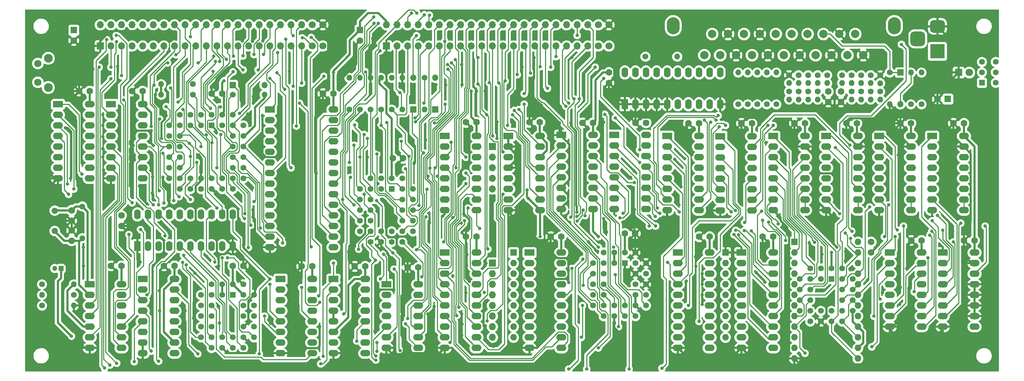
<source format=gbr>
%TF.GenerationSoftware,KiCad,Pcbnew,7.0.9*%
%TF.CreationDate,2023-12-12T16:47:05+00:00*%
%TF.ProjectId,v0c,7630632e-6b69-4636-9164-5f7063625858,rev?*%
%TF.SameCoordinates,Original*%
%TF.FileFunction,Copper,L2,Bot*%
%TF.FilePolarity,Positive*%
%FSLAX46Y46*%
G04 Gerber Fmt 4.6, Leading zero omitted, Abs format (unit mm)*
G04 Created by KiCad (PCBNEW 7.0.9) date 2023-12-12 16:47:05*
%MOMM*%
%LPD*%
G01*
G04 APERTURE LIST*
G04 Aperture macros list*
%AMRoundRect*
0 Rectangle with rounded corners*
0 $1 Rounding radius*
0 $2 $3 $4 $5 $6 $7 $8 $9 X,Y pos of 4 corners*
0 Add a 4 corners polygon primitive as box body*
4,1,4,$2,$3,$4,$5,$6,$7,$8,$9,$2,$3,0*
0 Add four circle primitives for the rounded corners*
1,1,$1+$1,$2,$3*
1,1,$1+$1,$4,$5*
1,1,$1+$1,$6,$7*
1,1,$1+$1,$8,$9*
0 Add four rect primitives between the rounded corners*
20,1,$1+$1,$2,$3,$4,$5,0*
20,1,$1+$1,$4,$5,$6,$7,0*
20,1,$1+$1,$6,$7,$8,$9,0*
20,1,$1+$1,$8,$9,$2,$3,0*%
G04 Aperture macros list end*
%TA.AperFunction,ComponentPad*%
%ADD10C,1.400000*%
%TD*%
%TA.AperFunction,ComponentPad*%
%ADD11O,1.400000X1.400000*%
%TD*%
%TA.AperFunction,ComponentPad*%
%ADD12R,2.400000X1.600000*%
%TD*%
%TA.AperFunction,ComponentPad*%
%ADD13O,2.400000X1.600000*%
%TD*%
%TA.AperFunction,ComponentPad*%
%ADD14C,1.600000*%
%TD*%
%TA.AperFunction,ComponentPad*%
%ADD15R,1.422400X1.422400*%
%TD*%
%TA.AperFunction,ComponentPad*%
%ADD16C,1.422400*%
%TD*%
%TA.AperFunction,WasherPad*%
%ADD17O,3.100000X4.100000*%
%TD*%
%TA.AperFunction,ComponentPad*%
%ADD18C,1.998980*%
%TD*%
%TA.AperFunction,ComponentPad*%
%ADD19R,1.400000X1.400000*%
%TD*%
%TA.AperFunction,ComponentPad*%
%ADD20R,1.700000X1.700000*%
%TD*%
%TA.AperFunction,ComponentPad*%
%ADD21O,1.700000X1.700000*%
%TD*%
%TA.AperFunction,ComponentPad*%
%ADD22C,1.500000*%
%TD*%
%TA.AperFunction,ComponentPad*%
%ADD23C,1.700000*%
%TD*%
%TA.AperFunction,ComponentPad*%
%ADD24R,3.500000X3.500000*%
%TD*%
%TA.AperFunction,ComponentPad*%
%ADD25RoundRect,0.750000X-1.000000X0.750000X-1.000000X-0.750000X1.000000X-0.750000X1.000000X0.750000X0*%
%TD*%
%TA.AperFunction,ComponentPad*%
%ADD26RoundRect,0.875000X-0.875000X0.875000X-0.875000X-0.875000X0.875000X-0.875000X0.875000X0.875000X0*%
%TD*%
%TA.AperFunction,ComponentPad*%
%ADD27R,1.600000X1.600000*%
%TD*%
%TA.AperFunction,ComponentPad*%
%ADD28O,1.600000X1.600000*%
%TD*%
%TA.AperFunction,ComponentPad*%
%ADD29R,1.500000X1.500000*%
%TD*%
%TA.AperFunction,ComponentPad*%
%ADD30O,1.500000X1.500000*%
%TD*%
%TA.AperFunction,ComponentPad*%
%ADD31R,1.800000X1.800000*%
%TD*%
%TA.AperFunction,ComponentPad*%
%ADD32C,1.800000*%
%TD*%
%TA.AperFunction,ComponentPad*%
%ADD33R,1.600000X2.400000*%
%TD*%
%TA.AperFunction,ComponentPad*%
%ADD34O,1.600000X2.400000*%
%TD*%
%TA.AperFunction,ComponentPad*%
%ADD35C,2.100000*%
%TD*%
%TA.AperFunction,ComponentPad*%
%ADD36C,1.750000*%
%TD*%
%TA.AperFunction,ComponentPad*%
%ADD37R,1.200000X1.200000*%
%TD*%
%TA.AperFunction,ComponentPad*%
%ADD38C,1.200000*%
%TD*%
%TA.AperFunction,ViaPad*%
%ADD39C,0.800000*%
%TD*%
%TA.AperFunction,Conductor*%
%ADD40C,0.250000*%
%TD*%
%TA.AperFunction,Conductor*%
%ADD41C,0.500000*%
%TD*%
G04 APERTURE END LIST*
D10*
%TO.P,R3,1*%
%TO.N,~{NMI}*%
X65405000Y-87884000D03*
D11*
%TO.P,R3,2*%
%TO.N,+5V*%
X57785000Y-87884000D03*
%TD*%
D10*
%TO.P,R26,1*%
%TO.N,Net-(R21-Pad1)*%
X215138000Y-85725000D03*
D11*
%TO.P,R26,2*%
%TO.N,Net-(C4-Pad2)*%
X215138000Y-87625000D03*
%TD*%
D12*
%TO.P,U9,1,OE*%
%TO.N,~{VPixel}*%
X181610000Y-128270000D03*
D13*
%TO.P,U9,2,D0*%
%TO.N,D7*%
X181610000Y-130810000D03*
%TO.P,U9,3,D1*%
%TO.N,D6*%
X181610000Y-133350000D03*
%TO.P,U9,4,D2*%
%TO.N,D5*%
X181610000Y-135890000D03*
%TO.P,U9,5,D3*%
%TO.N,D4*%
X181610000Y-138430000D03*
%TO.P,U9,6,D4*%
%TO.N,D3*%
X181610000Y-140970000D03*
%TO.P,U9,7,D5*%
%TO.N,D2*%
X181610000Y-143510000D03*
%TO.P,U9,8,D6*%
%TO.N,D1*%
X181610000Y-146050000D03*
%TO.P,U9,9,D7*%
%TO.N,D0*%
X181610000Y-148590000D03*
%TO.P,U9,10,GND*%
%TO.N,GND*%
X181610000Y-151130000D03*
%TO.P,U9,11,Cp*%
%TO.N,~{PalGet}*%
X189230000Y-151130000D03*
%TO.P,U9,12,Q7*%
%TO.N,Net-(RN1-R8)*%
X189230000Y-148590000D03*
%TO.P,U9,13,Q6*%
%TO.N,Net-(RN1-R7)*%
X189230000Y-146050000D03*
%TO.P,U9,14,Q5*%
%TO.N,Net-(RN1-R6)*%
X189230000Y-143510000D03*
%TO.P,U9,15,Q4*%
%TO.N,Net-(RN1-R5)*%
X189230000Y-140970000D03*
%TO.P,U9,16,Q3*%
%TO.N,Net-(RN1-R4)*%
X189230000Y-138430000D03*
%TO.P,U9,17,Q2*%
%TO.N,Net-(RN1-R3)*%
X189230000Y-135890000D03*
%TO.P,U9,18,Q1*%
%TO.N,Net-(RN1-R2)*%
X189230000Y-133350000D03*
%TO.P,U9,19,Q0*%
%TO.N,Net-(RN1-R1)*%
X189230000Y-130810000D03*
%TO.P,U9,20,VCC*%
%TO.N,+5V*%
X189230000Y-128270000D03*
%TD*%
D10*
%TO.P,R8,1*%
%TO.N,A10*%
X102870000Y-93980000D03*
D11*
%TO.P,R8,2*%
%TO.N,750K*%
X102870000Y-86360000D03*
%TD*%
D10*
%TO.P,R22,1*%
%TO.N,Net-(C4-Pad2)*%
X215138000Y-89662000D03*
D11*
%TO.P,R22,2*%
%TO.N,/Audio/L3*%
X215138000Y-91562000D03*
%TD*%
D12*
%TO.P,U28,1,A14*%
%TO.N,A14*%
X83820000Y-93980000D03*
D13*
%TO.P,U28,2,A12*%
%TO.N,A12*%
X83820000Y-96520000D03*
%TO.P,U28,3,A7*%
%TO.N,A7*%
X83820000Y-99060000D03*
%TO.P,U28,4,A6*%
%TO.N,A6*%
X83820000Y-101600000D03*
%TO.P,U28,5,A5*%
%TO.N,A5*%
X83820000Y-104140000D03*
%TO.P,U28,6,A4*%
%TO.N,A4*%
X83820000Y-106680000D03*
%TO.P,U28,7,A3*%
%TO.N,A3*%
X83820000Y-109220000D03*
%TO.P,U28,8,A2*%
%TO.N,A2*%
X83820000Y-111760000D03*
%TO.P,U28,9,A1*%
%TO.N,A1*%
X83820000Y-114300000D03*
%TO.P,U28,10,A0*%
%TO.N,A0*%
X83820000Y-116840000D03*
%TO.P,U28,11,Q0*%
%TO.N,D0*%
X83820000Y-119380000D03*
%TO.P,U28,12,Q1*%
%TO.N,D1*%
X83820000Y-121920000D03*
%TO.P,U28,13,Q2*%
%TO.N,D2*%
X83820000Y-124460000D03*
%TO.P,U28,14,GND*%
%TO.N,GND*%
X83820000Y-127000000D03*
%TO.P,U28,15,Q3*%
%TO.N,D3*%
X99060000Y-127000000D03*
%TO.P,U28,16,Q4*%
%TO.N,D4*%
X99060000Y-124460000D03*
%TO.P,U28,17,Q5*%
%TO.N,D5*%
X99060000Y-121920000D03*
%TO.P,U28,18,Q6*%
%TO.N,D6*%
X99060000Y-119380000D03*
%TO.P,U28,19,Q7*%
%TO.N,D7*%
X99060000Y-116840000D03*
%TO.P,U28,20,~{CS}*%
%TO.N,~{RAM}*%
X99060000Y-114300000D03*
%TO.P,U28,21,A10*%
%TO.N,A10*%
X99060000Y-111760000D03*
%TO.P,U28,22,~{OE}*%
%TO.N,GND*%
X99060000Y-109220000D03*
%TO.P,U28,23,A11*%
%TO.N,A11*%
X99060000Y-106680000D03*
%TO.P,U28,24,A9*%
%TO.N,A9*%
X99060000Y-104140000D03*
%TO.P,U28,25,A8*%
%TO.N,A8*%
X99060000Y-101600000D03*
%TO.P,U28,26,A13*%
%TO.N,A13*%
X99060000Y-99060000D03*
%TO.P,U28,27,~{WE}*%
%TO.N,R{slash}~{W}*%
X99060000Y-96520000D03*
%TO.P,U28,28,VCC*%
%TO.N,+5V*%
X99060000Y-93980000D03*
%TD*%
D14*
%TO.P,Cd5,1*%
%TO.N,+5V*%
X74950000Y-131445000D03*
%TO.P,Cd5,2*%
%TO.N,GND*%
X77450000Y-131445000D03*
%TD*%
D10*
%TO.P,R28,1*%
%TO.N,Net-(R28-Pad1)*%
X230124000Y-89662000D03*
D11*
%TO.P,R28,2*%
%TO.N,/Audio/R0*%
X230124000Y-91562000D03*
%TD*%
D12*
%TO.P,U31,1,G1*%
%TO.N,A7*%
X146050000Y-128270000D03*
D13*
%TO.P,U31,2,A0*%
%TO.N,/IO/KeyOUT 7*%
X146050000Y-130810000D03*
%TO.P,U31,3,A1*%
%TO.N,/IO/KeyOUT 6*%
X146050000Y-133350000D03*
%TO.P,U31,4,A2*%
%TO.N,/IO/KeyOUT 5*%
X146050000Y-135890000D03*
%TO.P,U31,5,A3*%
%TO.N,/IO/KeyOUT 4*%
X146050000Y-138430000D03*
%TO.P,U31,6,A4*%
%TO.N,/IO/KeyOUT 3*%
X146050000Y-140970000D03*
%TO.P,U31,7,A5*%
%TO.N,/IO/KeyOUT 2*%
X146050000Y-143510000D03*
%TO.P,U31,8,A6*%
%TO.N,/IO/KeyOUT 1*%
X146050000Y-146050000D03*
%TO.P,U31,9,A7*%
%TO.N,/IO/KeyOUT 0*%
X146050000Y-148590000D03*
%TO.P,U31,10,GND*%
%TO.N,GND*%
X146050000Y-151130000D03*
%TO.P,U31,11,Y7*%
%TO.N,D0*%
X153670000Y-151130000D03*
%TO.P,U31,12,Y6*%
%TO.N,D1*%
X153670000Y-148590000D03*
%TO.P,U31,13,Y5*%
%TO.N,D2*%
X153670000Y-146050000D03*
%TO.P,U31,14,Y4*%
%TO.N,D3*%
X153670000Y-143510000D03*
%TO.P,U31,15,Y3*%
%TO.N,D4*%
X153670000Y-140970000D03*
%TO.P,U31,16,Y2*%
%TO.N,D5*%
X153670000Y-138430000D03*
%TO.P,U31,17,Y1*%
%TO.N,D6*%
X153670000Y-135890000D03*
%TO.P,U31,18,Y0*%
%TO.N,D7*%
X153670000Y-133350000D03*
%TO.P,U31,19,G2*%
%TO.N,~{IO}*%
X153670000Y-130810000D03*
%TO.P,U31,20,VCC*%
%TO.N,+5V*%
X153670000Y-128270000D03*
%TD*%
D10*
%TO.P,R15,1*%
%TO.N,Net-(U15-Q5)*%
X198374000Y-92710000D03*
D11*
%TO.P,R15,2*%
%TO.N,VBlue*%
X198374000Y-85090000D03*
%TD*%
D12*
%TO.P,U30,1,A0*%
%TO.N,A4*%
X125730000Y-100330000D03*
D13*
%TO.P,U30,2,A1*%
%TO.N,A5*%
X125730000Y-102870000D03*
%TO.P,U30,3,A2*%
%TO.N,A6*%
X125730000Y-105410000D03*
%TO.P,U30,4,~{E0}*%
%TO.N,~{IO}*%
X125730000Y-107950000D03*
%TO.P,U30,5,~{E1}*%
%TO.N,GND*%
X125730000Y-110490000D03*
%TO.P,U30,6,E2*%
%TO.N,3M*%
X125730000Y-113030000D03*
%TO.P,U30,7,~{Y7}*%
%TO.N,~{VolWr}*%
X125730000Y-115570000D03*
%TO.P,U30,8,GND*%
%TO.N,GND*%
X125730000Y-118110000D03*
%TO.P,U30,9,~{Y6}*%
%TO.N,~{OscWr}*%
X133350000Y-118110000D03*
%TO.P,U30,10,~{Y5}*%
%TO.N,/IO/BANK*%
X133350000Y-115570000D03*
%TO.P,U30,11,~{Y4}*%
%TO.N,/IO/KeyIN 4*%
X133350000Y-113030000D03*
%TO.P,U30,12,~{Y3}*%
%TO.N,/IO/KeyIN 3*%
X133350000Y-110490000D03*
%TO.P,U30,13,~{Y2}*%
%TO.N,/IO/KeyIN 2*%
X133350000Y-107950000D03*
%TO.P,U30,14,~{Y1}*%
%TO.N,/IO/KeyIN 1*%
X133350000Y-105410000D03*
%TO.P,U30,15,~{Y0}*%
%TO.N,/IO/KeyIN 0*%
X133350000Y-102870000D03*
%TO.P,U30,16,VCC*%
%TO.N,+5V*%
X133350000Y-100330000D03*
%TD*%
D10*
%TO.P,R39,1*%
%TO.N,~{VSync}*%
X173863000Y-81280000D03*
D11*
%TO.P,R39,2*%
%TO.N,Net-(J4-P19)*%
X181483000Y-81280000D03*
%TD*%
D14*
%TO.P,C2,1*%
%TO.N,Net-(C2-Pad1)*%
X36322000Y-118130000D03*
%TO.P,C2,2*%
%TO.N,GND*%
X36322000Y-120630000D03*
%TD*%
%TO.P,Cd31,1*%
%TO.N,+5V*%
X153670000Y-124454985D03*
%TO.P,Cd31,2*%
%TO.N,GND*%
X151170000Y-124454985D03*
%TD*%
%TO.P,C4,1*%
%TO.N,GND*%
X217678000Y-92162000D03*
%TO.P,C4,2*%
%TO.N,Net-(C4-Pad2)*%
X217678000Y-89662000D03*
%TD*%
D10*
%TO.P,R16,1*%
%TO.N,Net-(U15-Q5)*%
X200660000Y-92710000D03*
D11*
%TO.P,R16,2*%
%TO.N,VGreen*%
X200660000Y-85090000D03*
%TD*%
D10*
%TO.P,R37,1*%
%TO.N,~{CART}*%
X120878600Y-86334600D03*
D11*
%TO.P,R37,2*%
%TO.N,Net-(D4-K)*%
X120878600Y-93954600D03*
%TD*%
D15*
%TO.P,U5,1,A18*%
%TO.N,GND*%
X74930000Y-138430000D03*
D16*
%TO.P,U5,2,A16*%
X72390000Y-135890000D03*
%TO.P,U5,3,A15*%
X72390000Y-138430000D03*
%TO.P,U5,4,A12*%
%TO.N,Net-(U4-Q8)*%
X69850000Y-135890000D03*
%TO.P,U5,5,A7*%
%TO.N,Net-(U4-Q3)*%
X67310000Y-138430000D03*
%TO.P,U5,6,A6*%
%TO.N,Net-(U4-Q2)*%
X69850000Y-138430000D03*
%TO.P,U5,7,A5*%
%TO.N,Net-(U4-Q1)*%
X67310000Y-140970000D03*
%TO.P,U5,8,A4*%
%TO.N,Net-(U4-Q0)*%
X69850000Y-140970000D03*
%TO.P,U5,9,A3*%
%TO.N,Net-(U3B-Q4)*%
X67310000Y-143510000D03*
%TO.P,U5,10,A2*%
%TO.N,Net-(U3B-Q3)*%
X69850000Y-143510000D03*
%TO.P,U5,11,A1*%
%TO.N,Net-(U3B-Q2)*%
X67310000Y-146050000D03*
%TO.P,U5,12,A0*%
%TO.N,Net-(U3B-Q1)*%
X69850000Y-146050000D03*
%TO.P,U5,13,D0*%
%TO.N,Net-(U5-D0)*%
X67310000Y-148590000D03*
%TO.P,U5,14,D1*%
%TO.N,Net-(U5-D1)*%
X69850000Y-151130000D03*
%TO.P,U5,15,D2*%
%TO.N,Net-(U5-D2)*%
X69850000Y-148590000D03*
%TO.P,U5,16,VSS*%
%TO.N,GND*%
X72390000Y-151130000D03*
%TO.P,U5,17,D3*%
%TO.N,Net-(U5-D3)*%
X72390000Y-148590000D03*
%TO.P,U5,18,D4*%
%TO.N,Net-(U5-D4)*%
X74930000Y-151130000D03*
%TO.P,U5,19,D5*%
%TO.N,Net-(U5-D5)*%
X74930000Y-148590000D03*
%TO.P,U5,20,D6*%
%TO.N,Net-(U5-D6)*%
X77470000Y-151130000D03*
%TO.P,U5,21,D7*%
%TO.N,Net-(U5-D7)*%
X80010000Y-148590000D03*
%TO.P,U5,22,~{CE}*%
%TO.N,GND*%
X77470000Y-148590000D03*
%TO.P,U5,23,A10*%
%TO.N,Net-(U4-Q6)*%
X80010000Y-146050000D03*
%TO.P,U5,24,~{OE}*%
%TO.N,GND*%
X77470000Y-146050000D03*
%TO.P,U5,25,A11*%
%TO.N,Net-(U4-Q7)*%
X80010000Y-143510000D03*
%TO.P,U5,26,A9*%
%TO.N,Net-(U4-Q5)*%
X77470000Y-143510000D03*
%TO.P,U5,27,A8*%
%TO.N,Net-(U4-Q4)*%
X80010000Y-140970000D03*
%TO.P,U5,28,A13*%
%TO.N,Net-(U4-Q9)*%
X77470000Y-140970000D03*
%TO.P,U5,29,A14*%
%TO.N,GND*%
X80010000Y-138430000D03*
%TO.P,U5,30,A17*%
X77470000Y-135890000D03*
%TO.P,U5,31,~{WE}*%
%TO.N,+5V*%
X77470000Y-138430000D03*
%TO.P,U5,32,VDD*%
X74930000Y-135890000D03*
%TD*%
D10*
%TO.P,R21,1*%
%TO.N,Net-(R21-Pad1)*%
X212852000Y-89662000D03*
D11*
%TO.P,R21,2*%
%TO.N,/Audio/L2*%
X212852000Y-91562000D03*
%TD*%
D14*
%TO.P,Cd28,1*%
%TO.N,+5V*%
X99060000Y-90170000D03*
%TO.P,Cd28,2*%
%TO.N,GND*%
X96560000Y-90170000D03*
%TD*%
%TO.P,Cd9,1*%
%TO.N,+5V*%
X189230000Y-124460000D03*
%TO.P,Cd9,2*%
%TO.N,GND*%
X186730000Y-124460000D03*
%TD*%
D10*
%TO.P,R7,1*%
%TO.N,Net-(C2-Pad1)*%
X38862000Y-117184000D03*
D11*
%TO.P,R7,2*%
%TO.N,Net-(C3-Pad1)*%
X38862000Y-124804000D03*
%TD*%
D12*
%TO.P,U2,1*%
%TO.N,Net-(C2-Pad1)*%
X40640000Y-135890000D03*
D13*
%TO.P,U2,2*%
%TO.N,Net-(C3-Pad1)*%
X40640000Y-138430000D03*
%TO.P,U2,3*%
%TO.N,B7*%
X40640000Y-140970000D03*
%TO.P,U2,4*%
%TO.N,~{B7}*%
X40640000Y-143510000D03*
%TO.P,U2,5*%
%TO.N,Net-(R6-Pad2)*%
X40640000Y-146050000D03*
%TO.P,U2,6*%
%TO.N,~{RESET}*%
X40640000Y-148590000D03*
%TO.P,U2,7,GND*%
%TO.N,GND*%
X40640000Y-151130000D03*
%TO.P,U2,8*%
%TO.N,~{R}{slash}W*%
X48260000Y-151130000D03*
%TO.P,U2,9*%
%TO.N,R{slash}~{W}*%
X48260000Y-148590000D03*
%TO.P,U2,10*%
%TO.N,~{6M}*%
X48260000Y-146050000D03*
%TO.P,U2,11*%
%TO.N,6M*%
X48260000Y-143510000D03*
%TO.P,U2,12*%
%TO.N,12M*%
X48260000Y-140970000D03*
%TO.P,U2,13*%
%TO.N,Net-(C3-Pad1)*%
X48260000Y-138430000D03*
%TO.P,U2,14,VCC*%
%TO.N,+5V*%
X48260000Y-135890000D03*
%TD*%
D17*
%TO.P,J4,*%
%TO.N,*%
X233509820Y-73860660D03*
X180510180Y-73860660D03*
D18*
%TO.P,J4,1,P1*%
%TO.N,RIGHT*%
X187960000Y-80939640D03*
%TO.P,J4,2,P2*%
%TO.N,unconnected-(J4-P2-Pad2)*%
X189865000Y-75859640D03*
%TO.P,J4,3,P3*%
%TO.N,LEFT*%
X191770000Y-80939640D03*
%TO.P,J4,4,P4*%
%TO.N,GND*%
X193675000Y-75859640D03*
%TO.P,J4,5,P5*%
X195580000Y-80939640D03*
%TO.P,J4,6,P6*%
%TO.N,unconnected-(J4-P6-Pad6)*%
X197485000Y-75859640D03*
%TO.P,J4,7,P7*%
%TO.N,VBlue*%
X199390000Y-80939640D03*
%TO.P,J4,8,P8*%
%TO.N,GND*%
X201295000Y-75859640D03*
%TO.P,J4,9,P9*%
X203200000Y-80939640D03*
%TO.P,J4,10,P10*%
%TO.N,unconnected-(J4-P10-Pad10)*%
X205105000Y-75859640D03*
%TO.P,J4,11,P11*%
%TO.N,VGreen*%
X207010000Y-80939640D03*
%TO.P,J4,12,P12*%
%TO.N,unconnected-(J4-P12-Pad12)*%
X208915000Y-75859640D03*
%TO.P,J4,13,P13*%
%TO.N,GND*%
X210820000Y-80939640D03*
%TO.P,J4,14,P14*%
%TO.N,unconnected-(J4-P14-Pad14)*%
X212725000Y-75859640D03*
%TO.P,J4,15,P15*%
%TO.N,VRed*%
X214630000Y-80939640D03*
%TO.P,J4,16,P16*%
%TO.N,Net-(D2-K)*%
X216535000Y-75859640D03*
%TO.P,J4,17,P17*%
%TO.N,GND*%
X218440000Y-80939640D03*
%TO.P,J4,18,P18*%
X220345000Y-75859640D03*
%TO.P,J4,19,P19*%
%TO.N,Net-(J4-P19)*%
X222250000Y-80939640D03*
%TO.P,J4,20,P20*%
%TO.N,unconnected-(J4-P20-Pad20)*%
X224155000Y-75859640D03*
%TO.P,J4,21,P21*%
%TO.N,GND*%
X226060000Y-80939640D03*
%TD*%
D10*
%TO.P,R33,1*%
%TO.N,Net-(R28-Pad1)*%
X227838000Y-85730000D03*
D11*
%TO.P,R33,2*%
%TO.N,Net-(R29-Pad1)*%
X227838000Y-87630000D03*
%TD*%
D10*
%TO.P,R32,1*%
%TO.N,GND*%
X230124000Y-85751000D03*
D11*
%TO.P,R32,2*%
%TO.N,Net-(R28-Pad1)*%
X230124000Y-87651000D03*
%TD*%
D10*
%TO.P,R1,1*%
%TO.N,RDY*%
X65405000Y-90424000D03*
D11*
%TO.P,R1,2*%
%TO.N,+5V*%
X57785000Y-90424000D03*
%TD*%
D10*
%TO.P,R14,1*%
%TO.N,Net-(U15-Q4)*%
X196088000Y-92710000D03*
D11*
%TO.P,R14,2*%
%TO.N,VBlue*%
X196088000Y-85090000D03*
%TD*%
D12*
%TO.P,U16,1,E*%
%TO.N,~{VolWr}*%
X232410000Y-128270000D03*
D13*
%TO.P,U16,2,A0*%
%TO.N,A2*%
X232410000Y-130810000D03*
%TO.P,U16,3,A1*%
%TO.N,3M*%
X232410000Y-133350000D03*
%TO.P,U16,4,O0*%
%TO.N,unconnected-(U16A-O0-Pad4)*%
X232410000Y-135890000D03*
%TO.P,U16,5,O1*%
%TO.N,unconnected-(U16A-O1-Pad5)*%
X232410000Y-138430000D03*
%TO.P,U16,6,O2*%
%TO.N,/Audio/volume*%
X232410000Y-140970000D03*
%TO.P,U16,7,O3*%
%TO.N,Net-(U16A-O3)*%
X232410000Y-143510000D03*
%TO.P,U16,8,GND*%
%TO.N,GND*%
X232410000Y-146050000D03*
%TO.P,U16,9,O3*%
%TO.N,/Audio/wave 4*%
X240030000Y-146050000D03*
%TO.P,U16,10,O2*%
%TO.N,/Audio/wave 3*%
X240030000Y-143510000D03*
%TO.P,U16,11,O1*%
%TO.N,/Audio/wave 2*%
X240030000Y-140970000D03*
%TO.P,U16,12,O0*%
%TO.N,/Audio/wave 1*%
X240030000Y-138430000D03*
%TO.P,U16,13,A1*%
%TO.N,A1*%
X240030000Y-135890000D03*
%TO.P,U16,14,A0*%
%TO.N,A0*%
X240030000Y-133350000D03*
%TO.P,U16,15,E*%
%TO.N,Net-(U16A-O3)*%
X240030000Y-130810000D03*
%TO.P,U16,16,VCC*%
%TO.N,+5V*%
X240030000Y-128270000D03*
%TD*%
D10*
%TO.P,R41,1*%
%TO.N,+5V*%
X240030000Y-92710000D03*
D11*
%TO.P,R41,2*%
%TO.N,Net-(D3-A)*%
X240030000Y-85090000D03*
%TD*%
D14*
%TO.P,Cd11,1*%
%TO.N,+5V*%
X53320000Y-89535000D03*
%TO.P,Cd11,2*%
%TO.N,GND*%
X50820000Y-89535000D03*
%TD*%
D10*
%TO.P,R25,1*%
%TO.N,Net-(R20-Pad1)*%
X212852000Y-85730000D03*
D11*
%TO.P,R25,2*%
%TO.N,Net-(R21-Pad1)*%
X212852000Y-87630000D03*
%TD*%
D19*
%TO.P,SW2,1,A*%
%TO.N,unconnected-(SW2A-A-Pad1)*%
X254510000Y-87548300D03*
D10*
%TO.P,SW2,2,B*%
%TO.N,+5V*%
X254510000Y-85048300D03*
%TO.P,SW2,3,C*%
%TO.N,VBUS*%
X254510000Y-82548300D03*
%TO.P,SW2,4,A*%
%TO.N,unconnected-(SW2B-A-Pad4)*%
X257810000Y-87548300D03*
%TO.P,SW2,5,B*%
%TO.N,+5V*%
X257810000Y-85048300D03*
%TO.P,SW2,6,C*%
%TO.N,VBUS*%
X257810000Y-82548300D03*
%TD*%
D20*
%TO.P,J2,1,Pin_1*%
%TO.N,/IO/KeyOUT 7*%
X137160000Y-130810000D03*
D21*
%TO.P,J2,2,Pin_2*%
%TO.N,/IO/KeyOUT 6*%
X137160000Y-133350000D03*
%TO.P,J2,3,Pin_3*%
%TO.N,/IO/KeyOUT 5*%
X137160000Y-135890000D03*
%TO.P,J2,4,Pin_4*%
%TO.N,/IO/KeyOUT 4*%
X137160000Y-138430000D03*
%TO.P,J2,5,Pin_5*%
%TO.N,/IO/KeyOUT 3*%
X137160000Y-140970000D03*
%TO.P,J2,6,Pin_6*%
%TO.N,/IO/KeyOUT 2*%
X137160000Y-143510000D03*
%TO.P,J2,7,Pin_7*%
%TO.N,/IO/KeyOUT 1*%
X137160000Y-146050000D03*
%TO.P,J2,8,Pin_8*%
%TO.N,/IO/KeyOUT 0*%
X137160000Y-148590000D03*
%TD*%
D15*
%TO.P,U8,1,A18*%
%TO.N,GND*%
X168910000Y-130810000D03*
D16*
%TO.P,U8,2,A16*%
X166370000Y-128270000D03*
%TO.P,U8,3,A15*%
X166370000Y-130810000D03*
%TO.P,U8,4,A12*%
X163830000Y-128270000D03*
%TO.P,U8,5,A7*%
%TO.N,D4*%
X161290000Y-130810000D03*
%TO.P,U8,6,A6*%
%TO.N,/Video/Y2*%
X163830000Y-130810000D03*
%TO.P,U8,7,A5*%
%TO.N,/Video/Y1*%
X161290000Y-133350000D03*
%TO.P,U8,8,A4*%
%TO.N,/Video/Y0*%
X163830000Y-133350000D03*
%TO.P,U8,9,A3*%
%TO.N,D3*%
X161290000Y-135890000D03*
%TO.P,U8,10,A2*%
%TO.N,D2*%
X163830000Y-135890000D03*
%TO.P,U8,11,A1*%
%TO.N,D1*%
X161290000Y-138430000D03*
%TO.P,U8,12,A0*%
%TO.N,D0*%
X163830000Y-138430000D03*
%TO.P,U8,13,D0*%
%TO.N,Net-(U13-A)*%
X161290000Y-140970000D03*
%TO.P,U8,14,D1*%
%TO.N,Net-(U13-B)*%
X163830000Y-143510000D03*
%TO.P,U8,15,D2*%
%TO.N,Net-(U13-C)*%
X163830000Y-140970000D03*
%TO.P,U8,16,VSS*%
%TO.N,GND*%
X166370000Y-143510000D03*
%TO.P,U8,17,D3*%
%TO.N,Net-(U13-D)*%
X166370000Y-140970000D03*
%TO.P,U8,18,D4*%
%TO.N,Net-(U13-E)*%
X168910000Y-143510000D03*
%TO.P,U8,19,D5*%
%TO.N,Net-(U13-F)*%
X168910000Y-140970000D03*
%TO.P,U8,20,D6*%
%TO.N,Net-(U13-G)*%
X171450000Y-143510000D03*
%TO.P,U8,21,D7*%
%TO.N,Net-(U13-H)*%
X173990000Y-140970000D03*
%TO.P,U8,22,~{CE}*%
%TO.N,GND*%
X171450000Y-140970000D03*
%TO.P,U8,23,A10*%
%TO.N,D7*%
X173990000Y-138430000D03*
%TO.P,U8,24,~{OE}*%
%TO.N,GND*%
X171450000Y-138430000D03*
%TO.P,U8,25,A11*%
X173990000Y-135890000D03*
%TO.P,U8,26,A9*%
%TO.N,D6*%
X171450000Y-135890000D03*
%TO.P,U8,27,A8*%
%TO.N,D5*%
X173990000Y-133350000D03*
%TO.P,U8,28,A13*%
%TO.N,GND*%
X171450000Y-133350000D03*
%TO.P,U8,29,A14*%
X173990000Y-130810000D03*
%TO.P,U8,30,A17*%
X171450000Y-128270000D03*
%TO.P,U8,31,~{WE}*%
%TO.N,+5V*%
X171450000Y-130810000D03*
%TO.P,U8,32,VDD*%
X168910000Y-128270000D03*
%TD*%
D10*
%TO.P,R12,1*%
%TO.N,A14*%
X113030000Y-93980000D03*
D11*
%TO.P,R12,2*%
%TO.N,+5V*%
X113030000Y-86360000D03*
%TD*%
D14*
%TO.P,Cd8,1*%
%TO.N,+5V*%
X168910000Y-123698000D03*
%TO.P,Cd8,2*%
%TO.N,GND*%
X171410000Y-123698000D03*
%TD*%
D22*
%TO.P,Y1,1,1*%
%TO.N,Net-(C2-Pad1)*%
X32258000Y-118200000D03*
%TO.P,Y1,2,2*%
%TO.N,Net-(C3-Pad1)*%
X32258000Y-123080000D03*
%TD*%
D20*
%TO.P,J6,1,Pin_1*%
%TO.N,GND*%
X111760000Y-78740000D03*
D21*
%TO.P,J6,2,Pin_2*%
%TO.N,+5V*%
X111760000Y-73660000D03*
%TO.P,J6,3,Pin_3*%
%TO.N,A15*%
X114300000Y-78740000D03*
%TO.P,J6,4,Pin_4*%
%TO.N,D7*%
X114300000Y-73660000D03*
%TO.P,J6,5,Pin_5*%
%TO.N,A14*%
X116840000Y-78740000D03*
%TO.P,J6,6,Pin_6*%
%TO.N,D6*%
X116840000Y-73660000D03*
%TO.P,J6,7,Pin_7*%
%TO.N,A13*%
X119380000Y-78740000D03*
%TO.P,J6,8,Pin_8*%
%TO.N,D5*%
X119380000Y-73660000D03*
%TO.P,J6,9,Pin_9*%
%TO.N,A12*%
X121920000Y-78740000D03*
%TO.P,J6,10,Pin_10*%
%TO.N,D4*%
X121920000Y-73660000D03*
%TO.P,J6,11,Pin_11*%
%TO.N,A11*%
X124460000Y-78740000D03*
%TO.P,J6,12,Pin_12*%
%TO.N,D3*%
X124460000Y-73660000D03*
%TO.P,J6,13,Pin_13*%
%TO.N,A10*%
X127000000Y-78740000D03*
%TO.P,J6,14,Pin_14*%
%TO.N,D2*%
X127000000Y-73660000D03*
%TO.P,J6,15,Pin_15*%
%TO.N,A9*%
X129540000Y-78740000D03*
%TO.P,J6,16,Pin_16*%
%TO.N,D1*%
X129540000Y-73660000D03*
%TO.P,J6,17,Pin_17*%
%TO.N,A8*%
X132080000Y-78740000D03*
%TO.P,J6,18,Pin_18*%
%TO.N,D0*%
X132080000Y-73660000D03*
%TO.P,J6,19,Pin_19*%
%TO.N,A7*%
X134620000Y-78740000D03*
%TO.P,J6,20,Pin_20*%
%TO.N,B7*%
X134620000Y-73660000D03*
%TO.P,J6,21,Pin_21*%
%TO.N,A6*%
X137160000Y-78740000D03*
%TO.P,J6,22,Pin_22*%
%TO.N,B6*%
X137160000Y-73660000D03*
%TO.P,J6,23,Pin_23*%
%TO.N,A5*%
X139700000Y-78740000D03*
%TO.P,J6,24,Pin_24*%
%TO.N,B5*%
X139700000Y-73660000D03*
%TO.P,J6,25,Pin_25*%
%TO.N,A4*%
X142240000Y-78740000D03*
%TO.P,J6,26,Pin_26*%
%TO.N,B4*%
X142240000Y-73660000D03*
%TO.P,J6,27,Pin_27*%
%TO.N,A3*%
X144780000Y-78740000D03*
%TO.P,J6,28,Pin_28*%
%TO.N,B3*%
X144780000Y-73660000D03*
%TO.P,J6,29,Pin_29*%
%TO.N,A2*%
X147320000Y-78740000D03*
%TO.P,J6,30,Pin_30*%
%TO.N,B2*%
X147320000Y-73660000D03*
%TO.P,J6,31,Pin_31*%
%TO.N,A1*%
X149860000Y-78740000D03*
%TO.P,J6,32,Pin_32*%
%TO.N,B1*%
X149860000Y-73660000D03*
%TO.P,J6,33,Pin_33*%
%TO.N,A0*%
X152400000Y-78740000D03*
%TO.P,J6,34,Pin_34*%
%TO.N,B0*%
X152400000Y-73660000D03*
%TO.P,J6,35,Pin_35*%
%TO.N,~{CART}*%
X154940000Y-78740000D03*
%TO.P,J6,36,Pin_36*%
%TO.N,3M*%
X154940000Y-73660000D03*
%TO.P,J6,37,Pin_37*%
%TO.N,~{NMI}*%
X157480000Y-78740000D03*
%TO.P,J6,38,Pin_38*%
%TO.N,~{R}{slash}W*%
X157480000Y-73660000D03*
%TO.P,J6,39,Pin_39*%
%TO.N,~{RESET}*%
X160020000Y-78740000D03*
%TO.P,J6,40,Pin_40*%
%TO.N,R{slash}~{W}*%
X160020000Y-73660000D03*
D23*
%TO.P,J6,41,Pin_41*%
%TO.N,~{B7}*%
X162560000Y-78740000D03*
%TO.P,J6,42,Pin_42*%
%TO.N,unconnected-(J6-Pin_42-Pad42)*%
X162560000Y-73660000D03*
%TO.P,J6,43,Pin_43*%
%TO.N,unconnected-(J6-Pin_43-Pad43)*%
X165100000Y-78740000D03*
%TO.P,J6,44,Pin_44*%
%TO.N,GND*%
X165100000Y-73660000D03*
%TD*%
D24*
%TO.P,J3,1*%
%TO.N,VBUS*%
X243840000Y-80010000D03*
D25*
%TO.P,J3,2*%
%TO.N,GND*%
X243840000Y-74010000D03*
D26*
%TO.P,J3,MP,MountPin*%
%TO.N,unconnected-(J3-MountPin-PadMP)*%
X239140000Y-77010000D03*
%TD*%
D15*
%TO.P,U29,1,A18*%
%TO.N,B3*%
X113030000Y-113030000D03*
D16*
%TO.P,U29,2,A16*%
%TO.N,B1*%
X110490000Y-110490000D03*
%TO.P,U29,3,A15*%
%TO.N,B0*%
X110490000Y-113030000D03*
%TO.P,U29,4,A12*%
%TO.N,A12*%
X107950000Y-110490000D03*
%TO.P,U29,5,A7*%
%TO.N,A7*%
X105410000Y-113030000D03*
%TO.P,U29,6,A6*%
%TO.N,A6*%
X107950000Y-113030000D03*
%TO.P,U29,7,A5*%
%TO.N,A5*%
X105410000Y-115570000D03*
%TO.P,U29,8,A4*%
%TO.N,A4*%
X107950000Y-115570000D03*
%TO.P,U29,9,A3*%
%TO.N,A3*%
X105410000Y-118110000D03*
%TO.P,U29,10,A2*%
%TO.N,A2*%
X107950000Y-118110000D03*
%TO.P,U29,11,A1*%
%TO.N,A1*%
X105410000Y-120650000D03*
%TO.P,U29,12,A0*%
%TO.N,A0*%
X107950000Y-120650000D03*
%TO.P,U29,13,D0*%
%TO.N,D0*%
X105410000Y-123190000D03*
%TO.P,U29,14,D1*%
%TO.N,D1*%
X107950000Y-125730000D03*
%TO.P,U29,15,D2*%
%TO.N,D2*%
X107950000Y-123190000D03*
%TO.P,U29,16,VSS*%
%TO.N,GND*%
X110490000Y-125730000D03*
%TO.P,U29,17,D3*%
%TO.N,D3*%
X110490000Y-123190000D03*
%TO.P,U29,18,D4*%
%TO.N,D4*%
X113030000Y-125730000D03*
%TO.P,U29,19,D5*%
%TO.N,D5*%
X113030000Y-123190000D03*
%TO.P,U29,20,D6*%
%TO.N,D6*%
X115570000Y-125730000D03*
%TO.P,U29,21,D7*%
%TO.N,D7*%
X118110000Y-123190000D03*
%TO.P,U29,22,~{CE}*%
%TO.N,Net-(D4-K)*%
X115570000Y-123190000D03*
%TO.P,U29,23,A10*%
%TO.N,A10*%
X118110000Y-120650000D03*
%TO.P,U29,24,~{OE}*%
%TO.N,~{R}{slash}W*%
X115570000Y-120650000D03*
%TO.P,U29,25,A11*%
%TO.N,A11*%
X118110000Y-118110000D03*
%TO.P,U29,26,A9*%
%TO.N,A9*%
X115570000Y-118110000D03*
%TO.P,U29,27,A8*%
%TO.N,A8*%
X118110000Y-115570000D03*
%TO.P,U29,28,A13*%
%TO.N,A13*%
X115570000Y-115570000D03*
%TO.P,U29,29,A14*%
%TO.N,A14*%
X118110000Y-113030000D03*
%TO.P,U29,30,A17*%
%TO.N,B2*%
X115570000Y-110490000D03*
%TO.P,U29,31,~{WE}*%
%TO.N,R{slash}~{W}*%
X115570000Y-113030000D03*
%TO.P,U29,32,VDD*%
%TO.N,+5V*%
X113030000Y-110490000D03*
%TD*%
D12*
%TO.P,U32,1,~{Mr}*%
%TO.N,~{RESET}*%
X125730000Y-128270000D03*
D13*
%TO.P,U32,2,Q0*%
%TO.N,B0*%
X125730000Y-130810000D03*
%TO.P,U32,3,D0*%
%TO.N,D0*%
X125730000Y-133350000D03*
%TO.P,U32,4,D1*%
%TO.N,D1*%
X125730000Y-135890000D03*
%TO.P,U32,5,Q1*%
%TO.N,B1*%
X125730000Y-138430000D03*
%TO.P,U32,6,Q2*%
%TO.N,B2*%
X125730000Y-140970000D03*
%TO.P,U32,7,D2*%
%TO.N,D2*%
X125730000Y-143510000D03*
%TO.P,U32,8,D3*%
%TO.N,D3*%
X125730000Y-146050000D03*
%TO.P,U32,9,Q3*%
%TO.N,B3*%
X125730000Y-148590000D03*
%TO.P,U32,10,GND*%
%TO.N,GND*%
X125730000Y-151130000D03*
%TO.P,U32,11,Cp*%
%TO.N,/IO/BANK*%
X133350000Y-151130000D03*
%TO.P,U32,12,Q4*%
%TO.N,B4*%
X133350000Y-148590000D03*
%TO.P,U32,13,D4*%
%TO.N,D4*%
X133350000Y-146050000D03*
%TO.P,U32,14,D5*%
%TO.N,D5*%
X133350000Y-143510000D03*
%TO.P,U32,15,Q5*%
%TO.N,B5*%
X133350000Y-140970000D03*
%TO.P,U32,16,Q6*%
%TO.N,B6*%
X133350000Y-138430000D03*
%TO.P,U32,17,D6*%
%TO.N,D6*%
X133350000Y-135890000D03*
%TO.P,U32,18,D7*%
%TO.N,D7*%
X133350000Y-133350000D03*
%TO.P,U32,19,Q7*%
%TO.N,B7*%
X133350000Y-130810000D03*
%TO.P,U32,20,VCC*%
%TO.N,+5V*%
X133350000Y-128270000D03*
%TD*%
D14*
%TO.P,Cd14,1*%
%TO.N,+5V*%
X173990000Y-97155000D03*
%TO.P,Cd14,2*%
%TO.N,GND*%
X171490000Y-97155000D03*
%TD*%
%TO.P,C3,1*%
%TO.N,Net-(C3-Pad1)*%
X36322000Y-125436000D03*
%TO.P,C3,2*%
%TO.N,GND*%
X36322000Y-122936000D03*
%TD*%
D27*
%TO.P,RN2,1,common*%
%TO.N,+5V*%
X142240000Y-128270000D03*
D28*
%TO.P,RN2,2,R1*%
%TO.N,/IO/KeyOUT 7*%
X142240000Y-130810000D03*
%TO.P,RN2,3,R2*%
%TO.N,/IO/KeyOUT 6*%
X142240000Y-133350000D03*
%TO.P,RN2,4,R3*%
%TO.N,/IO/KeyOUT 5*%
X142240000Y-135890000D03*
%TO.P,RN2,5,R4*%
%TO.N,/IO/KeyOUT 4*%
X142240000Y-138430000D03*
%TO.P,RN2,6,R5*%
%TO.N,/IO/KeyOUT 3*%
X142240000Y-140970000D03*
%TO.P,RN2,7,R6*%
%TO.N,/IO/KeyOUT 2*%
X142240000Y-143510000D03*
%TO.P,RN2,8,R7*%
%TO.N,/IO/KeyOUT 1*%
X142240000Y-146050000D03*
%TO.P,RN2,9,R8*%
%TO.N,/IO/KeyOUT 0*%
X142240000Y-148590000D03*
%TD*%
D29*
%TO.P,D1,1,K*%
%TO.N,BusDriver*%
X74920000Y-88070000D03*
D30*
%TO.P,D1,2,A*%
%TO.N,RDY*%
X82540000Y-88070000D03*
%TD*%
D14*
%TO.P,Cd22,1*%
%TO.N,+5V*%
X212090000Y-97282000D03*
%TO.P,Cd22,2*%
%TO.N,GND*%
X209590000Y-97282000D03*
%TD*%
D12*
%TO.P,U19,1,D2*%
%TO.N,D5*%
X179070000Y-100330000D03*
D13*
%TO.P,U19,2,D3*%
%TO.N,D6*%
X179070000Y-102870000D03*
%TO.P,U19,3,D4*%
%TO.N,D7*%
X179070000Y-105410000D03*
%TO.P,U19,4,Rb*%
%TO.N,750K*%
X179070000Y-107950000D03*
%TO.P,U19,5,Ra*%
%TO.N,1M*%
X179070000Y-110490000D03*
%TO.P,U19,6,Q4*%
%TO.N,/Audio/L3*%
X179070000Y-113030000D03*
%TO.P,U19,7,Q3*%
%TO.N,/Audio/L2*%
X179070000Y-115570000D03*
%TO.P,U19,8,GND*%
%TO.N,GND*%
X179070000Y-118110000D03*
%TO.P,U19,9,Q2*%
%TO.N,/Audio/L1*%
X186690000Y-118110000D03*
%TO.P,U19,10,Q1*%
%TO.N,/Audio/L0*%
X186690000Y-115570000D03*
%TO.P,U19,11,~{Er}*%
%TO.N,/Audio/Sout*%
X186690000Y-113030000D03*
%TO.P,U19,12,~{Ew}*%
%TO.N,/Audio/volume*%
X186690000Y-110490000D03*
%TO.P,U19,13,Wb*%
%TO.N,A1*%
X186690000Y-107950000D03*
%TO.P,U19,14,Wa*%
%TO.N,A0*%
X186690000Y-105410000D03*
%TO.P,U19,15,D1*%
%TO.N,D4*%
X186690000Y-102870000D03*
%TO.P,U19,16,VCC*%
%TO.N,+5V*%
X186690000Y-100330000D03*
%TD*%
D14*
%TO.P,Cd15,1*%
%TO.N,+5V*%
X165100000Y-85090000D03*
%TO.P,Cd15,2*%
%TO.N,GND*%
X165100000Y-87590000D03*
%TD*%
D12*
%TO.P,U11,1,Q1*%
%TO.N,A6*%
X33020000Y-92710000D03*
D13*
%TO.P,U11,2,Q2*%
%TO.N,A7*%
X33020000Y-95250000D03*
%TO.P,U11,3,Q3*%
%TO.N,A8*%
X33020000Y-97790000D03*
%TO.P,U11,4,Q4*%
%TO.N,A9*%
X33020000Y-100330000D03*
%TO.P,U11,5,Q5*%
%TO.N,unconnected-(U11-Q5-Pad5)*%
X33020000Y-102870000D03*
%TO.P,U11,6,Q6*%
%TO.N,unconnected-(U11-Q6-Pad6)*%
X33020000Y-105410000D03*
%TO.P,U11,7,Q7*%
%TO.N,unconnected-(U11-Q7-Pad7)*%
X33020000Y-107950000D03*
%TO.P,U11,8,GND*%
%TO.N,GND*%
X33020000Y-110490000D03*
%TO.P,U11,9,~{RCO}*%
%TO.N,unconnected-(U11-~{RCO}-Pad9)*%
X40640000Y-110490000D03*
%TO.P,U11,10,~{MRC}*%
%TO.N,~{VReset}*%
X40640000Y-107950000D03*
%TO.P,U11,11,CPC*%
%TO.N,~{CharTick}*%
X40640000Y-105410000D03*
%TO.P,U11,12,~{CE}*%
%TO.N,Net-(U10-~{RCO})*%
X40640000Y-102870000D03*
%TO.P,U11,13,CPR*%
%TO.N,~{CharTick}*%
X40640000Y-100330000D03*
%TO.P,U11,14,~{OE}*%
%TO.N,BusDriver*%
X40640000Y-97790000D03*
%TO.P,U11,15,Q0*%
%TO.N,A5*%
X40640000Y-95250000D03*
%TO.P,U11,16,VCC*%
%TO.N,+5V*%
X40640000Y-92710000D03*
%TD*%
D31*
%TO.P,D3,1,K*%
%TO.N,GND*%
X248920000Y-85090000D03*
D32*
%TO.P,D3,2,A*%
%TO.N,Net-(D3-A)*%
X251460000Y-85090000D03*
%TD*%
D10*
%TO.P,R6,1*%
%TO.N,Net-(C1-Pad2)*%
X29210000Y-135890000D03*
D11*
%TO.P,R6,2*%
%TO.N,Net-(R6-Pad2)*%
X36830000Y-135890000D03*
%TD*%
D27*
%TO.P,C6,1*%
%TO.N,+5V*%
X246340000Y-91440000D03*
D14*
%TO.P,C6,2*%
%TO.N,GND*%
X243840000Y-91440000D03*
%TD*%
D33*
%TO.P,U6,1,OE*%
%TO.N,GND*%
X52075000Y-126741015D03*
D34*
%TO.P,U6,2,D0*%
%TO.N,Net-(U5-D0)*%
X54615000Y-126741015D03*
%TO.P,U6,3,D1*%
%TO.N,Net-(U5-D1)*%
X57155000Y-126741015D03*
%TO.P,U6,4,D2*%
%TO.N,Net-(U5-D2)*%
X59695000Y-126741015D03*
%TO.P,U6,5,D3*%
%TO.N,Net-(U5-D3)*%
X62235000Y-126741015D03*
%TO.P,U6,6,D4*%
%TO.N,Net-(U5-D4)*%
X64775000Y-126741015D03*
%TO.P,U6,7,D5*%
%TO.N,Net-(U5-D5)*%
X67315000Y-126741015D03*
%TO.P,U6,8,D6*%
%TO.N,Net-(U5-D6)*%
X69855000Y-126741015D03*
%TO.P,U6,9,D7*%
%TO.N,Net-(U5-D7)*%
X72395000Y-126741015D03*
%TO.P,U6,10,GND*%
%TO.N,GND*%
X74935000Y-126741015D03*
%TO.P,U6,11,Cp*%
%TO.N,750K*%
X74935000Y-119121015D03*
%TO.P,U6,12,Q7*%
%TO.N,~{VIrq}*%
X72395000Y-119121015D03*
%TO.P,U6,13,Q6*%
%TO.N,~{VPixel}*%
X69855000Y-119121015D03*
%TO.P,U6,14,Q5*%
%TO.N,~{VSync}*%
X67315000Y-119121015D03*
%TO.P,U6,15,Q4*%
%TO.N,~{VReset}*%
X64775000Y-119121015D03*
%TO.P,U6,16,Q3*%
%TO.N,VIrq*%
X62235000Y-119121015D03*
%TO.P,U6,17,Q2*%
%TO.N,VPixel*%
X59695000Y-119121015D03*
%TO.P,U6,18,Q1*%
%TO.N,FX TICK*%
X57155000Y-119121015D03*
%TO.P,U6,19,Q0*%
%TO.N,VReset*%
X54615000Y-119121015D03*
%TO.P,U6,20,VCC*%
%TO.N,+5V*%
X52075000Y-119121015D03*
%TD*%
D27*
%TO.P,C8,1*%
%TO.N,+5V*%
X105410000Y-74930000D03*
D14*
%TO.P,C8,2*%
%TO.N,GND*%
X105410000Y-77430000D03*
%TD*%
D12*
%TO.P,U17,1,Ea*%
%TO.N,GND*%
X245110000Y-128270000D03*
D13*
%TO.P,U17,2,S1*%
%TO.N,750K*%
X245110000Y-130810000D03*
%TO.P,U17,3,I3a*%
%TO.N,/Audio/Ch1*%
X245110000Y-133350000D03*
%TO.P,U17,4,I2a*%
%TO.N,/Audio/Ch2*%
X245110000Y-135890000D03*
%TO.P,U17,5,I1a*%
%TO.N,/Audio/Ch3*%
X245110000Y-138430000D03*
%TO.P,U17,6,I0a*%
%TO.N,/Audio/Ch4*%
X245110000Y-140970000D03*
%TO.P,U17,7,Za*%
%TO.N,/Audio/Sout*%
X245110000Y-143510000D03*
%TO.P,U17,8,GND*%
%TO.N,GND*%
X245110000Y-146050000D03*
%TO.P,U17,9,Zb*%
%TO.N,unconnected-(U17-Zb-Pad9)*%
X252730000Y-146050000D03*
%TO.P,U17,10,I0b*%
%TO.N,GND*%
X252730000Y-143510000D03*
%TO.P,U17,11,I1b*%
X252730000Y-140970000D03*
%TO.P,U17,12,I2b*%
X252730000Y-138430000D03*
%TO.P,U17,13,I3b*%
X252730000Y-135890000D03*
%TO.P,U17,14,S0*%
%TO.N,1M*%
X252730000Y-133350000D03*
%TO.P,U17,15,Eb*%
%TO.N,GND*%
X252730000Y-130810000D03*
%TO.P,U17,16,VCC*%
%TO.N,+5V*%
X252730000Y-128270000D03*
%TD*%
D12*
%TO.P,U7,1,A0*%
%TO.N,3M*%
X99070000Y-134620000D03*
D13*
%TO.P,U7,2,A1*%
%TO.N,1M*%
X99070000Y-137160000D03*
%TO.P,U7,3,A2*%
%TO.N,750K*%
X99070000Y-139700000D03*
%TO.P,U7,4,~{E0}*%
%TO.N,GND*%
X99070000Y-142240000D03*
%TO.P,U7,5,~{E1}*%
X99070000Y-144780000D03*
%TO.P,U7,6,E2*%
%TO.N,+5V*%
X99070000Y-147320000D03*
%TO.P,U7,7,~{Y7}*%
%TO.N,~{ChrGet}*%
X99070000Y-149860000D03*
%TO.P,U7,8,GND*%
%TO.N,GND*%
X99070000Y-152400000D03*
%TO.P,U7,9,~{Y6}*%
%TO.N,unconnected-(U7-~{Y6}-Pad9)*%
X106690000Y-152400000D03*
%TO.P,U7,10,~{Y5}*%
%TO.N,unconnected-(U7-~{Y5}-Pad10)*%
X106690000Y-149860000D03*
%TO.P,U7,11,~{Y4}*%
%TO.N,unconnected-(U7-~{Y4}-Pad11)*%
X106690000Y-147320000D03*
%TO.P,U7,12,~{Y3}*%
%TO.N,~{PalGet}*%
X106690000Y-144780000D03*
%TO.P,U7,13,~{Y2}*%
%TO.N,unconnected-(U7-~{Y2}-Pad13)*%
X106690000Y-142240000D03*
%TO.P,U7,14,~{Y1}*%
%TO.N,~{CharTickReg}*%
X106690000Y-139700000D03*
%TO.P,U7,15,~{Y0}*%
%TO.N,~{CharTick}*%
X106690000Y-137160000D03*
%TO.P,U7,16,VCC*%
%TO.N,+5V*%
X106690000Y-134620000D03*
%TD*%
D14*
%TO.P,Cd4,1*%
%TO.N,+5V*%
X93980000Y-131572000D03*
%TO.P,Cd4,2*%
%TO.N,GND*%
X91480000Y-131572000D03*
%TD*%
D10*
%TO.P,R29,1*%
%TO.N,Net-(R29-Pad1)*%
X227838000Y-89662600D03*
D11*
%TO.P,R29,2*%
%TO.N,/Audio/R1*%
X227838000Y-91562600D03*
%TD*%
D14*
%TO.P,Cd2,1*%
%TO.N,+5V*%
X48260000Y-131445000D03*
%TO.P,Cd2,2*%
%TO.N,GND*%
X45760000Y-131445000D03*
%TD*%
D10*
%TO.P,R9,1*%
%TO.N,A11*%
X105410000Y-93980000D03*
D11*
%TO.P,R9,2*%
%TO.N,+5V*%
X105410000Y-86360000D03*
%TD*%
D29*
%TO.P,D2,1,K*%
%TO.N,Net-(D2-K)*%
X234950000Y-85090000D03*
D30*
%TO.P,D2,2,A*%
%TO.N,Net-(D2-A)*%
X234950000Y-92710000D03*
%TD*%
D14*
%TO.P,Cd32,1*%
%TO.N,+5V*%
X133350000Y-124454985D03*
%TO.P,Cd32,2*%
%TO.N,GND*%
X130850000Y-124454985D03*
%TD*%
%TO.P,Cd17,1*%
%TO.N,+5V*%
X252700000Y-125349000D03*
%TO.P,Cd17,2*%
%TO.N,GND*%
X250200000Y-125349000D03*
%TD*%
D10*
%TO.P,R2,1*%
%TO.N,R{slash}~{W}*%
X74920000Y-90356000D03*
D11*
%TO.P,R2,2*%
%TO.N,+5V*%
X82540000Y-90356000D03*
%TD*%
D27*
%TO.P,U20,1,D7*%
%TO.N,D7*%
X209540000Y-125730000D03*
D28*
%TO.P,U20,2,D6*%
%TO.N,D6*%
X209540000Y-128270000D03*
%TO.P,U20,3,D5*%
%TO.N,D5*%
X209540000Y-130810000D03*
%TO.P,U20,4,D4*%
%TO.N,D4*%
X209540000Y-133350000D03*
%TO.P,U20,5,D3*%
%TO.N,D3*%
X209540000Y-135890000D03*
%TO.P,U20,6,D2*%
%TO.N,D2*%
X209540000Y-138430000D03*
%TO.P,U20,7,D1*%
%TO.N,D1*%
X209540000Y-140970000D03*
%TO.P,U20,8,D0*%
%TO.N,D0*%
X209540000Y-143510000D03*
%TO.P,U20,9,CLK0*%
%TO.N,3M*%
X209540000Y-146050000D03*
%TO.P,U20,10,OUT0*%
%TO.N,/Audio/Osc 1*%
X209540000Y-148590000D03*
%TO.P,U20,11,G0*%
%TO.N,+5V*%
X209540000Y-151130000D03*
%TO.P,U20,12,GND*%
%TO.N,GND*%
X209540000Y-153670000D03*
%TO.P,U20,13,OUT1*%
%TO.N,/Audio/Osc 2*%
X224780000Y-153670000D03*
%TO.P,U20,14,G1*%
%TO.N,+5V*%
X224780000Y-151130000D03*
%TO.P,U20,15,CLK1*%
%TO.N,3M*%
X224780000Y-148590000D03*
%TO.P,U20,16,G2*%
%TO.N,+5V*%
X224780000Y-146050000D03*
%TO.P,U20,17,OUT2*%
%TO.N,/Audio/Osc 3*%
X224780000Y-143510000D03*
%TO.P,U20,18,CLK2*%
%TO.N,3M*%
X224780000Y-140970000D03*
%TO.P,U20,19,A0*%
%TO.N,A0*%
X224780000Y-138430000D03*
%TO.P,U20,20,A1*%
%TO.N,A1*%
X224780000Y-135890000D03*
%TO.P,U20,21,~{CS}*%
%TO.N,~{OscWr}*%
X224780000Y-133350000D03*
%TO.P,U20,22,~{RD}*%
%TO.N,~{R}{slash}W*%
X224780000Y-130810000D03*
%TO.P,U20,23,~{WR}*%
%TO.N,R{slash}~{W}*%
X224780000Y-128270000D03*
%TO.P,U20,24,VCC*%
%TO.N,+5V*%
X224780000Y-125730000D03*
%TD*%
D14*
%TO.P,Cd19,1*%
%TO.N,+5V*%
X186690000Y-97282000D03*
%TO.P,Cd19,2*%
%TO.N,GND*%
X184190000Y-97282000D03*
%TD*%
D12*
%TO.P,U4,1,Q11*%
%TO.N,unconnected-(U4-Q11-Pad1)*%
X86370000Y-134610000D03*
D13*
%TO.P,U4,2,Q5*%
%TO.N,Net-(U4-Q5)*%
X86370000Y-137150000D03*
%TO.P,U4,3,Q4*%
%TO.N,Net-(U4-Q4)*%
X86370000Y-139690000D03*
%TO.P,U4,4,Q6*%
%TO.N,Net-(U4-Q6)*%
X86370000Y-142230000D03*
%TO.P,U4,5,Q3*%
%TO.N,Net-(U4-Q3)*%
X86370000Y-144770000D03*
%TO.P,U4,6,Q2*%
%TO.N,Net-(U4-Q2)*%
X86370000Y-147310000D03*
%TO.P,U4,7,Q1*%
%TO.N,Net-(U4-Q1)*%
X86370000Y-149850000D03*
%TO.P,U4,8,VSS*%
%TO.N,GND*%
X86370000Y-152390000D03*
%TO.P,U4,9,Q0*%
%TO.N,Net-(U4-Q0)*%
X93990000Y-152390000D03*
%TO.P,U4,10,CLK*%
%TO.N,Net-(U3B-Q4)*%
X93990000Y-149850000D03*
%TO.P,U4,11,Reset*%
%TO.N,VReset*%
X93990000Y-147310000D03*
%TO.P,U4,12,Q8*%
%TO.N,Net-(U4-Q8)*%
X93990000Y-144770000D03*
%TO.P,U4,13,Q7*%
%TO.N,Net-(U4-Q7)*%
X93990000Y-142230000D03*
%TO.P,U4,14,Q9*%
%TO.N,Net-(U4-Q9)*%
X93990000Y-139690000D03*
%TO.P,U4,15,Q10*%
%TO.N,unconnected-(U4-Q10-Pad15)*%
X93990000Y-137150000D03*
%TO.P,U4,16,VDD*%
%TO.N,+5V*%
X93990000Y-134610000D03*
%TD*%
D20*
%TO.P,J1,1,Pin_1*%
%TO.N,/IO/KeyIN 0*%
X137160000Y-102870000D03*
D21*
%TO.P,J1,2,Pin_2*%
%TO.N,/IO/KeyIN 1*%
X137160000Y-105410000D03*
%TO.P,J1,3,Pin_3*%
%TO.N,/IO/KeyIN 2*%
X137160000Y-107950000D03*
%TO.P,J1,4,Pin_4*%
%TO.N,/IO/KeyIN 3*%
X137160000Y-110490000D03*
%TO.P,J1,5,Pin_5*%
%TO.N,/IO/KeyIN 4*%
X137160000Y-113030000D03*
%TD*%
D14*
%TO.P,Cd27,1*%
%TO.N,+5V*%
X148550000Y-97028000D03*
%TO.P,Cd27,2*%
%TO.N,GND*%
X146050000Y-97028000D03*
%TD*%
%TO.P,Cd26,1*%
%TO.N,+5V*%
X119380000Y-131826000D03*
%TO.P,Cd26,2*%
%TO.N,GND*%
X116880000Y-131826000D03*
%TD*%
D12*
%TO.P,U12,1,OE*%
%TO.N,GND*%
X196850000Y-128270000D03*
D13*
%TO.P,U12,2,D0*%
%TO.N,Net-(RN1-R1)*%
X196850000Y-130810000D03*
%TO.P,U12,3,D1*%
%TO.N,Net-(RN1-R2)*%
X196850000Y-133350000D03*
%TO.P,U12,4,D2*%
%TO.N,Net-(RN1-R3)*%
X196850000Y-135890000D03*
%TO.P,U12,5,D3*%
%TO.N,Net-(RN1-R4)*%
X196850000Y-138430000D03*
%TO.P,U12,6,D4*%
%TO.N,Net-(RN1-R5)*%
X196850000Y-140970000D03*
%TO.P,U12,7,D5*%
%TO.N,Net-(RN1-R6)*%
X196850000Y-143510000D03*
%TO.P,U12,8,D6*%
%TO.N,Net-(RN1-R7)*%
X196850000Y-146050000D03*
%TO.P,U12,9,D7*%
%TO.N,Net-(RN1-R8)*%
X196850000Y-148590000D03*
%TO.P,U12,10,GND*%
%TO.N,GND*%
X196850000Y-151130000D03*
%TO.P,U12,11,Cp*%
%TO.N,~{ChrGet}*%
X204470000Y-151130000D03*
%TO.P,U12,12,Q7*%
%TO.N,/Video/Pa0*%
X204470000Y-148590000D03*
%TO.P,U12,13,Q6*%
%TO.N,/Video/Pa1*%
X204470000Y-146050000D03*
%TO.P,U12,14,Q5*%
%TO.N,/Video/Pa2*%
X204470000Y-143510000D03*
%TO.P,U12,15,Q4*%
%TO.N,/Video/Pa3*%
X204470000Y-140970000D03*
%TO.P,U12,16,Q3*%
%TO.N,/Video/Pb0*%
X204470000Y-138430000D03*
%TO.P,U12,17,Q2*%
%TO.N,/Video/Pb1*%
X204470000Y-135890000D03*
%TO.P,U12,18,Q1*%
%TO.N,/Video/Pb2*%
X204470000Y-133350000D03*
%TO.P,U12,19,Q0*%
%TO.N,/Video/Pb3*%
X204470000Y-130810000D03*
%TO.P,U12,20,VCC*%
%TO.N,+5V*%
X204470000Y-128270000D03*
%TD*%
D12*
%TO.P,U27,1,B3*%
%TO.N,GND*%
X140970000Y-100330000D03*
D13*
%TO.P,U27,2,Ia<b*%
X140970000Y-102870000D03*
%TO.P,U27,3,Ia=b*%
%TO.N,+5V*%
X140970000Y-105410000D03*
%TO.P,U27,4,Ia>b*%
%TO.N,GND*%
X140970000Y-107950000D03*
%TO.P,U27,5,Oa>b*%
%TO.N,Net-(U27-Oa>b)*%
X140970000Y-110490000D03*
%TO.P,U27,6,Oa=b*%
%TO.N,Net-(U27-Oa=b)*%
X140970000Y-113030000D03*
%TO.P,U27,7,Oa<b*%
%TO.N,Net-(U27-Oa<b)*%
X140970000Y-115570000D03*
%TO.P,U27,8,GND*%
%TO.N,GND*%
X140970000Y-118110000D03*
%TO.P,U27,9,B0*%
%TO.N,+5V*%
X148590000Y-118110000D03*
%TO.P,U27,10,A0*%
%TO.N,A12*%
X148590000Y-115570000D03*
%TO.P,U27,11,B1*%
%TO.N,+5V*%
X148590000Y-113030000D03*
%TO.P,U27,12,A1*%
%TO.N,A13*%
X148590000Y-110490000D03*
%TO.P,U27,13,A2*%
%TO.N,A14*%
X148590000Y-107950000D03*
%TO.P,U27,14,B2*%
%TO.N,+5V*%
X148590000Y-105410000D03*
%TO.P,U27,15,A3*%
%TO.N,A15*%
X148590000Y-102870000D03*
%TO.P,U27,16,VCC*%
%TO.N,+5V*%
X148590000Y-100330000D03*
%TD*%
D27*
%TO.P,C7,1*%
%TO.N,+5V*%
X36830000Y-74930000D03*
D14*
%TO.P,C7,2*%
%TO.N,GND*%
X36830000Y-77430000D03*
%TD*%
D10*
%TO.P,R19,1*%
%TO.N,Net-(R19-Pad1)*%
X208280000Y-89662000D03*
D11*
%TO.P,R19,2*%
%TO.N,/Audio/L0*%
X208280000Y-91562000D03*
%TD*%
D14*
%TO.P,Cd25,1*%
%TO.N,+5V*%
X250190000Y-97282000D03*
%TO.P,Cd25,2*%
%TO.N,GND*%
X247690000Y-97282000D03*
%TD*%
%TO.P,C5,1*%
%TO.N,GND*%
X220726000Y-92162000D03*
%TO.P,C5,2*%
%TO.N,Net-(C5-Pad2)*%
X220726000Y-89662000D03*
%TD*%
D10*
%TO.P,R38,1*%
%TO.N,+5V*%
X237490000Y-92710000D03*
D11*
%TO.P,R38,2*%
%TO.N,Net-(D2-A)*%
X237490000Y-85090000D03*
%TD*%
D14*
%TO.P,Cd16,1*%
%TO.N,+5V*%
X240040000Y-125349000D03*
%TO.P,Cd16,2*%
%TO.N,GND*%
X237540000Y-125349000D03*
%TD*%
D10*
%TO.P,R27,1*%
%TO.N,LEFT*%
X217424000Y-85730000D03*
D11*
%TO.P,R27,2*%
%TO.N,Net-(C4-Pad2)*%
X217424000Y-87630000D03*
%TD*%
D35*
%TO.P,SW1,*%
%TO.N,*%
X30716100Y-88665800D03*
X30716100Y-81655800D03*
D36*
%TO.P,SW1,1,1*%
%TO.N,Net-(R4-Pad1)*%
X28226100Y-87415800D03*
%TO.P,SW1,2,2*%
%TO.N,+5V*%
X28226100Y-82915800D03*
%TD*%
D14*
%TO.P,Cd30,1*%
%TO.N,+5V*%
X133350000Y-97028000D03*
%TO.P,Cd30,2*%
%TO.N,GND*%
X130850000Y-97028000D03*
%TD*%
D12*
%TO.P,U26,1*%
%TO.N,VPixel*%
X111760000Y-135890000D03*
D13*
%TO.P,U26,2*%
%TO.N,1M*%
X111760000Y-138430000D03*
%TO.P,U26,3*%
%TO.N,BusDriver*%
X111760000Y-140970000D03*
%TO.P,U26,4*%
%TO.N,Net-(U27-Oa=b)*%
X111760000Y-143510000D03*
%TO.P,U26,5*%
%TO.N,3M*%
X111760000Y-146050000D03*
%TO.P,U26,6*%
%TO.N,~{IO}*%
X111760000Y-148590000D03*
%TO.P,U26,7,GND*%
%TO.N,GND*%
X111760000Y-151130000D03*
%TO.P,U26,8*%
%TO.N,~{RAM}*%
X119380000Y-151130000D03*
%TO.P,U26,9*%
%TO.N,Net-(U27-Oa<b)*%
X119380000Y-148590000D03*
%TO.P,U26,10*%
%TO.N,3M*%
X119380000Y-146050000D03*
%TO.P,U26,11*%
%TO.N,~{CART}*%
X119380000Y-143510000D03*
%TO.P,U26,12*%
%TO.N,3M*%
X119380000Y-140970000D03*
%TO.P,U26,13*%
%TO.N,Net-(U27-Oa>b)*%
X119380000Y-138430000D03*
%TO.P,U26,14,VCC*%
%TO.N,+5V*%
X119380000Y-135890000D03*
%TD*%
D29*
%TO.P,D4,1,K*%
%TO.N,Net-(D4-K)*%
X118211600Y-93954600D03*
D30*
%TO.P,D4,2,A*%
%TO.N,ROM DISABLE*%
X118211600Y-86334600D03*
%TD*%
D10*
%TO.P,R11,1*%
%TO.N,A13*%
X110490000Y-93980000D03*
D11*
%TO.P,R11,2*%
%TO.N,+5V*%
X110490000Y-86360000D03*
%TD*%
D14*
%TO.P,Cd18,1*%
%TO.N,+5V*%
X199390000Y-97282000D03*
%TO.P,Cd18,2*%
%TO.N,GND*%
X196890000Y-97282000D03*
%TD*%
D12*
%TO.P,U3,1,CK*%
%TO.N,12M*%
X53350000Y-134610000D03*
D13*
%TO.P,U3,2,Enable*%
%TO.N,+5V*%
X53350000Y-137150000D03*
%TO.P,U3,3,Q1*%
%TO.N,6M*%
X53350000Y-139690000D03*
%TO.P,U3,4,Q2*%
%TO.N,3M*%
X53350000Y-142230000D03*
%TO.P,U3,5,Q3*%
%TO.N,1M*%
X53350000Y-144770000D03*
%TO.P,U3,6,Q4*%
%TO.N,750K*%
X53350000Y-147310000D03*
%TO.P,U3,7,Reset*%
%TO.N,GND*%
X53350000Y-149850000D03*
%TO.P,U3,8,VSS*%
X53350000Y-152390000D03*
%TO.P,U3,9,CK*%
%TO.N,750K*%
X60970000Y-152390000D03*
%TO.P,U3,10,Enable*%
%TO.N,+5V*%
X60970000Y-149850000D03*
%TO.P,U3,11,Q1*%
%TO.N,Net-(U3B-Q1)*%
X60970000Y-147310000D03*
%TO.P,U3,12,Q2*%
%TO.N,Net-(U3B-Q2)*%
X60970000Y-144770000D03*
%TO.P,U3,13,Q3*%
%TO.N,Net-(U3B-Q3)*%
X60970000Y-142230000D03*
%TO.P,U3,14,Q4*%
%TO.N,Net-(U3B-Q4)*%
X60970000Y-139690000D03*
%TO.P,U3,15,Reset*%
%TO.N,VReset*%
X60970000Y-137150000D03*
%TO.P,U3,16,VDD*%
%TO.N,+5V*%
X60970000Y-134610000D03*
%TD*%
D12*
%TO.P,U14,1,S*%
%TO.N,Net-(U13-Qh)*%
X166370000Y-100081015D03*
D13*
%TO.P,U14,2,I0a*%
%TO.N,/Video/Pa0*%
X166370000Y-102621015D03*
%TO.P,U14,3,I1a*%
%TO.N,/Video/Pb0*%
X166370000Y-105161015D03*
%TO.P,U14,4,Za*%
%TO.N,Net-(U14-Za)*%
X166370000Y-107701015D03*
%TO.P,U14,5,I0b*%
%TO.N,/Video/Pa1*%
X166370000Y-110241015D03*
%TO.P,U14,6,I1b*%
%TO.N,/Video/Pb1*%
X166370000Y-112781015D03*
%TO.P,U14,7,Zb*%
%TO.N,Net-(U14-Zb)*%
X166370000Y-115321015D03*
%TO.P,U14,8,GND*%
%TO.N,GND*%
X166370000Y-117861015D03*
%TO.P,U14,9,Zc*%
%TO.N,Net-(U14-Zc)*%
X173990000Y-117861015D03*
%TO.P,U14,10,I1c*%
%TO.N,/Video/Pb2*%
X173990000Y-115321015D03*
%TO.P,U14,11,I0c*%
%TO.N,/Video/Pa2*%
X173990000Y-112781015D03*
%TO.P,U14,12,Zd*%
%TO.N,Net-(U14-Zd)*%
X173990000Y-110241015D03*
%TO.P,U14,13,I1d*%
%TO.N,/Video/Pb3*%
X173990000Y-107701015D03*
%TO.P,U14,14,I0d*%
%TO.N,/Video/Pa3*%
X173990000Y-105161015D03*
%TO.P,U14,15,E*%
%TO.N,GND*%
X173990000Y-102621015D03*
%TO.P,U14,16,VCC*%
%TO.N,+5V*%
X173990000Y-100081015D03*
%TD*%
D37*
%TO.P,C1,1*%
%TO.N,+5V*%
X33742600Y-132080000D03*
D38*
%TO.P,C1,2*%
%TO.N,Net-(C1-Pad2)*%
X32242600Y-132080000D03*
%TD*%
D14*
%TO.P,Cd12,1*%
%TO.N,+5V*%
X204470000Y-124460000D03*
%TO.P,Cd12,2*%
%TO.N,GND*%
X201970000Y-124460000D03*
%TD*%
D29*
%TO.P,D5,1,K*%
%TO.N,Net-(D4-K)*%
X123444000Y-93954600D03*
D30*
%TO.P,D5,2,A*%
%TO.N,B7*%
X123444000Y-86334600D03*
%TD*%
D14*
%TO.P,Cd7,1*%
%TO.N,+5V*%
X106680000Y-131572000D03*
%TO.P,Cd7,2*%
%TO.N,GND*%
X104180000Y-131572000D03*
%TD*%
%TO.P,Cd24,1*%
%TO.N,+5V*%
X237490000Y-97282000D03*
%TO.P,Cd24,2*%
%TO.N,GND*%
X234990000Y-97282000D03*
%TD*%
%TO.P,Cd13,1*%
%TO.N,+5V*%
X161290000Y-97155000D03*
%TO.P,Cd13,2*%
%TO.N,GND*%
X158790000Y-97155000D03*
%TD*%
%TO.P,Cd6,1*%
%TO.N,+5V*%
X48260000Y-119380000D03*
%TO.P,Cd6,2*%
%TO.N,GND*%
X48260000Y-121880000D03*
%TD*%
D10*
%TO.P,R20,1*%
%TO.N,Net-(R20-Pad1)*%
X210566000Y-89662000D03*
D11*
%TO.P,R20,2*%
%TO.N,/Audio/L1*%
X210566000Y-91562000D03*
%TD*%
D10*
%TO.P,R18,1*%
%TO.N,Net-(U15-Q7)*%
X205232000Y-92710000D03*
D11*
%TO.P,R18,2*%
%TO.N,VRed*%
X205232000Y-85090000D03*
%TD*%
D14*
%TO.P,Cd3,1*%
%TO.N,+5V*%
X60960000Y-131445000D03*
%TO.P,Cd3,2*%
%TO.N,GND*%
X58460000Y-131445000D03*
%TD*%
D12*
%TO.P,U13,1,Ds*%
%TO.N,GND*%
X153670000Y-100081015D03*
D13*
%TO.P,U13,2,A*%
%TO.N,Net-(U13-A)*%
X153670000Y-102621015D03*
%TO.P,U13,3,B*%
%TO.N,Net-(U13-B)*%
X153670000Y-105161015D03*
%TO.P,U13,4,C*%
%TO.N,Net-(U13-C)*%
X153670000Y-107701015D03*
%TO.P,U13,5,D*%
%TO.N,Net-(U13-D)*%
X153670000Y-110241015D03*
%TO.P,U13,6,CE*%
%TO.N,GND*%
X153670000Y-112781015D03*
%TO.P,U13,7,Clk*%
%TO.N,~{6M}*%
X153670000Y-115321015D03*
%TO.P,U13,8,GND*%
%TO.N,GND*%
X153670000Y-117861015D03*
%TO.P,U13,9,Clr*%
%TO.N,+5V*%
X161290000Y-117861015D03*
%TO.P,U13,10,E*%
%TO.N,Net-(U13-E)*%
X161290000Y-115321015D03*
%TO.P,U13,11,F*%
%TO.N,Net-(U13-F)*%
X161290000Y-112781015D03*
%TO.P,U13,12,G*%
%TO.N,Net-(U13-G)*%
X161290000Y-110241015D03*
%TO.P,U13,13,Qh*%
%TO.N,Net-(U13-Qh)*%
X161290000Y-107701015D03*
%TO.P,U13,14,H*%
%TO.N,Net-(U13-H)*%
X161290000Y-105161015D03*
%TO.P,U13,15,PE*%
%TO.N,~{ChrGet}*%
X161290000Y-102621015D03*
%TO.P,U13,16,VCC*%
%TO.N,+5V*%
X161290000Y-100081015D03*
%TD*%
D12*
%TO.P,U23,1,~{PL}*%
%TO.N,/Audio/wave 2*%
X217170000Y-100320000D03*
D13*
%TO.P,U23,2,CP*%
%TO.N,/Audio/Osc 2*%
X217170000Y-102860000D03*
%TO.P,U23,3,D4*%
%TO.N,D4*%
X217170000Y-105400000D03*
%TO.P,U23,4,D5*%
%TO.N,D5*%
X217170000Y-107940000D03*
%TO.P,U23,5,D6*%
%TO.N,D6*%
X217170000Y-110480000D03*
%TO.P,U23,6,D7*%
%TO.N,D7*%
X217170000Y-113020000D03*
%TO.P,U23,7,~{Q7}*%
%TO.N,/Audio/Ch2*%
X217170000Y-115560000D03*
%TO.P,U23,8,GND*%
%TO.N,GND*%
X217170000Y-118100000D03*
%TO.P,U23,9,Q7*%
%TO.N,Net-(U23-DS)*%
X224790000Y-118100000D03*
%TO.P,U23,10,DS*%
X224790000Y-115560000D03*
%TO.P,U23,11,D0*%
%TO.N,D0*%
X224790000Y-113020000D03*
%TO.P,U23,12,D1*%
%TO.N,D1*%
X224790000Y-110480000D03*
%TO.P,U23,13,D2*%
%TO.N,D2*%
X224790000Y-107940000D03*
%TO.P,U23,14,D3*%
%TO.N,D3*%
X224790000Y-105400000D03*
%TO.P,U23,15,~{CE}*%
%TO.N,GND*%
X224790000Y-102860000D03*
%TO.P,U23,16,VCC*%
%TO.N,+5V*%
X224790000Y-100320000D03*
%TD*%
D14*
%TO.P,Cd23,1*%
%TO.N,+5V*%
X224536000Y-97282000D03*
%TO.P,Cd23,2*%
%TO.N,GND*%
X222036000Y-97282000D03*
%TD*%
%TO.P,Cd1,1*%
%TO.N,+5V*%
X72390000Y-90170000D03*
%TO.P,Cd1,2*%
%TO.N,GND*%
X69890000Y-90170000D03*
%TD*%
D10*
%TO.P,R34,1*%
%TO.N,Net-(R29-Pad1)*%
X225552000Y-85730000D03*
D11*
%TO.P,R34,2*%
%TO.N,Net-(R30-Pad1)*%
X225552000Y-87630000D03*
%TD*%
D14*
%TO.P,Cd29,1*%
%TO.N,+5V*%
X113284000Y-105664000D03*
%TO.P,Cd29,2*%
%TO.N,GND*%
X115784000Y-105664000D03*
%TD*%
D15*
%TO.P,U21,1,NC*%
%TO.N,unconnected-(U21-NC-Pad1)*%
X218440000Y-134620000D03*
D16*
%TO.P,U21,2,D7*%
%TO.N,D7*%
X215900000Y-132080000D03*
%TO.P,U21,3,D6*%
%TO.N,D6*%
X215900000Y-134620000D03*
%TO.P,U21,4,D5*%
%TO.N,D5*%
X213360000Y-132080000D03*
%TO.P,U21,5,D4*%
%TO.N,D4*%
X210820000Y-134620000D03*
%TO.P,U21,6,D3*%
%TO.N,D3*%
X213360000Y-134620000D03*
%TO.P,U21,7,D2*%
%TO.N,D2*%
X210820000Y-137160000D03*
%TO.P,U21,8,D1*%
%TO.N,D1*%
X213360000Y-137160000D03*
%TO.P,U21,9,D0*%
%TO.N,D0*%
X210820000Y-139700000D03*
%TO.P,U21,10,CLK0*%
%TO.N,3M*%
X213360000Y-139700000D03*
%TO.P,U21,11,NC*%
%TO.N,unconnected-(U21-NC-Pad11)*%
X210820000Y-142240000D03*
%TO.P,U21,12,OUT0*%
%TO.N,/Audio/Osc 1*%
X213360000Y-144780000D03*
%TO.P,U21,13,G0*%
%TO.N,+5V*%
X213360000Y-142240000D03*
%TO.P,U21,14,GND*%
%TO.N,GND*%
X215900000Y-144780000D03*
%TO.P,U21,15,NC*%
%TO.N,unconnected-(U21-NC-Pad15)*%
X215900000Y-142240000D03*
%TO.P,U21,16,OUT1*%
%TO.N,/Audio/Osc 2*%
X218440000Y-144780000D03*
%TO.P,U21,17,G1*%
%TO.N,+5V*%
X218440000Y-142240000D03*
%TO.P,U21,18,CLK1*%
%TO.N,3M*%
X220980000Y-144780000D03*
%TO.P,U21,19,G2*%
%TO.N,+5V*%
X223520000Y-142240000D03*
%TO.P,U21,20,OUT2*%
%TO.N,/Audio/Osc 3*%
X220980000Y-142240000D03*
%TO.P,U21,21,CLK2*%
%TO.N,3M*%
X223520000Y-139700000D03*
%TO.P,U21,22,A0*%
%TO.N,A0*%
X220980000Y-139700000D03*
%TO.P,U21,23,A1*%
%TO.N,A1*%
X223520000Y-137160000D03*
%TO.P,U21,24,~{CS}*%
%TO.N,~{OscWr}*%
X220980000Y-137160000D03*
%TO.P,U21,25,NC*%
%TO.N,unconnected-(U21-NC-Pad25)*%
X223520000Y-134620000D03*
%TO.P,U21,26,~{RD}*%
%TO.N,~{R}{slash}W*%
X220980000Y-132080000D03*
%TO.P,U21,27,~{WR}*%
%TO.N,R{slash}~{W}*%
X220980000Y-134620000D03*
%TO.P,U21,28,VCC*%
%TO.N,+5V*%
X218440000Y-132080000D03*
%TD*%
D12*
%TO.P,U18,1,D2*%
%TO.N,D1*%
X191780000Y-100340000D03*
D13*
%TO.P,U18,2,D3*%
%TO.N,D2*%
X191780000Y-102880000D03*
%TO.P,U18,3,D4*%
%TO.N,D3*%
X191780000Y-105420000D03*
%TO.P,U18,4,Rb*%
%TO.N,750K*%
X191780000Y-107960000D03*
%TO.P,U18,5,Ra*%
%TO.N,1M*%
X191780000Y-110500000D03*
%TO.P,U18,6,Q4*%
%TO.N,/Audio/R3*%
X191780000Y-113040000D03*
%TO.P,U18,7,Q3*%
%TO.N,/Audio/R2*%
X191780000Y-115580000D03*
%TO.P,U18,8,GND*%
%TO.N,GND*%
X191780000Y-118120000D03*
%TO.P,U18,9,Q2*%
%TO.N,/Audio/R1*%
X199400000Y-118120000D03*
%TO.P,U18,10,Q1*%
%TO.N,/Audio/R0*%
X199400000Y-115580000D03*
%TO.P,U18,11,~{Er}*%
%TO.N,/Audio/Sout*%
X199400000Y-113040000D03*
%TO.P,U18,12,~{Ew}*%
%TO.N,/Audio/volume*%
X199400000Y-110500000D03*
%TO.P,U18,13,Wb*%
%TO.N,A1*%
X199400000Y-107960000D03*
%TO.P,U18,14,Wa*%
%TO.N,A0*%
X199400000Y-105420000D03*
%TO.P,U18,15,D1*%
%TO.N,D0*%
X199400000Y-102880000D03*
%TO.P,U18,16,VCC*%
%TO.N,+5V*%
X199400000Y-100340000D03*
%TD*%
D12*
%TO.P,U25,1,~{PL}*%
%TO.N,/Audio/wave 4*%
X242570000Y-100330000D03*
D13*
%TO.P,U25,2,CP*%
%TO.N,FX TICK*%
X242570000Y-102870000D03*
%TO.P,U25,3,D4*%
%TO.N,D4*%
X242570000Y-105410000D03*
%TO.P,U25,4,D5*%
%TO.N,D5*%
X242570000Y-107950000D03*
%TO.P,U25,5,D6*%
%TO.N,D6*%
X242570000Y-110490000D03*
%TO.P,U25,6,D7*%
%TO.N,D7*%
X242570000Y-113030000D03*
%TO.P,U25,7,~{Q7}*%
%TO.N,/Audio/Ch4*%
X242570000Y-115570000D03*
%TO.P,U25,8,GND*%
%TO.N,GND*%
X242570000Y-118110000D03*
%TO.P,U25,9,Q7*%
%TO.N,Net-(U25-DS)*%
X250190000Y-118110000D03*
%TO.P,U25,10,DS*%
X250190000Y-115570000D03*
%TO.P,U25,11,D0*%
%TO.N,D0*%
X250190000Y-113030000D03*
%TO.P,U25,12,D1*%
%TO.N,D1*%
X250190000Y-110490000D03*
%TO.P,U25,13,D2*%
%TO.N,D2*%
X250190000Y-107950000D03*
%TO.P,U25,14,D3*%
%TO.N,D3*%
X250190000Y-105410000D03*
%TO.P,U25,15,~{CE}*%
%TO.N,GND*%
X250190000Y-102870000D03*
%TO.P,U25,16,VCC*%
%TO.N,+5V*%
X250190000Y-100330000D03*
%TD*%
D10*
%TO.P,R24,1*%
%TO.N,Net-(R19-Pad1)*%
X210566000Y-85730000D03*
D11*
%TO.P,R24,2*%
%TO.N,Net-(R20-Pad1)*%
X210566000Y-87630000D03*
%TD*%
D10*
%TO.P,R30,1*%
%TO.N,Net-(R30-Pad1)*%
X225552000Y-89662600D03*
D11*
%TO.P,R30,2*%
%TO.N,/Audio/R2*%
X225552000Y-91562600D03*
%TD*%
D10*
%TO.P,R40,1*%
%TO.N,Net-(D2-K)*%
X232410000Y-85090000D03*
D11*
%TO.P,R40,2*%
%TO.N,GND*%
X232410000Y-92710000D03*
%TD*%
D20*
%TO.P,J5,1,Pin_1*%
%TO.N,GND*%
X43180000Y-78740000D03*
D21*
%TO.P,J5,2,Pin_2*%
%TO.N,+5V*%
X43180000Y-73660000D03*
%TO.P,J5,3,Pin_3*%
%TO.N,A15*%
X45720000Y-78740000D03*
%TO.P,J5,4,Pin_4*%
%TO.N,D7*%
X45720000Y-73660000D03*
%TO.P,J5,5,Pin_5*%
%TO.N,A14*%
X48260000Y-78740000D03*
%TO.P,J5,6,Pin_6*%
%TO.N,D6*%
X48260000Y-73660000D03*
%TO.P,J5,7,Pin_7*%
%TO.N,A13*%
X50800000Y-78740000D03*
%TO.P,J5,8,Pin_8*%
%TO.N,D5*%
X50800000Y-73660000D03*
%TO.P,J5,9,Pin_9*%
%TO.N,A12*%
X53340000Y-78740000D03*
%TO.P,J5,10,Pin_10*%
%TO.N,D4*%
X53340000Y-73660000D03*
%TO.P,J5,11,Pin_11*%
%TO.N,A11*%
X55880000Y-78740000D03*
%TO.P,J5,12,Pin_12*%
%TO.N,D3*%
X55880000Y-73660000D03*
%TO.P,J5,13,Pin_13*%
%TO.N,A10*%
X58420000Y-78740000D03*
%TO.P,J5,14,Pin_14*%
%TO.N,D2*%
X58420000Y-73660000D03*
%TO.P,J5,15,Pin_15*%
%TO.N,A9*%
X60960000Y-78740000D03*
%TO.P,J5,16,Pin_16*%
%TO.N,D1*%
X60960000Y-73660000D03*
%TO.P,J5,17,Pin_17*%
%TO.N,A8*%
X63500000Y-78740000D03*
%TO.P,J5,18,Pin_18*%
%TO.N,D0*%
X63500000Y-73660000D03*
%TO.P,J5,19,Pin_19*%
%TO.N,A7*%
X66040000Y-78740000D03*
%TO.P,J5,20,Pin_20*%
%TO.N,B7*%
X66040000Y-73660000D03*
%TO.P,J5,21,Pin_21*%
%TO.N,A6*%
X68580000Y-78740000D03*
%TO.P,J5,22,Pin_22*%
%TO.N,B6*%
X68580000Y-73660000D03*
%TO.P,J5,23,Pin_23*%
%TO.N,A5*%
X71120000Y-78740000D03*
%TO.P,J5,24,Pin_24*%
%TO.N,B5*%
X71120000Y-73660000D03*
%TO.P,J5,25,Pin_25*%
%TO.N,A4*%
X73660000Y-78740000D03*
%TO.P,J5,26,Pin_26*%
%TO.N,B4*%
X73660000Y-73660000D03*
%TO.P,J5,27,Pin_27*%
%TO.N,A3*%
X76200000Y-78740000D03*
%TO.P,J5,28,Pin_28*%
%TO.N,B3*%
X76200000Y-73660000D03*
%TO.P,J5,29,Pin_29*%
%TO.N,A2*%
X78740000Y-78740000D03*
%TO.P,J5,30,Pin_30*%
%TO.N,B2*%
X78740000Y-73660000D03*
%TO.P,J5,31,Pin_31*%
%TO.N,A1*%
X81280000Y-78740000D03*
%TO.P,J5,32,Pin_32*%
%TO.N,B1*%
X81280000Y-73660000D03*
%TO.P,J5,33,Pin_33*%
%TO.N,A0*%
X83820000Y-78740000D03*
%TO.P,J5,34,Pin_34*%
%TO.N,B0*%
X83820000Y-73660000D03*
%TO.P,J5,35,Pin_35*%
%TO.N,~{CART}*%
X86360000Y-78740000D03*
%TO.P,J5,36,Pin_36*%
%TO.N,3M*%
X86360000Y-73660000D03*
%TO.P,J5,37,Pin_37*%
%TO.N,~{NMI}*%
X88900000Y-78740000D03*
%TO.P,J5,38,Pin_38*%
%TO.N,~{R}{slash}W*%
X88900000Y-73660000D03*
%TO.P,J5,39,Pin_39*%
%TO.N,~{RESET}*%
X91440000Y-78740000D03*
%TO.P,J5,40,Pin_40*%
%TO.N,R{slash}~{W}*%
X91440000Y-73660000D03*
D23*
%TO.P,J5,41,Pin_41*%
%TO.N,B7*%
X93980000Y-78740000D03*
%TO.P,J5,42,Pin_42*%
%TO.N,ROM DISABLE*%
X93980000Y-73660000D03*
%TO.P,J5,43,Pin_43*%
%TO.N,unconnected-(J5-Pin_43-Pad43)*%
X96520000Y-78740000D03*
%TO.P,J5,44,Pin_44*%
%TO.N,GND*%
X96520000Y-73660000D03*
%TD*%
D10*
%TO.P,R10,1*%
%TO.N,A12*%
X107950000Y-93980000D03*
D11*
%TO.P,R10,2*%
%TO.N,GND*%
X107950000Y-86360000D03*
%TD*%
D10*
%TO.P,R31,1*%
%TO.N,Net-(C5-Pad2)*%
X223266000Y-89662600D03*
D11*
%TO.P,R31,2*%
%TO.N,/Audio/R3*%
X223266000Y-91562600D03*
%TD*%
D10*
%TO.P,R17,1*%
%TO.N,Net-(U15-Q6)*%
X202946000Y-92710000D03*
D11*
%TO.P,R17,2*%
%TO.N,VGreen*%
X202946000Y-85090000D03*
%TD*%
D10*
%TO.P,R35,1*%
%TO.N,Net-(R30-Pad1)*%
X223266000Y-85730000D03*
D11*
%TO.P,R35,2*%
%TO.N,Net-(C5-Pad2)*%
X223266000Y-87630000D03*
%TD*%
D12*
%TO.P,U22,1,~{PL}*%
%TO.N,/Audio/wave 1*%
X204470000Y-100330000D03*
D13*
%TO.P,U22,2,CP*%
%TO.N,/Audio/Osc 1*%
X204470000Y-102870000D03*
%TO.P,U22,3,D4*%
%TO.N,D4*%
X204470000Y-105410000D03*
%TO.P,U22,4,D5*%
%TO.N,D5*%
X204470000Y-107950000D03*
%TO.P,U22,5,D6*%
%TO.N,D6*%
X204470000Y-110490000D03*
%TO.P,U22,6,D7*%
%TO.N,D7*%
X204470000Y-113030000D03*
%TO.P,U22,7,~{Q7}*%
%TO.N,/Audio/Ch1*%
X204470000Y-115570000D03*
%TO.P,U22,8,GND*%
%TO.N,GND*%
X204470000Y-118110000D03*
%TO.P,U22,9,Q7*%
%TO.N,Net-(U22-DS)*%
X212090000Y-118110000D03*
%TO.P,U22,10,DS*%
X212090000Y-115570000D03*
%TO.P,U22,11,D0*%
%TO.N,D0*%
X212090000Y-113030000D03*
%TO.P,U22,12,D1*%
%TO.N,D1*%
X212090000Y-110490000D03*
%TO.P,U22,13,D2*%
%TO.N,D2*%
X212090000Y-107950000D03*
%TO.P,U22,14,D3*%
%TO.N,D3*%
X212090000Y-105410000D03*
%TO.P,U22,15,~{CE}*%
%TO.N,GND*%
X212090000Y-102870000D03*
%TO.P,U22,16,VCC*%
%TO.N,+5V*%
X212090000Y-100330000D03*
%TD*%
D27*
%TO.P,RN1,1,common*%
%TO.N,GND*%
X193040000Y-128270000D03*
D28*
%TO.P,RN1,2,R1*%
%TO.N,Net-(RN1-R1)*%
X193040000Y-130810000D03*
%TO.P,RN1,3,R2*%
%TO.N,Net-(RN1-R2)*%
X193040000Y-133350000D03*
%TO.P,RN1,4,R3*%
%TO.N,Net-(RN1-R3)*%
X193040000Y-135890000D03*
%TO.P,RN1,5,R4*%
%TO.N,Net-(RN1-R4)*%
X193040000Y-138430000D03*
%TO.P,RN1,6,R5*%
%TO.N,Net-(RN1-R5)*%
X193040000Y-140970000D03*
%TO.P,RN1,7,R6*%
%TO.N,Net-(RN1-R6)*%
X193040000Y-143510000D03*
%TO.P,RN1,8,R7*%
%TO.N,Net-(RN1-R7)*%
X193040000Y-146050000D03*
%TO.P,RN1,9,R8*%
%TO.N,Net-(RN1-R8)*%
X193040000Y-148590000D03*
%TD*%
D12*
%TO.P,U10,1,Q1*%
%TO.N,A1*%
X45720000Y-92710000D03*
D13*
%TO.P,U10,2,Q2*%
%TO.N,A2*%
X45720000Y-95250000D03*
%TO.P,U10,3,Q3*%
%TO.N,A3*%
X45720000Y-97790000D03*
%TO.P,U10,4,Q4*%
%TO.N,A4*%
X45720000Y-100330000D03*
%TO.P,U10,5,Q5*%
%TO.N,/Video/Y0*%
X45720000Y-102870000D03*
%TO.P,U10,6,Q6*%
%TO.N,/Video/Y1*%
X45720000Y-105410000D03*
%TO.P,U10,7,Q7*%
%TO.N,/Video/Y2*%
X45720000Y-107950000D03*
%TO.P,U10,8,GND*%
%TO.N,GND*%
X45720000Y-110490000D03*
%TO.P,U10,9,~{RCO}*%
%TO.N,Net-(U10-~{RCO})*%
X53340000Y-110490000D03*
%TO.P,U10,10,~{MRC}*%
%TO.N,~{VReset}*%
X53340000Y-107950000D03*
%TO.P,U10,11,CPC*%
%TO.N,~{CharTick}*%
X53340000Y-105410000D03*
%TO.P,U10,12,~{CE}*%
%TO.N,~{VPixel}*%
X53340000Y-102870000D03*
%TO.P,U10,13,CPR*%
%TO.N,~{CharTick}*%
X53340000Y-100330000D03*
%TO.P,U10,14,~{OE}*%
%TO.N,BusDriver*%
X53340000Y-97790000D03*
%TO.P,U10,15,Q0*%
%TO.N,A0*%
X53340000Y-95250000D03*
%TO.P,U10,16,VCC*%
%TO.N,+5V*%
X53340000Y-92710000D03*
%TD*%
D10*
%TO.P,R36,1*%
%TO.N,RIGHT*%
X220980000Y-85730000D03*
D11*
%TO.P,R36,2*%
%TO.N,Net-(C5-Pad2)*%
X220980000Y-87630000D03*
%TD*%
D14*
%TO.P,Cd20,1*%
%TO.N,+5V*%
X227965000Y-125730000D03*
%TO.P,Cd20,2*%
%TO.N,GND*%
X227965000Y-128230000D03*
%TD*%
D10*
%TO.P,R5,1*%
%TO.N,Net-(R4-Pad1)*%
X36830000Y-138430000D03*
D11*
%TO.P,R5,2*%
%TO.N,Net-(C1-Pad2)*%
X29210000Y-138430000D03*
%TD*%
D10*
%TO.P,R4,1*%
%TO.N,Net-(R4-Pad1)*%
X29210000Y-140970000D03*
D11*
%TO.P,R4,2*%
%TO.N,GND*%
X36830000Y-140970000D03*
%TD*%
D10*
%TO.P,R23,1*%
%TO.N,GND*%
X208280000Y-85730000D03*
D11*
%TO.P,R23,2*%
%TO.N,Net-(R19-Pad1)*%
X208280000Y-87630000D03*
%TD*%
D15*
%TO.P,U1,1,VSS*%
%TO.N,GND*%
X69850000Y-97790000D03*
D16*
%TO.P,U1,2,~{VP}*%
%TO.N,unconnected-(U1-~{VP}-Pad2)*%
X67310000Y-95250000D03*
%TO.P,U1,3,RDY*%
%TO.N,RDY*%
X67310000Y-97790000D03*
%TO.P,U1,4,\u03D51*%
%TO.N,unconnected-(U1-\u03D51-Pad4)*%
X64770000Y-95250000D03*
%TO.P,U1,5,~{IRQ}*%
%TO.N,~{VIrq}*%
X64770000Y-97790000D03*
%TO.P,U1,6,~{ML}*%
%TO.N,unconnected-(U1-~{ML}-Pad6)*%
X62230000Y-95250000D03*
%TO.P,U1,7,~{NMI}*%
%TO.N,~{NMI}*%
X59690000Y-97790000D03*
%TO.P,U1,8,SYNC*%
%TO.N,unconnected-(U1-SYNC-Pad8)*%
X62230000Y-97790000D03*
%TO.P,U1,9,VDD*%
%TO.N,+5V*%
X59690000Y-100330000D03*
%TO.P,U1,10,A0*%
%TO.N,A0*%
X62230000Y-100330000D03*
%TO.P,U1,11,A1*%
%TO.N,A1*%
X59690000Y-102870000D03*
%TO.P,U1,12,nc*%
%TO.N,unconnected-(U1-nc-Pad12)*%
X62230000Y-102870000D03*
%TO.P,U1,13,A2*%
%TO.N,A2*%
X59690000Y-105410000D03*
%TO.P,U1,14,A3*%
%TO.N,A3*%
X62230000Y-105410000D03*
%TO.P,U1,15,A4*%
%TO.N,A4*%
X59690000Y-107950000D03*
%TO.P,U1,16,A5*%
%TO.N,A5*%
X62230000Y-107950000D03*
%TO.P,U1,17,A6*%
%TO.N,A6*%
X59690000Y-110490000D03*
%TO.P,U1,18,A7*%
%TO.N,A7*%
X62230000Y-113030000D03*
%TO.P,U1,19,A8*%
%TO.N,A8*%
X62230000Y-110490000D03*
%TO.P,U1,20,A9*%
%TO.N,A9*%
X64770000Y-113030000D03*
%TO.P,U1,21,A10*%
%TO.N,A10*%
X64770000Y-110490000D03*
%TO.P,U1,22,A11*%
%TO.N,A11*%
X67310000Y-113030000D03*
%TO.P,U1,23,VSS*%
%TO.N,GND*%
X67310000Y-110490000D03*
%TO.P,U1,24,VSS*%
X69850000Y-113030000D03*
%TO.P,U1,25,A12*%
%TO.N,A12*%
X69850000Y-110490000D03*
%TO.P,U1,26,A13*%
%TO.N,A13*%
X72390000Y-113030000D03*
%TO.P,U1,27,A14*%
%TO.N,A14*%
X72390000Y-110490000D03*
%TO.P,U1,28,A15*%
%TO.N,A15*%
X74930000Y-113030000D03*
%TO.P,U1,29,D7*%
%TO.N,D7*%
X77470000Y-110490000D03*
%TO.P,U1,30,D6*%
%TO.N,D6*%
X74930000Y-110490000D03*
%TO.P,U1,31,D5*%
%TO.N,D5*%
X77470000Y-107950000D03*
%TO.P,U1,32,D4*%
%TO.N,D4*%
X74930000Y-107950000D03*
%TO.P,U1,33,D3*%
%TO.N,D3*%
X77470000Y-105410000D03*
%TO.P,U1,34,D2*%
%TO.N,D2*%
X74930000Y-105410000D03*
%TO.P,U1,35,D1*%
%TO.N,D1*%
X77470000Y-102870000D03*
%TO.P,U1,36,D0*%
%TO.N,D0*%
X74930000Y-102870000D03*
%TO.P,U1,37,VDD*%
%TO.N,+5V*%
X77470000Y-100330000D03*
%TO.P,U1,38,R/~{W}*%
%TO.N,R{slash}~{W}*%
X74930000Y-100330000D03*
%TO.P,U1,39,nc*%
%TO.N,unconnected-(U1-nc-Pad39)*%
X77470000Y-97790000D03*
%TO.P,U1,40,BE*%
%TO.N,BusDriver*%
X74930000Y-95250000D03*
%TO.P,U1,41,\u03D50*%
%TO.N,3M*%
X74930000Y-97790000D03*
%TO.P,U1,42,~{SO}*%
%TO.N,+5V*%
X72390000Y-95250000D03*
%TO.P,U1,43,\u03D52O*%
%TO.N,unconnected-(U1-\u03D52O-Pad43)*%
X72390000Y-97790000D03*
%TO.P,U1,44,~{RES}*%
%TO.N,~{RESET}*%
X69850000Y-95250000D03*
%TD*%
D12*
%TO.P,U24,1,~{PL}*%
%TO.N,/Audio/wave 3*%
X229880000Y-100330000D03*
D13*
%TO.P,U24,2,CP*%
%TO.N,/Audio/Osc 3*%
X229880000Y-102870000D03*
%TO.P,U24,3,D4*%
%TO.N,D4*%
X229880000Y-105410000D03*
%TO.P,U24,4,D5*%
%TO.N,D5*%
X229880000Y-107950000D03*
%TO.P,U24,5,D6*%
%TO.N,D6*%
X229880000Y-110490000D03*
%TO.P,U24,6,D7*%
%TO.N,D7*%
X229880000Y-113030000D03*
%TO.P,U24,7,~{Q7}*%
%TO.N,/Audio/Ch3*%
X229880000Y-115570000D03*
%TO.P,U24,8,GND*%
%TO.N,GND*%
X229880000Y-118110000D03*
%TO.P,U24,9,Q7*%
%TO.N,Net-(U24-DS)*%
X237500000Y-118110000D03*
%TO.P,U24,10,DS*%
X237500000Y-115570000D03*
%TO.P,U24,11,D0*%
%TO.N,D0*%
X237500000Y-113030000D03*
%TO.P,U24,12,D1*%
%TO.N,D1*%
X237500000Y-110490000D03*
%TO.P,U24,13,D2*%
%TO.N,D2*%
X237500000Y-107950000D03*
%TO.P,U24,14,D3*%
%TO.N,D3*%
X237500000Y-105410000D03*
%TO.P,U24,15,~{CE}*%
%TO.N,GND*%
X237500000Y-102870000D03*
%TO.P,U24,16,VCC*%
%TO.N,+5V*%
X237500000Y-100330000D03*
%TD*%
D10*
%TO.P,R13,1*%
%TO.N,A15*%
X115570000Y-93980000D03*
D11*
%TO.P,R13,2*%
%TO.N,GND*%
X115570000Y-86360000D03*
%TD*%
D33*
%TO.P,U15,1,OE*%
%TO.N,GND*%
X168915000Y-92700000D03*
D34*
%TO.P,U15,2,D0*%
X171455000Y-92700000D03*
%TO.P,U15,3,D1*%
X173995000Y-92700000D03*
%TO.P,U15,4,D2*%
X176535000Y-92700000D03*
%TO.P,U15,5,D3*%
X179075000Y-92700000D03*
%TO.P,U15,6,D4*%
%TO.N,Net-(U14-Za)*%
X181615000Y-92700000D03*
%TO.P,U15,7,D5*%
%TO.N,Net-(U14-Zb)*%
X184155000Y-92700000D03*
%TO.P,U15,8,D6*%
%TO.N,Net-(U14-Zc)*%
X186695000Y-92700000D03*
%TO.P,U15,9,D7*%
%TO.N,Net-(U14-Zd)*%
X189235000Y-92700000D03*
%TO.P,U15,10,GND*%
%TO.N,GND*%
X191775000Y-92700000D03*
%TO.P,U15,11,Cp*%
%TO.N,6M*%
X191775000Y-85080000D03*
%TO.P,U15,12,Q7*%
%TO.N,Net-(U15-Q7)*%
X189235000Y-85080000D03*
%TO.P,U15,13,Q6*%
%TO.N,Net-(U15-Q6)*%
X186695000Y-85080000D03*
%TO.P,U15,14,Q5*%
%TO.N,Net-(U15-Q5)*%
X184155000Y-85080000D03*
%TO.P,U15,15,Q4*%
%TO.N,Net-(U15-Q4)*%
X181615000Y-85080000D03*
%TO.P,U15,16,Q3*%
%TO.N,unconnected-(U15-Q3-Pad16)*%
X179075000Y-85080000D03*
%TO.P,U15,17,Q2*%
%TO.N,unconnected-(U15-Q2-Pad17)*%
X176535000Y-85080000D03*
%TO.P,U15,18,Q1*%
%TO.N,unconnected-(U15-Q1-Pad18)*%
X173995000Y-85080000D03*
%TO.P,U15,19,Q0*%
%TO.N,unconnected-(U15-Q0-Pad19)*%
X171455000Y-85080000D03*
%TO.P,U15,20,VCC*%
%TO.N,+5V*%
X168915000Y-85080000D03*
%TD*%
D14*
%TO.P,Cd10,1*%
%TO.N,+5V*%
X40640000Y-89535000D03*
%TO.P,Cd10,2*%
%TO.N,GND*%
X38140000Y-89535000D03*
%TD*%
D39*
%TO.N,GND*%
X92329000Y-92583000D03*
X95123000Y-92583000D03*
X100449909Y-89288091D03*
X225044000Y-122682000D03*
X211632800Y-145161000D03*
X109474000Y-98239500D03*
X79739000Y-119761000D03*
X197104000Y-108458000D03*
X147140500Y-81539000D03*
X80264000Y-135534400D03*
X79298800Y-151028400D03*
X106680000Y-118618000D03*
X71729600Y-145135600D03*
X54102000Y-86221700D03*
X148336000Y-148590000D03*
X234797600Y-140665200D03*
X109804200Y-103682800D03*
X68707000Y-129159000D03*
X144272000Y-83820000D03*
X32613600Y-150469600D03*
X135509000Y-148590000D03*
X137160000Y-117729000D03*
X100990400Y-75133200D03*
X176276000Y-135382000D03*
X91033600Y-126441200D03*
X88519000Y-84911000D03*
X57785000Y-92329000D03*
X57861200Y-100865500D03*
X148844000Y-94996000D03*
X168656000Y-147828000D03*
X207467200Y-147574000D03*
X183642000Y-135128000D03*
X50587615Y-104675500D03*
X36741365Y-133261365D03*
X148844000Y-92964000D03*
X41440500Y-84328000D03*
X39116000Y-131445000D03*
X99720400Y-77444600D03*
X156205701Y-81529701D03*
X73533000Y-132461000D03*
X43815000Y-103378000D03*
X129921000Y-88011000D03*
X195072000Y-97536000D03*
X171094400Y-108661200D03*
X214376000Y-97536000D03*
X163576000Y-93218000D03*
X73645000Y-121935000D03*
X143510000Y-121062500D03*
X137160000Y-75692000D03*
X58928000Y-95377000D03*
X129540000Y-110490000D03*
X187414500Y-140716000D03*
X213068500Y-125958600D03*
X59918800Y-123518084D03*
X88392000Y-116586000D03*
X196850000Y-106680000D03*
X66040000Y-115316000D03*
X157405500Y-118618000D03*
X185674000Y-136652000D03*
X50698400Y-145084800D03*
X78492807Y-95002807D03*
X79671000Y-112776000D03*
X163842100Y-97028000D03*
X92202000Y-90132500D03*
X152400000Y-87590000D03*
X221818200Y-127939800D03*
X91313000Y-134366000D03*
X208051400Y-127279400D03*
X201930000Y-140716000D03*
X102870000Y-108458000D03*
X131625151Y-135189749D03*
X124460000Y-75692000D03*
X146304000Y-90424000D03*
X108939500Y-147154900D03*
X82132073Y-77549128D03*
X200152000Y-143510000D03*
X126009400Y-88087200D03*
X151638000Y-134366000D03*
X66797701Y-104906299D03*
X48082200Y-71170800D03*
X155956000Y-97155000D03*
X130784600Y-137922000D03*
X177571400Y-138988800D03*
X105922299Y-98302299D03*
X116332000Y-124460000D03*
X84014799Y-145220201D03*
X55372000Y-99060000D03*
X58204700Y-110236000D03*
X79095600Y-97739200D03*
X111760000Y-120396000D03*
X65887600Y-133248400D03*
X52765500Y-130556000D03*
X164490400Y-123297500D03*
X86106000Y-95250000D03*
X56388000Y-90424000D03*
X142011400Y-97238329D03*
X176276000Y-128422400D03*
X66040000Y-139700000D03*
X51358800Y-92760800D03*
X113944400Y-119583200D03*
X104368600Y-100152200D03*
X130810000Y-115570000D03*
X54914800Y-106660000D03*
X139700000Y-75692000D03*
X27127200Y-116890800D03*
X155956000Y-75438000D03*
X114300000Y-100330000D03*
X159766000Y-114046000D03*
X39065200Y-101600000D03*
X57404000Y-75082400D03*
X146683495Y-99489500D03*
X208280000Y-129565400D03*
X236474000Y-132080000D03*
X144780000Y-75692000D03*
X129540000Y-75692000D03*
X219202000Y-97282000D03*
X245364000Y-107696000D03*
X212725000Y-146634200D03*
X156464000Y-150114000D03*
X57353200Y-137388600D03*
X166166800Y-126923800D03*
X166370000Y-81788000D03*
X209346800Y-105740200D03*
X234950000Y-109220000D03*
X186690000Y-148844000D03*
X170230800Y-110159800D03*
X138270500Y-100914200D03*
X127660400Y-133832600D03*
X135636000Y-130860800D03*
X137414000Y-150786500D03*
X111404400Y-115874800D03*
X113538000Y-137210800D03*
X187430500Y-135890000D03*
X228346000Y-122936000D03*
X201930000Y-138176000D03*
X245364000Y-109982000D03*
X230632000Y-137922000D03*
X146304000Y-87376000D03*
X163792500Y-120142000D03*
X71043800Y-99568000D03*
X219710000Y-127000000D03*
X63500000Y-134620000D03*
X91567000Y-96545400D03*
X175768000Y-96520000D03*
X183261000Y-105689400D03*
X50749200Y-100787200D03*
X134620000Y-75692000D03*
X201168000Y-97574500D03*
X74777600Y-146151600D03*
X162418588Y-127989448D03*
X202692000Y-143002000D03*
X52539500Y-112339500D03*
X55903107Y-131392426D03*
X142697200Y-89636600D03*
X114655600Y-108589100D03*
X129794000Y-83185000D03*
X185674000Y-134366000D03*
X91084400Y-101879400D03*
X82004500Y-95504000D03*
X71577200Y-131495800D03*
X207340200Y-144297400D03*
X62230000Y-146050000D03*
X43815000Y-100457000D03*
X247446800Y-123164600D03*
X148082000Y-131064000D03*
X148640800Y-133502400D03*
X86741000Y-109194600D03*
X109220000Y-139700000D03*
X165303200Y-155600400D03*
X170764200Y-113004600D03*
X63500000Y-137160000D03*
X184962800Y-104800400D03*
X199136000Y-146304000D03*
X187430500Y-138430000D03*
X161036000Y-144018000D03*
X53187600Y-71882000D03*
X176707800Y-130937000D03*
X121666000Y-75946000D03*
X77470000Y-126492000D03*
X129864006Y-145401987D03*
X183388000Y-139446000D03*
X159512000Y-101092000D03*
X89966800Y-140081000D03*
X43815000Y-97790000D03*
X86614000Y-113030000D03*
X218186000Y-139446000D03*
X129794000Y-148082000D03*
X232029000Y-115443000D03*
X145465485Y-122605485D03*
X59690000Y-114008500D03*
X71043800Y-87071200D03*
X215950800Y-137210800D03*
X219532200Y-115595400D03*
X109474000Y-118364000D03*
X50622200Y-106451400D03*
X44500800Y-81762600D03*
X135255000Y-137795000D03*
X149352000Y-137922000D03*
X116840000Y-137160000D03*
X109211195Y-78638400D03*
X116880000Y-133925500D03*
X131013200Y-131394200D03*
X207391000Y-122280500D03*
X133350000Y-89535000D03*
X92710000Y-80137000D03*
X103073200Y-133807200D03*
X118364000Y-106934000D03*
X171175500Y-117906800D03*
X79883000Y-90805000D03*
X57404000Y-142214600D03*
X182410500Y-112496600D03*
X234442000Y-104902000D03*
X187414500Y-133350000D03*
X208229200Y-139776200D03*
X112230500Y-124510800D03*
X147320000Y-75692000D03*
X97028000Y-133350000D03*
X166878000Y-150114000D03*
X208178400Y-131978400D03*
X207035400Y-105714800D03*
X245872000Y-112776000D03*
X236944500Y-136792013D03*
X174498000Y-149860000D03*
X164333701Y-90936299D03*
X161290000Y-147320000D03*
X90424000Y-152349200D03*
X150114000Y-129540000D03*
X38824500Y-106832400D03*
X56261000Y-80772000D03*
X148336000Y-145796000D03*
X201930000Y-128270000D03*
X77204571Y-77549030D03*
X65527701Y-144022299D03*
X97891600Y-84912200D03*
X131700000Y-106517977D03*
X232206800Y-103149400D03*
X208026000Y-101092000D03*
X59740800Y-87172800D03*
X100888800Y-127965200D03*
X104140000Y-138684000D03*
X227076000Y-134874000D03*
X90678000Y-146202400D03*
X76835000Y-88265000D03*
X222859600Y-132181600D03*
X122174000Y-145034000D03*
X176276000Y-147320000D03*
X158750000Y-82296000D03*
X47294800Y-83591400D03*
X184150000Y-147320000D03*
X171272200Y-102158800D03*
X78613000Y-142113000D03*
X83820000Y-148590000D03*
X227330000Y-138430000D03*
X121666000Y-143002000D03*
X216179400Y-128651000D03*
X200406000Y-133096000D03*
X109220000Y-137160000D03*
X36042600Y-110490000D03*
X39116000Y-127000000D03*
X66040000Y-121370515D03*
X122174000Y-148082000D03*
X56972200Y-123875800D03*
X45516800Y-90805000D03*
X96774000Y-126746000D03*
X98602800Y-73456800D03*
X50392500Y-112268000D03*
X221970600Y-148539200D03*
X67310000Y-107950000D03*
X234442000Y-133096000D03*
X202702357Y-101875033D03*
X122112852Y-121096852D03*
X129794000Y-143002000D03*
X34772600Y-98348800D03*
X76200000Y-117856000D03*
X160218901Y-125683499D03*
X50469800Y-108788200D03*
X130264500Y-119024400D03*
X135513299Y-139831299D03*
X123596400Y-88011000D03*
X63144400Y-144322800D03*
X47421800Y-87426800D03*
X182168800Y-110642400D03*
X76708000Y-115316000D03*
X153263600Y-97180400D03*
X234950000Y-136652000D03*
X185826400Y-129235200D03*
X102717600Y-128169500D03*
X74980800Y-142036800D03*
X196646800Y-116586000D03*
X94894400Y-109270800D03*
X214960200Y-139395200D03*
X77470000Y-121666000D03*
X36220400Y-95377000D03*
X185674000Y-139446000D03*
X195580000Y-100584000D03*
X202184000Y-145796000D03*
X109220000Y-142240000D03*
X172567600Y-73025000D03*
X196850000Y-102616000D03*
X131038600Y-128727200D03*
X207187800Y-149199600D03*
X55676800Y-110083600D03*
X108458000Y-76962000D03*
X176022000Y-140970000D03*
X208102200Y-134772400D03*
X38658800Y-111937800D03*
X159766000Y-121158000D03*
X104140000Y-142240000D03*
X107188000Y-105410000D03*
X79740677Y-117991120D03*
X97917000Y-79273400D03*
X43815000Y-105410000D03*
X155323830Y-132542286D03*
X51257200Y-95148400D03*
X61747400Y-89027000D03*
X181864000Y-116840000D03*
X59690000Y-115697000D03*
X196850000Y-111252000D03*
X177165000Y-76657200D03*
X95795500Y-146050000D03*
X57861200Y-152044400D03*
X149860000Y-75692000D03*
X123190000Y-141224000D03*
X47752000Y-93218000D03*
X63373000Y-82804000D03*
X49530000Y-74549000D03*
X125222000Y-119545343D03*
X55884299Y-102611701D03*
X43942000Y-108458000D03*
X72768492Y-115353500D03*
X138270500Y-96886826D03*
X82296000Y-130649500D03*
X180035200Y-125089500D03*
X114376200Y-103657400D03*
X171856400Y-155016200D03*
X115697000Y-143002000D03*
X202184000Y-130264500D03*
X88671400Y-137261600D03*
X163499800Y-126034800D03*
X185928000Y-131572000D03*
X54360299Y-116581701D03*
X170053000Y-126644400D03*
X251491000Y-121189000D03*
X142240000Y-75692000D03*
X184404000Y-144526000D03*
X111861600Y-87734500D03*
X221742000Y-130264500D03*
X57759600Y-120853200D03*
X121193450Y-101346000D03*
X135382000Y-89535000D03*
X208305400Y-137287000D03*
X183845200Y-100939600D03*
X132080000Y-75692000D03*
X55880000Y-115659500D03*
X60118749Y-77431900D03*
X96560000Y-93548200D03*
X245110000Y-105156000D03*
X180822600Y-105841800D03*
X76936600Y-91846400D03*
X127000000Y-75692000D03*
X79679800Y-77622400D03*
X169926000Y-136194800D03*
X63601600Y-150393400D03*
X225806000Y-93726000D03*
X79883000Y-92418500D03*
X148336000Y-143256000D03*
X43815000Y-95250000D03*
X66446400Y-123901200D03*
X172974000Y-144526000D03*
X88620600Y-135051800D03*
X202442299Y-135377701D03*
X130556000Y-150876000D03*
X180390800Y-122529600D03*
X109855000Y-132169500D03*
X55376299Y-104389701D03*
X183388000Y-137160000D03*
X181406800Y-114376200D03*
X121927047Y-118856355D03*
X51238697Y-122358693D03*
X115667301Y-148441899D03*
X101041200Y-134823200D03*
X55626000Y-114046000D03*
X200152000Y-135890000D03*
X50215800Y-71551800D03*
X63500000Y-142240000D03*
X51054000Y-102616000D03*
X141224000Y-85979000D03*
X184150000Y-142494000D03*
X217424000Y-123444000D03*
X57912000Y-148691600D03*
X117373400Y-101523800D03*
X57912000Y-133654800D03*
X229616000Y-130810000D03*
X50596800Y-81381600D03*
X80848200Y-124434600D03*
X155422600Y-135432800D03*
X88900000Y-143510000D03*
X118237000Y-87934800D03*
X106629200Y-94996000D03*
%TO.N,+5V*%
X132080000Y-89535000D03*
X218440000Y-128270000D03*
X55372000Y-98044000D03*
X99060000Y-85074000D03*
X36270000Y-148300000D03*
X148584985Y-124454985D03*
X145796000Y-115316000D03*
X72817501Y-87066901D03*
X162554985Y-124454985D03*
X145424500Y-113284000D03*
%TO.N,/Audio/L0*%
X187960000Y-96520000D03*
%TO.N,/Audio/R0*%
X203200000Y-97790000D03*
%TO.N,/Audio/L1*%
X189484000Y-97028000D03*
%TO.N,/Audio/R1*%
X204470000Y-97790000D03*
%TO.N,/Audio/L2*%
X191262000Y-95399500D03*
%TO.N,/Audio/R2*%
X193040000Y-97790000D03*
%TO.N,/Audio/L3*%
X190754000Y-96520000D03*
%TO.N,/Audio/R3*%
X191534177Y-98126203D03*
%TO.N,6M*%
X52810051Y-122769147D03*
X161798000Y-83820000D03*
X159378569Y-119386119D03*
%TO.N,3M*%
X230124000Y-139446000D03*
X121466782Y-113084782D03*
X96647000Y-153162000D03*
X212090000Y-152400000D03*
X78684231Y-127055769D03*
X55372000Y-151892000D03*
X99060000Y-130810000D03*
X109220000Y-153019997D03*
%TO.N,1M*%
X177800000Y-155969500D03*
X51308000Y-154432000D03*
X96012000Y-154940000D03*
X194360800Y-118465600D03*
X255270000Y-121920000D03*
%TO.N,750K*%
X95504000Y-138684000D03*
X96780033Y-85993830D03*
X164084000Y-95097600D03*
X195421500Y-118197526D03*
X81280000Y-152558500D03*
X83820000Y-134620000D03*
X171175500Y-111455200D03*
X242570000Y-120650000D03*
%TO.N,VReset*%
X54356583Y-138428787D03*
X66548000Y-152527000D03*
%TO.N,~{RESET}*%
X156718000Y-91440000D03*
X162560000Y-127000000D03*
X45720000Y-86614000D03*
X70162000Y-84778000D03*
X91440000Y-87630000D03*
%TO.N,~{R}{slash}W*%
X157480000Y-76200000D03*
X46990000Y-76200000D03*
X89445500Y-76237500D03*
X110236000Y-79915000D03*
X219411539Y-103117661D03*
X222859600Y-102463600D03*
X235204000Y-78333600D03*
%TO.N,R{slash}~{W}*%
X90170000Y-97935000D03*
X221704033Y-123571827D03*
X157405500Y-119617503D03*
X48768000Y-91694000D03*
X157988000Y-91440000D03*
X111853199Y-97112601D03*
%TO.N,~{6M}*%
X158929710Y-118041337D03*
X157449595Y-120684324D03*
X50038000Y-123952000D03*
%TO.N,~{VPixel}*%
X57150000Y-116840000D03*
X70612000Y-130556000D03*
%TO.N,~{VSync}*%
X93726000Y-76657200D03*
X93688500Y-126904500D03*
%TO.N,~{VReset}*%
X55880000Y-116840000D03*
%TO.N,VPixel*%
X111078238Y-128619555D03*
%TO.N,BusDriver*%
X95795500Y-140208000D03*
X90932000Y-92456000D03*
%TO.N,A0*%
X71120000Y-117564500D03*
X152400000Y-81280000D03*
X76579208Y-94867208D03*
X172428500Y-103632000D03*
X238252000Y-137668000D03*
X163830000Y-86487000D03*
X232156000Y-116840000D03*
X63009300Y-93948810D03*
%TO.N,A1*%
X56032400Y-88138000D03*
X150368000Y-88900000D03*
X172428500Y-106680000D03*
X106730800Y-84937600D03*
X80988129Y-84434000D03*
X101232245Y-115499462D03*
X58432548Y-116421515D03*
X166624000Y-96012000D03*
X59313299Y-82776997D03*
X227584000Y-117348000D03*
%TO.N,A2*%
X228092000Y-150876000D03*
X109220000Y-154019500D03*
X109143800Y-130124200D03*
X57404000Y-96266000D03*
X155956000Y-119786400D03*
X60777155Y-115777254D03*
X106426000Y-114300000D03*
X47040800Y-77649500D03*
%TO.N,A3*%
X62058850Y-114845000D03*
X85500120Y-85096279D03*
X77419200Y-84471500D03*
X103124000Y-110236000D03*
X144780000Y-90170000D03*
%TO.N,A4*%
X105410000Y-105410000D03*
X140785420Y-97736826D03*
X106426000Y-99949000D03*
X71120000Y-107950000D03*
%TO.N,A5*%
X139719500Y-104140000D03*
X69578742Y-93723287D03*
X104013000Y-102514400D03*
X58965500Y-93255500D03*
%TO.N,A6*%
X137217500Y-100330000D03*
X127228600Y-101828600D03*
X58204700Y-104470200D03*
X38785800Y-109397800D03*
X67310000Y-102870000D03*
X107188000Y-100871604D03*
%TO.N,A7*%
X136080500Y-127420500D03*
X64516000Y-102108000D03*
X104140000Y-97637600D03*
X135768500Y-95250000D03*
X36830000Y-113030000D03*
%TO.N,A8*%
X64770000Y-105230500D03*
X35269500Y-111836200D03*
X115311701Y-101600000D03*
X117158415Y-105220100D03*
X130810000Y-105410000D03*
%TO.N,A9*%
X128429500Y-107950000D03*
X35560000Y-114300000D03*
X109436200Y-104648300D03*
X57304700Y-113457921D03*
X66256500Y-106680000D03*
X109710700Y-111736352D03*
%TO.N,A10*%
X123291600Y-97129600D03*
X116332000Y-108204000D03*
X64770000Y-115521515D03*
X50800000Y-116332000D03*
%TO.N,A11*%
X88900000Y-107950000D03*
X120644305Y-104388305D03*
X87630000Y-77099500D03*
X102870000Y-106680000D03*
%TO.N,A12*%
X70332600Y-81127600D03*
X118745010Y-96934854D03*
X141986000Y-95178500D03*
X68580000Y-100076000D03*
%TO.N,A13*%
X69970700Y-101912366D03*
X118647699Y-95940099D03*
X70807285Y-82428500D03*
X110485701Y-97794299D03*
X142417800Y-94157800D03*
%TO.N,A14*%
X48260000Y-85852000D03*
X83820000Y-86518500D03*
X72085200Y-99937530D03*
X143510000Y-93980000D03*
%TO.N,A15*%
X114960400Y-89917100D03*
X45720000Y-83820000D03*
X144780000Y-92710000D03*
X75006200Y-84922000D03*
%TO.N,D7*%
X131318000Y-117602000D03*
X103987600Y-116840000D03*
X119024400Y-70800000D03*
X80010000Y-116031352D03*
%TO.N,D6*%
X117805200Y-70800000D03*
X120245788Y-134040500D03*
X77825600Y-118885900D03*
X109778800Y-73304400D03*
%TO.N,D5*%
X130505200Y-120599200D03*
X156210000Y-132080000D03*
X108780679Y-73251867D03*
X179197000Y-130581400D03*
X81570500Y-122366231D03*
X120853200Y-71250000D03*
%TO.N,D4*%
X79289000Y-121684500D03*
X129672695Y-121239895D03*
X122072400Y-71323200D03*
X108712000Y-71780400D03*
X158908500Y-136144000D03*
%TO.N,D3*%
X113284000Y-128295400D03*
X109372400Y-115773200D03*
X115062000Y-151739600D03*
X184150000Y-140970000D03*
X119578901Y-116937301D03*
X86863701Y-125988299D03*
%TO.N,D2*%
X167386000Y-146050000D03*
X127000000Y-149860000D03*
X105105200Y-127457200D03*
X125730000Y-77622400D03*
X118973600Y-127558800D03*
X116877500Y-144068800D03*
%TO.N,D1*%
X85648800Y-80285000D03*
X158750000Y-140970000D03*
X110281507Y-134559111D03*
X61315600Y-80822800D03*
X186690000Y-144780000D03*
X158496000Y-148590000D03*
%TO.N,D0*%
X162560000Y-151130000D03*
X72001700Y-93319600D03*
X127717189Y-119873413D03*
X77724000Y-120142000D03*
X61823600Y-92151200D03*
%TO.N,~{RAM}*%
X116361354Y-145325953D03*
X101498400Y-142951200D03*
%TO.N,~{IO}*%
X113588800Y-132226500D03*
X125469900Y-125730000D03*
%TO.N,~{CART}*%
X125852701Y-92705701D03*
X120777000Y-92435500D03*
X154741245Y-93162755D03*
X87376000Y-89116500D03*
%TO.N,~{ChrGet}*%
X109474000Y-149860000D03*
X109469701Y-151922104D03*
X135893750Y-144629951D03*
X139719500Y-114300000D03*
%TO.N,~{PalGet}*%
X104648000Y-149459500D03*
%TO.N,~{CharTick}*%
X58648600Y-124242584D03*
%TO.N,/Video/Y0*%
X169926000Y-156210000D03*
X166624000Y-133604000D03*
X47091600Y-154787600D03*
%TO.N,/Video/Y1*%
X45491400Y-155219400D03*
X159766000Y-156210000D03*
%TO.N,/Video/Y2*%
X158845500Y-129870200D03*
X155448000Y-156209500D03*
X44196000Y-155956000D03*
%TO.N,/Video/Pb3*%
X176689500Y-117553878D03*
X201649500Y-118297302D03*
%TO.N,/Video/Pb2*%
X199263000Y-123063000D03*
X176199800Y-119555500D03*
%TO.N,/Video/Pb1*%
X197547802Y-123000198D03*
X168503600Y-118872000D03*
%TO.N,/Video/Pb0*%
X174752000Y-121905000D03*
X195490500Y-122936000D03*
%TO.N,/Video/Pa3*%
X181960500Y-118516400D03*
X201930000Y-120548400D03*
%TO.N,/Video/Pa2*%
X203348566Y-120915780D03*
X177292000Y-118846600D03*
%TO.N,/Video/Pa1*%
X196147200Y-124019800D03*
X167741600Y-119913400D03*
%TO.N,/Video/Pa0*%
X195072000Y-123952000D03*
X176276000Y-121904500D03*
%TO.N,/Audio/Osc 1*%
X207440500Y-125374400D03*
%TO.N,/Audio/Osc 3*%
X228600000Y-143510000D03*
%TO.N,~{OscWr}*%
X223012000Y-124880500D03*
X134150500Y-122478800D03*
%TO.N,/Audio/Sout*%
X249428000Y-121195500D03*
%TO.N,~{VolWr}*%
X233680000Y-124460000D03*
%TO.N,B3*%
X143129000Y-85598000D03*
X121723500Y-109944500D03*
X126475000Y-84319600D03*
X75082400Y-81153000D03*
%TO.N,B1*%
X80010000Y-80772000D03*
X123480500Y-107950000D03*
X148590000Y-83693000D03*
X127313027Y-82744973D03*
%TO.N,B0*%
X128270000Y-81989500D03*
X151130000Y-83820000D03*
X123948863Y-109944500D03*
X82296000Y-80734500D03*
%TO.N,B2*%
X77365050Y-81115500D03*
X122173500Y-107957592D03*
X126367849Y-83187849D03*
X146304000Y-85217000D03*
%TO.N,B4*%
X140208000Y-87122000D03*
X73368500Y-81927100D03*
%TO.N,B5*%
X138684000Y-87630000D03*
X71831200Y-82428500D03*
%TO.N,B6*%
X66675000Y-82776997D03*
X136435500Y-87503000D03*
%TO.N,B7*%
X91592400Y-76796300D03*
X133731000Y-87884000D03*
X64770000Y-76518100D03*
X133731000Y-81539000D03*
X44704000Y-77216000D03*
%TO.N,~{NMI}*%
X89408000Y-88392000D03*
X155448000Y-92456000D03*
X60019300Y-88773000D03*
%TO.N,Net-(U4-Q3)*%
X83820000Y-135890000D03*
%TO.N,Net-(U4-Q2)*%
X82550000Y-143510000D03*
%TO.N,Net-(U4-Q8)*%
X91440000Y-136652000D03*
%TO.N,Net-(U5-D0)*%
X62923503Y-130624497D03*
%TO.N,Net-(U5-D1)*%
X63738141Y-131203609D03*
%TO.N,Net-(U5-D2)*%
X63140858Y-128870649D03*
%TO.N,Net-(U5-D6)*%
X72390000Y-129540000D03*
%TO.N,Net-(U5-D7)*%
X73660000Y-129540000D03*
%TO.N,/Audio/volume*%
X235712000Y-121920000D03*
X197586600Y-121031000D03*
%TO.N,/Audio/wave 1*%
X241565000Y-129540000D03*
X214375856Y-125767644D03*
%TO.N,/Audio/wave 2*%
X242010737Y-124075136D03*
X223318702Y-123137298D03*
%TO.N,/Audio/wave 3*%
X234188000Y-122835500D03*
X242475000Y-123190000D03*
%TO.N,/Audio/Ch3*%
X231130500Y-124460000D03*
X247650000Y-125730000D03*
%TO.N,/Audio/Ch2*%
X243840000Y-119380000D03*
X220420848Y-118922446D03*
%TO.N,/Audio/Ch1*%
X245110500Y-122936000D03*
X205638400Y-121335800D03*
%TO.N,~{B7}*%
X42889500Y-83820000D03*
%TO.N,ROM DISABLE*%
X118973600Y-76244700D03*
%TO.N,FX TICK*%
X57159604Y-154316000D03*
%TO.N,Net-(U27-Oa=b)*%
X128631700Y-143357600D03*
X130810000Y-111760000D03*
%TO.N,Net-(U27-Oa<b)*%
X121263352Y-119678859D03*
%TO.N,Net-(U27-Oa>b)*%
X130810000Y-109220000D03*
X129081700Y-141376400D03*
%TD*%
D40*
%TO.N,A11*%
X88392000Y-107442000D02*
X88900000Y-107950000D01*
X87630000Y-88011000D02*
X88392000Y-88773000D01*
X88392000Y-88773000D02*
X88392000Y-107442000D01*
X87630000Y-77099500D02*
X87630000Y-88011000D01*
%TO.N,~{CART}*%
X87376000Y-89116500D02*
X86766400Y-88506900D01*
X86766400Y-88506900D02*
X86766400Y-79146400D01*
X86766400Y-79146400D02*
X86360000Y-78740000D01*
%TO.N,A3*%
X85500120Y-85096279D02*
X86316400Y-85912559D01*
X86316400Y-85912559D02*
X86316400Y-89364400D01*
X86316400Y-89364400D02*
X87535000Y-90583000D01*
X87535000Y-90583000D02*
X87535000Y-105505000D01*
X87535000Y-105505000D02*
X83820000Y-109220000D01*
%TO.N,B2*%
X78740000Y-77038200D02*
X78740000Y-73660000D01*
X77470000Y-81010550D02*
X77470000Y-78308200D01*
X77470000Y-78308200D02*
X78740000Y-77038200D01*
X77365050Y-81115500D02*
X77470000Y-81010550D01*
D41*
%TO.N,GND*%
X43180000Y-77537918D02*
X43180000Y-78740000D01*
X49530000Y-74549000D02*
X50165000Y-75184000D01*
X56743600Y-76200000D02*
X58623200Y-76200000D01*
X50165000Y-75184000D02*
X55727600Y-75184000D01*
X55727600Y-75184000D02*
X56743600Y-76200000D01*
X49530000Y-74549000D02*
X48895000Y-75184000D01*
X48895000Y-75184000D02*
X45533918Y-75184000D01*
X45533918Y-75184000D02*
X43180000Y-77537918D01*
X92329000Y-92583000D02*
X92329000Y-90259500D01*
X92329000Y-90259500D02*
X92202000Y-90132500D01*
X95123000Y-92583000D02*
X95594800Y-92583000D01*
X95594800Y-92583000D02*
X96560000Y-93548200D01*
X105410000Y-77430000D02*
X104530800Y-78309200D01*
X104530800Y-78309200D02*
X104530800Y-83048200D01*
X104530800Y-83048200D02*
X100449909Y-87129091D01*
X100449909Y-87129091D02*
X100449909Y-89288091D01*
%TO.N,+5V*%
X102997000Y-80772000D02*
X102997000Y-77343000D01*
X99060000Y-85074000D02*
X99060000Y-90170000D01*
X99060000Y-85074000D02*
X99060000Y-84709000D01*
X99060000Y-84709000D02*
X102997000Y-80772000D01*
X102997000Y-77343000D02*
X105410000Y-74930000D01*
D40*
%TO.N,D5*%
X100620000Y-95338208D02*
X100620000Y-97144400D01*
X101395000Y-94563208D02*
X100620000Y-95338208D01*
X101395000Y-90322400D02*
X101395000Y-94563208D01*
X108780679Y-73251867D02*
X106985000Y-75047546D01*
X104385000Y-85935431D02*
X104385000Y-87332400D01*
X105555800Y-79636996D02*
X105555800Y-84764631D01*
X106985000Y-78207796D02*
X105555800Y-79636996D01*
X100620000Y-97144400D02*
X99974400Y-97790000D01*
X105555800Y-84764631D02*
X104385000Y-85935431D01*
X106985000Y-75047546D02*
X106985000Y-78207796D01*
X97688400Y-97790000D02*
X96374800Y-99103600D01*
X99974400Y-97790000D02*
X97688400Y-97790000D01*
X104385000Y-87332400D02*
X101395000Y-90322400D01*
X96374800Y-99103600D02*
X96374800Y-119234800D01*
X96374800Y-119234800D02*
X99060000Y-121920000D01*
%TO.N,D4*%
X99060000Y-124460000D02*
X95808800Y-121208800D01*
X105105800Y-79450600D02*
X106535000Y-78021400D01*
X95808800Y-121208800D02*
X95808800Y-96418400D01*
X95808800Y-96418400D02*
X96875600Y-95351600D01*
X103935218Y-86971182D02*
X103935218Y-85748817D01*
X96875600Y-95351600D02*
X99847400Y-95351600D01*
X99847400Y-95351600D02*
X100685600Y-94513400D01*
X100685600Y-94513400D02*
X100685600Y-90220800D01*
X100685600Y-90220800D02*
X103935218Y-86971182D01*
X103935218Y-85748817D02*
X105105800Y-84578235D01*
X105105800Y-84578235D02*
X105105800Y-79450600D01*
X106535000Y-78021400D02*
X106535000Y-73957400D01*
X106535000Y-73957400D02*
X108712000Y-71780400D01*
%TO.N,D6*%
X98196400Y-100380800D02*
X96824800Y-101752400D01*
X101845000Y-92964000D02*
X101845000Y-94749604D01*
X101070000Y-99364800D02*
X100054000Y-100380800D01*
X106435000Y-88374000D02*
X101845000Y-92964000D01*
X100054000Y-100380800D02*
X98196400Y-100380800D01*
X101070000Y-95524604D02*
X101070000Y-99364800D01*
X106005800Y-85237905D02*
X106435000Y-85667105D01*
X106435000Y-85667105D02*
X106435000Y-88374000D01*
X106005800Y-79823392D02*
X106005800Y-85237905D01*
X107698792Y-78130400D02*
X106005800Y-79823392D01*
X101845000Y-94749604D02*
X101070000Y-95524604D01*
X107698792Y-75384408D02*
X107698792Y-78130400D01*
X109778800Y-73304400D02*
X107698792Y-75384408D01*
X96824800Y-101752400D02*
X96824800Y-117144800D01*
X96824800Y-117144800D02*
X99060000Y-119380000D01*
%TO.N,D7*%
X103987600Y-116840000D02*
X101752400Y-114604800D01*
X102420000Y-96844396D02*
X104345000Y-94919396D01*
X101752400Y-114604800D02*
X101752400Y-104495600D01*
X101752400Y-104495600D02*
X102420000Y-103828000D01*
X104345000Y-93471596D02*
X105258996Y-92557600D01*
X102420000Y-103828000D02*
X102420000Y-96844396D01*
X104345000Y-94919396D02*
X104345000Y-93471596D01*
X105258996Y-92557600D02*
X106883200Y-92557600D01*
X106883200Y-92557600D02*
X109015000Y-90425800D01*
X109015000Y-90425800D02*
X109015000Y-80110695D01*
X109015000Y-80110695D02*
X109935695Y-79190000D01*
X109935695Y-79190000D02*
X109935695Y-78024305D01*
X109935695Y-78024305D02*
X114300000Y-73660000D01*
%TO.N,/Video/Pb2*%
X200175000Y-130325000D02*
X203200000Y-133350000D01*
X203200000Y-133350000D02*
X204470000Y-133350000D01*
X200175000Y-123975000D02*
X200175000Y-130325000D01*
X199263000Y-123063000D02*
X200175000Y-123975000D01*
%TO.N,/Video/Pb0*%
X195490500Y-122936000D02*
X196088000Y-122936000D01*
X196088000Y-122936000D02*
X199275000Y-126123000D01*
X199275000Y-126123000D02*
X199275000Y-133235000D01*
X199275000Y-133235000D02*
X204470000Y-138430000D01*
%TO.N,/Video/Pb1*%
X197547802Y-123000198D02*
X197930198Y-123000198D01*
X197930198Y-123000198D02*
X199725000Y-124795000D01*
X199725000Y-124795000D02*
X199725000Y-131145000D01*
X199725000Y-131145000D02*
X204470000Y-135890000D01*
%TO.N,D0*%
X153670000Y-151130000D02*
X155195000Y-149605000D01*
X127907200Y-144414408D02*
X127907200Y-135527200D01*
X155195000Y-149605000D02*
X155195000Y-148083000D01*
X155195000Y-148083000D02*
X154432000Y-147320000D01*
X146627000Y-153601000D02*
X131876090Y-153601000D01*
X154432000Y-147320000D02*
X152908000Y-147320000D01*
X152908000Y-147320000D02*
X146627000Y-153601000D01*
X131876090Y-153601000D02*
X128364400Y-150089310D01*
X128364400Y-144871608D02*
X127907200Y-144414408D01*
X128364400Y-150089310D02*
X128364400Y-144871608D01*
X127907200Y-135527200D02*
X125730000Y-133350000D01*
%TO.N,D1*%
X153670000Y-148590000D02*
X151384000Y-150876000D01*
X151384000Y-150876000D02*
X149988396Y-150876000D01*
X127457200Y-144600804D02*
X127457200Y-137617200D01*
X149988396Y-150876000D02*
X146813396Y-154051000D01*
X131689694Y-154051000D02*
X127914400Y-150275706D01*
X146813396Y-154051000D02*
X131689694Y-154051000D01*
X127914400Y-150275706D02*
X127914400Y-145058004D01*
X127914400Y-145058004D02*
X127457200Y-144600804D01*
X127457200Y-137617200D02*
X125730000Y-135890000D01*
%TO.N,VReset*%
X66548000Y-152527000D02*
X64320000Y-150299000D01*
X64320000Y-140500000D02*
X60970000Y-137150000D01*
X64320000Y-150299000D02*
X64320000Y-140500000D01*
%TO.N,3M*%
X96520000Y-153035000D02*
X96520000Y-137170000D01*
X96647000Y-153162000D02*
X96520000Y-153035000D01*
X96520000Y-137170000D02*
X99070000Y-134620000D01*
%TO.N,~{VSync}*%
X93688500Y-126904500D02*
X93472000Y-126688000D01*
X93472000Y-126688000D02*
X93472000Y-81584800D01*
X93472000Y-81584800D02*
X95250000Y-79806800D01*
X95250000Y-79806800D02*
X95250000Y-78123800D01*
X95250000Y-78123800D02*
X93783400Y-76657200D01*
X93783400Y-76657200D02*
X93726000Y-76657200D01*
%TO.N,A2*%
X47040800Y-77649500D02*
X46941413Y-77748887D01*
X46941413Y-77748887D02*
X46941413Y-80370587D01*
X46941413Y-80370587D02*
X46540000Y-80772000D01*
X46540000Y-80772000D02*
X46540000Y-86868000D01*
X46540000Y-86868000D02*
X43515000Y-89893000D01*
X43515000Y-89893000D02*
X43515000Y-93299000D01*
X43515000Y-93299000D02*
X45466000Y-95250000D01*
X45466000Y-95250000D02*
X45720000Y-95250000D01*
%TO.N,~{R}{slash}W*%
X49276000Y-137160000D02*
X46913800Y-137160000D01*
X49842000Y-130234396D02*
X49842000Y-136594000D01*
X48768000Y-116203604D02*
X46540000Y-118431604D01*
X48768000Y-92973306D02*
X48768000Y-116203604D01*
X48001347Y-92206653D02*
X48768000Y-92973306D01*
X48001347Y-88142653D02*
X48001347Y-92206653D01*
X46540000Y-126932396D02*
X49842000Y-130234396D01*
X49530000Y-86614000D02*
X48001347Y-88142653D01*
X47548800Y-76200000D02*
X49530000Y-78181200D01*
X46540000Y-118431604D02*
X46540000Y-126932396D01*
X49530000Y-78181200D02*
X49530000Y-86614000D01*
X49842000Y-136594000D02*
X49276000Y-137160000D01*
X46285000Y-137788800D02*
X46285000Y-149155000D01*
X46990000Y-76200000D02*
X47548800Y-76200000D01*
X46913800Y-137160000D02*
X46285000Y-137788800D01*
X46285000Y-149155000D02*
X48260000Y-151130000D01*
%TO.N,D1*%
X60960000Y-73660000D02*
X62230000Y-74930000D01*
X62230000Y-74930000D02*
X62230000Y-80010000D01*
X62230000Y-80010000D02*
X61417200Y-80822800D01*
X61417200Y-80822800D02*
X61315600Y-80822800D01*
%TO.N,3M*%
X74930000Y-97790000D02*
X74930000Y-97541015D01*
X74930000Y-97541015D02*
X79019400Y-93451615D01*
X79019400Y-93451615D02*
X79019400Y-88620600D01*
X79019400Y-88620600D02*
X84480400Y-83159600D01*
X85090000Y-79298800D02*
X85090000Y-74930000D01*
X84480400Y-83159600D02*
X84480400Y-79908400D01*
X84480400Y-79908400D02*
X85090000Y-79298800D01*
X85090000Y-74930000D02*
X86360000Y-73660000D01*
%TO.N,1M*%
X255270000Y-121920000D02*
X255524000Y-122174000D01*
X255524000Y-122174000D02*
X255524000Y-130556000D01*
X255524000Y-130556000D02*
X252740000Y-133340000D01*
X252740000Y-133340000D02*
X252740000Y-133985000D01*
%TO.N,D1*%
X158496000Y-148590000D02*
X158750000Y-148336000D01*
X158750000Y-148336000D02*
X158750000Y-140970000D01*
%TO.N,/Video/Y2*%
X158845500Y-129870200D02*
X156935000Y-131780700D01*
X156935000Y-131780700D02*
X156935000Y-145325000D01*
X156935000Y-145325000D02*
X157771000Y-146161000D01*
X157771000Y-146161000D02*
X157771000Y-154027500D01*
X155589000Y-156209500D02*
X155448000Y-156209500D01*
X157771000Y-154027500D02*
X155589000Y-156209500D01*
%TO.N,B1*%
X123480500Y-107950000D02*
X123223863Y-108206637D01*
X123223863Y-108206637D02*
X123223863Y-110790305D01*
X123223863Y-110790305D02*
X123755000Y-111321442D01*
X123755000Y-111321442D02*
X123755000Y-136455000D01*
X123755000Y-136455000D02*
X125730000Y-138430000D01*
%TO.N,B2*%
X125730000Y-140970000D02*
X123305000Y-138545000D01*
X123305000Y-138545000D02*
X123305000Y-111507838D01*
X123305000Y-111507838D02*
X122773863Y-110976701D01*
X122773863Y-110976701D02*
X122773863Y-109736058D01*
X122773863Y-109736058D02*
X122173500Y-109135695D01*
X122173500Y-109135695D02*
X122173500Y-107957592D01*
%TO.N,B3*%
X121723500Y-109944500D02*
X121449000Y-109670000D01*
X121449000Y-109670000D02*
X121449000Y-109344137D01*
X121449000Y-109344137D02*
X121449000Y-110288234D01*
X122855000Y-138731396D02*
X123952000Y-139828396D01*
X123952000Y-146812000D02*
X125730000Y-148590000D01*
X121449000Y-110288234D02*
X122855000Y-111694234D01*
X122855000Y-111694234D02*
X122855000Y-138731396D01*
X123952000Y-139828396D02*
X123952000Y-146812000D01*
%TO.N,~{CART}*%
X120496200Y-118953788D02*
X120496200Y-126084200D01*
X122405000Y-117044988D02*
X120496200Y-118953788D01*
X123930508Y-96404600D02*
X122991295Y-96404600D01*
X122367950Y-104325654D02*
X120999000Y-105694604D01*
X122991295Y-96404600D02*
X122367950Y-97027945D01*
X125852701Y-92705701D02*
X125852701Y-94479735D01*
X122405000Y-111880630D02*
X122405000Y-117044988D01*
X120999000Y-110474630D02*
X122405000Y-111880630D01*
X121920000Y-127508000D02*
X121920000Y-140970000D01*
X120999000Y-105694604D02*
X120999000Y-110474630D01*
X122367950Y-97027945D02*
X122367950Y-104325654D01*
X125852701Y-94479735D02*
X125260010Y-95072426D01*
X125260010Y-95072426D02*
X125260010Y-95075098D01*
X125260010Y-95075098D02*
X123930508Y-96404600D01*
X120496200Y-126084200D02*
X121920000Y-127508000D01*
X121920000Y-140970000D02*
X119380000Y-143510000D01*
%TO.N,A6*%
X107188000Y-100871604D02*
X107188000Y-102616000D01*
X107188000Y-102616000D02*
X106172000Y-103632000D01*
X106172000Y-103632000D02*
X106172000Y-110545985D01*
X106172000Y-110545985D02*
X107950000Y-112323985D01*
X107950000Y-112323985D02*
X107950000Y-113030000D01*
D41*
%TO.N,GND*%
X82004500Y-95504000D02*
X82004500Y-104492267D01*
X82004500Y-104492267D02*
X82922233Y-105410000D01*
X82922233Y-105410000D02*
X85090000Y-105410000D01*
X85090000Y-105410000D02*
X86106000Y-104394000D01*
X86106000Y-104394000D02*
X86106000Y-95250000D01*
X176276000Y-147320000D02*
X176276000Y-145796000D01*
X183845200Y-100939600D02*
X183845200Y-97626800D01*
X112335000Y-132553400D02*
X113538000Y-133756400D01*
X176022000Y-140970000D02*
X176276000Y-141224000D01*
X194056000Y-153924000D02*
X196850000Y-151130000D01*
X248920000Y-85090000D02*
X248920000Y-79090000D01*
X39065200Y-101600000D02*
X38735000Y-101930200D01*
X196890000Y-116342800D02*
X196890000Y-111292000D01*
X236894000Y-142211000D02*
X232420000Y-146685000D01*
X182410500Y-112496600D02*
X182410500Y-110884100D01*
X157254000Y-99162432D02*
X157254000Y-117026752D01*
X88620600Y-134431400D02*
X91480000Y-131572000D01*
X236640000Y-126630000D02*
X237540000Y-125730000D01*
X172567600Y-73025000D02*
X173532800Y-73025000D01*
X50292000Y-104379885D02*
X50587615Y-104675500D01*
X154731400Y-129560000D02*
X152759346Y-129560000D01*
X196890000Y-106720000D02*
X196850000Y-106680000D01*
X27178000Y-116941600D02*
X27127200Y-116890800D01*
X148336000Y-94488000D02*
X148844000Y-94996000D01*
X36322000Y-122936000D02*
X36322000Y-120630000D01*
X224790000Y-102860000D02*
X224790000Y-102783604D01*
X91480000Y-131572000D02*
X91480000Y-134199000D01*
X130264500Y-119024400D02*
X131625000Y-120384900D01*
X73660000Y-121950000D02*
X73660000Y-125466015D01*
X88671400Y-135102600D02*
X88620600Y-135051800D01*
X208051400Y-127279400D02*
X208290000Y-127518000D01*
X123190000Y-143002000D02*
X123190000Y-141224000D01*
X115325000Y-148099598D02*
X115325000Y-143374000D01*
X116332000Y-124460000D02*
X114742800Y-124460000D01*
X155360000Y-132308600D02*
X155360000Y-130188600D01*
X109220000Y-132804500D02*
X109855000Y-132169500D01*
X252740000Y-139065000D02*
X252740000Y-141605000D01*
X162347366Y-127989448D02*
X160248600Y-125890682D01*
X171490000Y-92735000D02*
X171455000Y-92700000D01*
X208102200Y-134772400D02*
X208290000Y-134960200D01*
X76733400Y-85166200D02*
X76733400Y-86614000D01*
X59690000Y-113741200D02*
X59690000Y-115697000D01*
X222036000Y-96734000D02*
X222738000Y-96032000D01*
X71399400Y-87350600D02*
X71120000Y-87071200D01*
X51375000Y-92744600D02*
X51358800Y-92760800D01*
X67310000Y-110490000D02*
X67310000Y-107950000D01*
X159512000Y-101092000D02*
X159512000Y-113792000D01*
X80270500Y-120292500D02*
X79739000Y-119761000D01*
X113080800Y-120396000D02*
X113792000Y-119684800D01*
X80270500Y-123856900D02*
X80270500Y-120292500D01*
X111760000Y-124040300D02*
X111760000Y-120396000D01*
X51375000Y-98806000D02*
X51375000Y-100584000D01*
X171490000Y-97155000D02*
X171490000Y-92735000D01*
X37439600Y-110718600D02*
X38658800Y-111937800D01*
X80848200Y-124434600D02*
X80270500Y-123856900D01*
X200152000Y-96012000D02*
X198160000Y-96012000D01*
X77470000Y-121666000D02*
X77470000Y-126492000D01*
X208290000Y-132090000D02*
X208290000Y-134584600D01*
X109211195Y-78638400D02*
X108912036Y-78638400D01*
X225552000Y-155067000D02*
X210937000Y-155067000D01*
X196646800Y-116586000D02*
X196890000Y-116342800D01*
X52075000Y-129865500D02*
X52075000Y-126741015D01*
X166370000Y-146236082D02*
X167961918Y-147828000D01*
X142620000Y-104520000D02*
X140970000Y-102870000D01*
X187414500Y-140716000D02*
X187414500Y-138446000D01*
X38735000Y-101930200D02*
X38735000Y-104038400D01*
X150320000Y-125304985D02*
X151170000Y-124454985D01*
X113487200Y-137160000D02*
X109220000Y-137160000D01*
X252740000Y-136525000D02*
X252740000Y-139065000D01*
X56300000Y-92317200D02*
X56300000Y-90512000D01*
X208290000Y-134960200D02*
X208290000Y-137271600D01*
D40*
X59664414Y-77622586D02*
X59664600Y-77622400D01*
D41*
X221818200Y-130188300D02*
X221742000Y-130264500D01*
X38140000Y-89535000D02*
X33401000Y-89535000D01*
X163792500Y-122599600D02*
X164490400Y-123297500D01*
X36255000Y-99298172D02*
X36255000Y-110277600D01*
X78689200Y-152349200D02*
X73609200Y-152349200D01*
X176276000Y-140716000D02*
X176022000Y-140970000D01*
X232420000Y-148199000D02*
X225552000Y-155067000D01*
X52075000Y-123499800D02*
X50760000Y-122184800D01*
X63601600Y-144780000D02*
X63144400Y-144322800D01*
X39370000Y-151130000D02*
X40640000Y-151130000D01*
X233670000Y-147935000D02*
X237490000Y-147935000D01*
X248920000Y-79090000D02*
X243840000Y-74010000D01*
X38140000Y-87778000D02*
X41590000Y-84328000D01*
X58204700Y-110236000D02*
X58204700Y-112255900D01*
X157254000Y-117026752D02*
X157405500Y-117178252D01*
X202692000Y-141478000D02*
X201930000Y-140716000D01*
X102717600Y-128169500D02*
X102717600Y-127609228D01*
X115784000Y-105664000D02*
X114461701Y-104341701D01*
X187414500Y-138446000D02*
X187430500Y-138430000D01*
X125730000Y-118110000D02*
X125730000Y-119037343D01*
X195072000Y-97536000D02*
X195072000Y-100076000D01*
X114461701Y-104341701D02*
X114461701Y-103742901D01*
X175768000Y-96520000D02*
X175153000Y-95905000D01*
X113792000Y-119684800D02*
X113842800Y-119684800D01*
X208015055Y-124144255D02*
X208290000Y-124419200D01*
X214630000Y-105410000D02*
X212090000Y-102870000D01*
X50292000Y-108966000D02*
X50292000Y-112268000D01*
X97820000Y-74960000D02*
X97820000Y-78740000D01*
X163234000Y-93560000D02*
X163576000Y-93218000D01*
X146683495Y-99489500D02*
X146683495Y-97661495D01*
X51054000Y-102616000D02*
X50292000Y-103378000D01*
X109220000Y-139700000D02*
X109220000Y-142240000D01*
X38773700Y-106883200D02*
X38824500Y-106832400D01*
X58665000Y-95640000D02*
X58928000Y-95377000D01*
X32613600Y-150469600D02*
X33274000Y-151130000D01*
X251491000Y-121189000D02*
X251840000Y-120840000D01*
X247690000Y-100370000D02*
X250190000Y-102870000D01*
X187430500Y-133366000D02*
X187414500Y-133350000D01*
X57912000Y-148691600D02*
X57912000Y-151993600D01*
X176276000Y-135382000D02*
X176276000Y-133096000D01*
X135043750Y-145965750D02*
X135043750Y-140300848D01*
X29972000Y-108204000D02*
X32258000Y-110490000D01*
X201930000Y-128270000D02*
X201930000Y-130010500D01*
X172740000Y-95905000D02*
X171490000Y-97155000D01*
X51104800Y-100787200D02*
X50749200Y-100787200D01*
X222036000Y-100106000D02*
X224790000Y-102860000D01*
X38735000Y-104038400D02*
X38735000Y-106883200D01*
X114300000Y-100330000D02*
X114461701Y-100491701D01*
X75336400Y-83769200D02*
X76733400Y-85166200D01*
X140970000Y-118522500D02*
X140970000Y-118110000D01*
X155956000Y-97155000D02*
X155956000Y-97864432D01*
X209590000Y-102793800D02*
X209590000Y-105497000D01*
X56972200Y-123875800D02*
X58405000Y-125308600D01*
X148164985Y-125304985D02*
X150320000Y-125304985D01*
X88392000Y-123799600D02*
X91033600Y-126441200D01*
X113944400Y-119583200D02*
X111404400Y-117043200D01*
X234990000Y-95290000D02*
X234990000Y-97282000D01*
X130850000Y-97028000D02*
X131700000Y-97878000D01*
X196890000Y-111212000D02*
X196890000Y-106720000D01*
X153263600Y-97180400D02*
X153263600Y-99674615D01*
X146050000Y-97028000D02*
X146050000Y-95707200D01*
X80264000Y-138176000D02*
X80010000Y-138430000D01*
X215392000Y-145288000D02*
X215900000Y-144780000D01*
X153670000Y-117602000D02*
X155320000Y-115952000D01*
X115667301Y-148441899D02*
X115325000Y-148099598D01*
X108458000Y-78184364D02*
X108458000Y-76962000D01*
X90424000Y-152349200D02*
X90424000Y-146456400D01*
X102717600Y-127609228D02*
X106680000Y-123646828D01*
X214630000Y-115560000D02*
X214630000Y-108839000D01*
X51375000Y-100584000D02*
X51308000Y-100584000D01*
X131625000Y-122578199D02*
X130850000Y-123353199D01*
X122428000Y-148336000D02*
X122174000Y-148082000D01*
X145465485Y-122605485D02*
X148164985Y-125304985D01*
X176276000Y-141224000D02*
X176276000Y-145796000D01*
X129794000Y-145542000D02*
X129794000Y-143002000D01*
X212598000Y-153670000D02*
X215392000Y-150876000D01*
X79298800Y-151739600D02*
X78689200Y-152349200D01*
X234442000Y-136144000D02*
X234950000Y-136652000D01*
X166370000Y-130810000D02*
X166370000Y-128270000D01*
X69850000Y-97790000D02*
X71043800Y-98983800D01*
X130264500Y-116115500D02*
X130810000Y-115570000D01*
X166370000Y-86320000D02*
X166370000Y-81788000D01*
X236944500Y-136792013D02*
X236894000Y-136842513D01*
X73102084Y-84557484D02*
X73890368Y-83769200D01*
X100990400Y-75569600D02*
X99720400Y-76839600D01*
X146304000Y-90424000D02*
X146304000Y-87376000D01*
X181610000Y-151130000D02*
X184404000Y-153924000D01*
X34772600Y-98348800D02*
X35305628Y-98348800D01*
X76200000Y-117856000D02*
X76200000Y-120396000D01*
X151872000Y-134600000D02*
X154706000Y-134600000D01*
X114461701Y-100491701D02*
X114461701Y-103571899D01*
X88392000Y-116586000D02*
X88392000Y-123799600D01*
X171175500Y-123463500D02*
X171410000Y-123698000D01*
X208280000Y-129565400D02*
X208290000Y-129575400D01*
X58204700Y-112255900D02*
X59690000Y-113741200D01*
X243840000Y-90170000D02*
X248920000Y-85090000D01*
X69890000Y-88860000D02*
X71399400Y-87350600D01*
X89966800Y-140081000D02*
X89966800Y-138557000D01*
X176276000Y-133096000D02*
X173990000Y-130810000D01*
X130850000Y-128538600D02*
X130850000Y-124454985D01*
X153670000Y-100330000D02*
X153670000Y-100081015D01*
X47294800Y-87299800D02*
X47294800Y-83591400D01*
X36741365Y-133261365D02*
X36741365Y-133007365D01*
X114191200Y-126839372D02*
X116880000Y-129528172D01*
X76835000Y-91744800D02*
X76936600Y-91846400D01*
X151638000Y-134366000D02*
X151872000Y-134600000D01*
X58928000Y-95377000D02*
X58665000Y-95114000D01*
X155635000Y-110816015D02*
X155635000Y-102295000D01*
X71540000Y-129187918D02*
X71540000Y-131458600D01*
X113741200Y-124561600D02*
X114191200Y-125011600D01*
X107730600Y-86140600D02*
X107730600Y-82296000D01*
X58665000Y-94682200D02*
X56300000Y-92317200D01*
X206248000Y-120615418D02*
X207873600Y-122241018D01*
X173532800Y-73025000D02*
X177165000Y-76657200D01*
X57912000Y-151993600D02*
X57861200Y-152044400D01*
X79298800Y-151028400D02*
X79298800Y-151739600D01*
X72986015Y-128690000D02*
X72037918Y-128690000D01*
X232420000Y-146685000D02*
X233670000Y-147935000D01*
X196850000Y-111252000D02*
X196890000Y-111212000D01*
X215021000Y-109230000D02*
X218323000Y-109230000D01*
X86614000Y-113030000D02*
X86614000Y-114808000D01*
X82296000Y-130649500D02*
X83820000Y-129125500D01*
X157405500Y-117178252D02*
X157405500Y-118618000D01*
X251840000Y-120840000D02*
X251840000Y-104520000D01*
X38100000Y-149860000D02*
X39370000Y-151130000D01*
X135509000Y-146431000D02*
X135043750Y-145965750D01*
X63500000Y-137160000D02*
X63500000Y-134620000D01*
X210937000Y-155067000D02*
X209540000Y-153670000D01*
X201930000Y-130010500D02*
X202184000Y-130264500D01*
X243840000Y-93432000D02*
X247690000Y-97282000D01*
X150571200Y-94488000D02*
X153263600Y-97180400D01*
D40*
X59664600Y-77241400D02*
X58623200Y-76200000D01*
D41*
X209666200Y-102870000D02*
X209590000Y-102793800D01*
X97820000Y-84983800D02*
X97820000Y-88910000D01*
X88620600Y-135051800D02*
X88620600Y-134431400D01*
X217278800Y-143401200D02*
X217278800Y-140353200D01*
X115912000Y-152091682D02*
X115414082Y-152589600D01*
X80010000Y-138430000D02*
X78631200Y-139808800D01*
X109220000Y-142240000D02*
X109220000Y-146874400D01*
X33401000Y-89535000D02*
X29972000Y-92964000D01*
X201970000Y-124460000D02*
X201970000Y-128230000D01*
X114191200Y-125011600D02*
X114191200Y-126839372D01*
X217170000Y-118100000D02*
X218440000Y-119370000D01*
X112281300Y-124561600D02*
X113741200Y-124561600D01*
X115325000Y-143374000D02*
X115697000Y-143002000D01*
X47421800Y-87426800D02*
X47294800Y-87299800D01*
X215392000Y-150876000D02*
X215392000Y-145288000D01*
X115697000Y-143002000D02*
X115325000Y-142630000D01*
X148844000Y-94996000D02*
X149352000Y-94488000D01*
X145052985Y-122605485D02*
X140970000Y-118522500D01*
X247690000Y-97282000D02*
X246440000Y-96032000D01*
X129794000Y-145471993D02*
X129864006Y-145401987D01*
X160248600Y-125713198D02*
X160218901Y-125683499D01*
X109220000Y-146874400D02*
X108939500Y-147154900D01*
X207518000Y-153670000D02*
X209540000Y-153670000D01*
X155320000Y-115952000D02*
X155320000Y-114431015D01*
X50760000Y-121880000D02*
X48260000Y-121880000D01*
X222036000Y-97282000D02*
X222036000Y-96734000D01*
X181610000Y-151130000D02*
X180086000Y-151130000D01*
X114655600Y-108589100D02*
X114655600Y-106792400D01*
X97820000Y-78740000D02*
X97820000Y-79176400D01*
X107730600Y-82296000D02*
X107730600Y-81940400D01*
X123190000Y-144018000D02*
X123190000Y-143002000D01*
X145465485Y-122605485D02*
X145052985Y-122605485D01*
X155360000Y-130188600D02*
X154731400Y-129560000D01*
X29972000Y-92964000D02*
X29972000Y-108204000D01*
X176276000Y-145796000D02*
X171450000Y-140970000D01*
X50749200Y-101142800D02*
X50749200Y-100787200D01*
X207873600Y-123139200D02*
X208015055Y-123280655D01*
X32258000Y-110490000D02*
X33020000Y-110490000D01*
X54102000Y-86253000D02*
X50820000Y-89535000D01*
X41590000Y-84328000D02*
X41440500Y-84328000D01*
X131625151Y-135189749D02*
X130850000Y-134414598D01*
X108912036Y-78638400D02*
X108458000Y-78184364D01*
X36741365Y-133007365D02*
X27178000Y-123444000D01*
X50292000Y-104971115D02*
X50292000Y-106121200D01*
X54360299Y-116581701D02*
X52832000Y-115053402D01*
X114461701Y-103571899D02*
X114376200Y-103657400D01*
X173990000Y-130810000D02*
X176276000Y-128524000D01*
X97917000Y-79273400D02*
X97820000Y-79370400D01*
X117373400Y-101523800D02*
X118618000Y-102768400D01*
X96560000Y-90170000D02*
X96560000Y-93889200D01*
X146050000Y-95707200D02*
X147269200Y-94488000D01*
X208290000Y-152898000D02*
X207518000Y-153670000D01*
X113538000Y-133756400D02*
X113538000Y-137210800D01*
X209590000Y-97282000D02*
X209590000Y-102793800D01*
X124480000Y-152380000D02*
X122428000Y-152380000D01*
X50292000Y-101600000D02*
X50749200Y-101142800D01*
X50292000Y-108610400D02*
X50469800Y-108788200D01*
X109474000Y-98239500D02*
X109804200Y-98569700D01*
X67310000Y-105418598D02*
X66797701Y-104906299D01*
X237500000Y-102870000D02*
X234990000Y-100360000D01*
X114461701Y-103742901D02*
X114376200Y-103657400D01*
X55376299Y-106198501D02*
X55376299Y-104389701D01*
X122428000Y-152380000D02*
X122428000Y-148336000D01*
X77470000Y-148590000D02*
X79298800Y-150418800D01*
X116210400Y-152380000D02*
X115912000Y-152081600D01*
X86614000Y-114808000D02*
X88392000Y-116586000D01*
X113219600Y-152589600D02*
X111760000Y-151130000D01*
X221818200Y-127939800D02*
X221818200Y-130188300D01*
X71577200Y-129150718D02*
X71540000Y-129187918D01*
X77450000Y-129256015D02*
X74935000Y-126741015D01*
X58405000Y-125308600D02*
X58405000Y-128890533D01*
X183388000Y-139446000D02*
X183388000Y-137160000D01*
X71043800Y-87071200D02*
X71043800Y-86615768D01*
X131700000Y-97878000D02*
X131700000Y-106517977D01*
X55884299Y-102611701D02*
X55372000Y-102099402D01*
X51375000Y-95266200D02*
X51375000Y-98806000D01*
X147154000Y-86526000D02*
X146304000Y-87376000D01*
X97820000Y-79176400D02*
X97917000Y-79273400D01*
X209590000Y-105497000D02*
X209346800Y-105740200D01*
X111760000Y-78740000D02*
X111760000Y-86640050D01*
X67310000Y-107950000D02*
X67310000Y-105418598D01*
X201930000Y-137668000D02*
X200152000Y-135890000D01*
X163842100Y-97028000D02*
X163234000Y-96419900D01*
X131700000Y-106517977D02*
X129540000Y-108677977D01*
X208178400Y-131978400D02*
X208290000Y-132090000D01*
X250200000Y-122480000D02*
X251491000Y-121189000D01*
X38140000Y-89535000D02*
X38140000Y-87778000D01*
X252740000Y-131445000D02*
X250200000Y-128905000D01*
X182410500Y-110884100D02*
X182168800Y-110642400D01*
X91480000Y-126887600D02*
X91480000Y-131572000D01*
X168910000Y-135178800D02*
X169926000Y-136194800D01*
D40*
X59664600Y-77419200D02*
X59664600Y-77241400D01*
D41*
X97820000Y-88910000D02*
X96560000Y-90170000D01*
X66040000Y-112324187D02*
X67310000Y-111054187D01*
X38140000Y-89535000D02*
X38140000Y-78740000D01*
X206248000Y-119888000D02*
X206248000Y-120548400D01*
X79739000Y-119761000D02*
X79739000Y-117992797D01*
X51629000Y-99060000D02*
X51375000Y-98806000D01*
X140970000Y-107950000D02*
X142620000Y-106300000D01*
X73609200Y-152349200D02*
X72390000Y-151130000D01*
X51358800Y-92760800D02*
X51375000Y-92777000D01*
X90678000Y-140792200D02*
X89966800Y-140081000D01*
X142620000Y-106300000D02*
X142620000Y-104520000D01*
X179019200Y-118160800D02*
X179070000Y-118110000D01*
X155360000Y-132506116D02*
X155323830Y-132542286D01*
X51375000Y-92777000D02*
X51375000Y-95030600D01*
X201930000Y-140716000D02*
X201930000Y-138176000D01*
X100990400Y-75133200D02*
X100990400Y-75569600D01*
X171410000Y-123698000D02*
X171410000Y-128230000D01*
X196850000Y-151130000D02*
X199390000Y-153670000D01*
X27452000Y-120630000D02*
X27178000Y-120904000D01*
D40*
X59664414Y-79281244D02*
X59664414Y-77622586D01*
D41*
X79298800Y-150418800D02*
X79298800Y-151028400D01*
X201168000Y-97028000D02*
X200152000Y-96012000D01*
X202184000Y-145542000D02*
X200152000Y-143510000D01*
X79095600Y-95605600D02*
X78492807Y-95002807D01*
X88671400Y-137261600D02*
X88671400Y-135102600D01*
X33274000Y-151130000D02*
X40640000Y-151130000D01*
X83820000Y-129125500D02*
X83820000Y-127000000D01*
X102717600Y-130109600D02*
X104180000Y-131572000D01*
X115325000Y-138675000D02*
X116840000Y-137160000D01*
X55676800Y-107422000D02*
X55676800Y-110083600D01*
X236240000Y-96032000D02*
X234990000Y-97282000D01*
X116880000Y-129528172D02*
X116880000Y-131826000D01*
X198160000Y-96012000D02*
X196890000Y-97282000D01*
X135509000Y-148881500D02*
X137414000Y-150786500D01*
X130850000Y-123353199D02*
X130850000Y-124454985D01*
X36255000Y-110277600D02*
X36042600Y-110490000D01*
X71145000Y-128718518D02*
X71145000Y-124435000D01*
X58405000Y-128890533D02*
X55903107Y-131392426D01*
X122112852Y-119042160D02*
X122112852Y-121096852D01*
X123190000Y-143002000D02*
X121666000Y-143002000D01*
X162418588Y-127989448D02*
X162347366Y-127989448D01*
X96560000Y-93889200D02*
X94640400Y-95808800D01*
X147140500Y-81539000D02*
X147154000Y-81552500D01*
X176377600Y-128422400D02*
X179019200Y-125780800D01*
X95240000Y-151140000D02*
X95795500Y-150584500D01*
X91313000Y-134366000D02*
X89966800Y-135712200D01*
X116880000Y-131826000D02*
X116880000Y-137120000D01*
X107730600Y-82296000D02*
X107730600Y-78911764D01*
X222738000Y-96032000D02*
X233740000Y-96032000D01*
X125730000Y-151130000D02*
X124480000Y-152380000D01*
X50292000Y-102362000D02*
X50292000Y-101600000D01*
X52075000Y-126741015D02*
X52075000Y-123499800D01*
X153263600Y-99674615D02*
X153670000Y-100081015D01*
X230291604Y-97282000D02*
X234990000Y-97282000D01*
X202442299Y-135377701D02*
X202442299Y-135132299D01*
X209540000Y-153670000D02*
X212598000Y-153670000D01*
X165100000Y-87590000D02*
X166370000Y-86320000D01*
X36220400Y-95377000D02*
X37439600Y-96596200D01*
X114742800Y-124460000D02*
X114191200Y-125011600D01*
X80264000Y-134259000D02*
X77450000Y-131445000D01*
X54914800Y-106660000D02*
X55676800Y-107422000D01*
X122428000Y-144780000D02*
X122174000Y-145034000D01*
X27127200Y-116382800D02*
X27127200Y-116890800D01*
X233740000Y-96032000D02*
X234990000Y-97282000D01*
X111880000Y-86760050D02*
X111861600Y-86778450D01*
X218440000Y-125730000D02*
X219710000Y-127000000D01*
X152759346Y-129560000D02*
X151170000Y-127970654D01*
X112230500Y-124510800D02*
X111760000Y-124040300D01*
X38735000Y-104038400D02*
X38735000Y-90130000D01*
X208290000Y-129555400D02*
X208280000Y-129565400D01*
X195072000Y-100076000D02*
X195580000Y-100584000D01*
X55880000Y-114300000D02*
X55626000Y-114046000D01*
X109220000Y-137160000D02*
X109220000Y-132804500D01*
X73645000Y-121935000D02*
X73660000Y-121950000D01*
X66040000Y-121370515D02*
X66040000Y-112324187D01*
X250200000Y-128905000D02*
X250200000Y-122480000D01*
X79739000Y-117992797D02*
X79740677Y-117991120D01*
X50760000Y-122184800D02*
X50760000Y-121880000D01*
X251840000Y-104520000D02*
X250190000Y-102870000D01*
X130264500Y-119024400D02*
X130264500Y-116115500D01*
X86741000Y-112903000D02*
X86614000Y-113030000D01*
X130850000Y-134414598D02*
X130850000Y-131557400D01*
X122174000Y-145034000D02*
X123190000Y-144018000D01*
X54102000Y-85598000D02*
X59664414Y-80035586D01*
X115325000Y-142630000D02*
X115325000Y-138675000D01*
X163792500Y-120142000D02*
X163792500Y-122599600D01*
X217278800Y-140353200D02*
X218186000Y-139446000D01*
X52765500Y-130556000D02*
X52075000Y-129865500D01*
X222036000Y-97282000D02*
X222036000Y-100106000D01*
X179019200Y-125780800D02*
X179019200Y-123748800D01*
X71540000Y-131458600D02*
X71577200Y-131495800D01*
X237490000Y-147935000D02*
X243870000Y-147935000D01*
X71043800Y-98983800D02*
X71043800Y-99568000D01*
X96520000Y-73660000D02*
X97820000Y-74960000D01*
X113842800Y-119684800D02*
X113944400Y-119583200D01*
X50820000Y-89535000D02*
X51375000Y-90090000D01*
X72390000Y-135890000D02*
X72390000Y-138430000D01*
X201970000Y-128230000D02*
X201930000Y-128270000D01*
X110490000Y-126746000D02*
X111926000Y-128182000D01*
X199390000Y-153670000D02*
X207518000Y-153670000D01*
X33020000Y-110490000D02*
X27127200Y-116382800D01*
X97820000Y-84840600D02*
X97891600Y-84912200D01*
X229880000Y-126315000D02*
X229880000Y-118110000D01*
X78631200Y-142131200D02*
X78631200Y-144888800D01*
X109804200Y-98569700D02*
X109804200Y-103682800D01*
X165100000Y-90170000D02*
X164333701Y-90936299D01*
X176276000Y-128524000D02*
X176276000Y-128422400D01*
X234442000Y-133096000D02*
X234442000Y-136144000D01*
X111861600Y-86778450D02*
X111861600Y-87734500D01*
X131625000Y-120384900D02*
X131625000Y-122578199D01*
X171410000Y-128230000D02*
X171450000Y-128270000D01*
X97891600Y-84912200D02*
X97820000Y-84983800D01*
X63601600Y-150393400D02*
X63601600Y-144780000D01*
X71120000Y-87071200D02*
X71043800Y-87071200D01*
X38735000Y-106883200D02*
X38773700Y-106883200D01*
X71577200Y-129150718D02*
X71145000Y-128718518D01*
X78631200Y-144888800D02*
X77470000Y-146050000D01*
X183845200Y-97626800D02*
X184190000Y-97282000D01*
X148844000Y-92964000D02*
X146304000Y-90424000D01*
X224790000Y-102783604D02*
X230291604Y-97282000D01*
X51375000Y-95030600D02*
X51257200Y-95148400D01*
X37439600Y-96596200D02*
X37439600Y-110718600D01*
X155360000Y-133946000D02*
X155360000Y-132308600D01*
X208290000Y-134584600D02*
X208102200Y-134772400D01*
X167961918Y-147828000D02*
X168656000Y-147828000D01*
X111926000Y-128182000D02*
X111926000Y-128565231D01*
X147154000Y-81552500D02*
X147154000Y-86526000D01*
X58665000Y-96289270D02*
X58665000Y-95640000D01*
X135509000Y-148590000D02*
X135509000Y-146431000D01*
X112335000Y-128974231D02*
X112335000Y-132553400D01*
X165100000Y-87590000D02*
X165100000Y-88885000D01*
X176276000Y-138176000D02*
X176276000Y-140716000D01*
X171450000Y-138430000D02*
X171450000Y-140970000D01*
X97820000Y-79370400D02*
X97820000Y-84840600D01*
X112230500Y-124510800D02*
X112281300Y-124561600D01*
X69850000Y-97541015D02*
X69850000Y-97790000D01*
X208290000Y-139715400D02*
X208229200Y-139776200D01*
X155320000Y-114431015D02*
X153670000Y-112781015D01*
X111760000Y-120396000D02*
X113080800Y-120396000D01*
X107730600Y-78911764D02*
X108458000Y-78184364D01*
X215900000Y-144780000D02*
X217278800Y-143401200D01*
X111926000Y-128565231D02*
X112335000Y-128974231D01*
X236640000Y-131914000D02*
X236640000Y-126630000D01*
X214630000Y-108839000D02*
X215021000Y-109230000D01*
X57861200Y-100865500D02*
X57861200Y-97093070D01*
X38735000Y-90130000D02*
X38140000Y-89535000D01*
X27178000Y-123444000D02*
X27178000Y-120904000D01*
X208290000Y-127040800D02*
X208051400Y-127279400D01*
X121927047Y-118856355D02*
X122112852Y-119042160D01*
X138270500Y-96886826D02*
X138270500Y-100914200D01*
X36322000Y-120630000D02*
X27452000Y-120630000D01*
X232410000Y-92710000D02*
X234990000Y-95290000D01*
X115414082Y-152589600D02*
X113219600Y-152589600D01*
X55880000Y-115659500D02*
X55880000Y-114300000D01*
X208229200Y-139776200D02*
X208290000Y-139837000D01*
X159512000Y-113792000D02*
X159766000Y-114046000D01*
X155360000Y-132308600D02*
X155360000Y-132506116D01*
X91440000Y-131532000D02*
X91480000Y-131572000D01*
X51257200Y-95148400D02*
X51375000Y-95266200D01*
X95795500Y-150584500D02*
X95795500Y-146050000D01*
X236894000Y-136842513D02*
X236894000Y-142211000D01*
X78613000Y-142113000D02*
X78631200Y-142131200D01*
X208015055Y-124144255D02*
X207670400Y-123799600D01*
D40*
X59664600Y-77622400D02*
X59664600Y-77419200D01*
D41*
X208290000Y-127518000D02*
X208290000Y-129555400D01*
X155635000Y-102295000D02*
X153670000Y-100330000D01*
X115912000Y-148686598D02*
X115912000Y-152091682D01*
X208290000Y-124419200D02*
X208290000Y-127040800D01*
X183845200Y-103682800D02*
X184962800Y-104800400D01*
X176276000Y-128422400D02*
X176377600Y-128422400D01*
X73645000Y-121935000D02*
X73645000Y-116576015D01*
X76835000Y-88265000D02*
X76835000Y-91744800D01*
X135043750Y-140300848D02*
X135513299Y-139831299D01*
X208290000Y-129575400D02*
X208290000Y-131866800D01*
X90678000Y-146202400D02*
X90678000Y-140792200D01*
X202442299Y-135132299D02*
X200406000Y-133096000D01*
X218323000Y-109230000D02*
X219532200Y-110439200D01*
D40*
X60106049Y-77419200D02*
X59664600Y-77419200D01*
D41*
X80264000Y-135534400D02*
X80264000Y-138176000D01*
X196850000Y-102616000D02*
X196890000Y-102576000D01*
X77450000Y-131445000D02*
X77450000Y-129256015D01*
X27178000Y-120904000D02*
X27178000Y-116941600D01*
X86741000Y-109194600D02*
X86741000Y-112903000D01*
X50469800Y-108788200D02*
X50292000Y-108966000D01*
X212090000Y-102870000D02*
X209666200Y-102870000D01*
X76835000Y-86512400D02*
X76835000Y-88265000D01*
X171450000Y-133350000D02*
X173990000Y-135890000D01*
X219532200Y-110439200D02*
X219532200Y-115595400D01*
X243840000Y-91440000D02*
X243840000Y-93432000D01*
X204470000Y-118110000D02*
X206248000Y-119888000D01*
X130850000Y-131557400D02*
X131013200Y-131394200D01*
X163234000Y-96419900D02*
X163234000Y-93560000D01*
D40*
X60118749Y-77431900D02*
X60106049Y-77419200D01*
D41*
X165100000Y-87590000D02*
X165100000Y-90170000D01*
X74980800Y-145948400D02*
X74777600Y-146151600D01*
X131013200Y-131394200D02*
X130850000Y-131231000D01*
X151170000Y-127970654D02*
X151170000Y-124454985D01*
X94640400Y-95808800D02*
X94640400Y-109016800D01*
X246440000Y-96032000D02*
X236240000Y-96032000D01*
X175153000Y-95905000D02*
X172740000Y-95905000D01*
X147269200Y-94488000D02*
X148336000Y-94488000D01*
X201168000Y-97574500D02*
X201168000Y-97028000D01*
X168910000Y-134137400D02*
X168910000Y-135178800D01*
X208290000Y-139837000D02*
X208290000Y-152898000D01*
X118618000Y-102768400D02*
X118618000Y-106680000D01*
X196890000Y-102656000D02*
X196850000Y-102616000D01*
X129794000Y-150114000D02*
X129794000Y-145542000D01*
X102717600Y-128169500D02*
X102717600Y-130109600D01*
X148844000Y-94996000D02*
X148844000Y-92964000D01*
X51375000Y-90090000D02*
X51375000Y-92744600D01*
X91480000Y-134199000D02*
X91313000Y-134366000D01*
X171175500Y-117906800D02*
X171175500Y-123463500D01*
X50587615Y-104675500D02*
X50292000Y-104971115D01*
X130850000Y-131231000D02*
X130850000Y-128915800D01*
X243840000Y-91440000D02*
X243840000Y-90170000D01*
X78631200Y-142094800D02*
X78613000Y-142113000D01*
X58665000Y-95114000D02*
X58665000Y-94682200D01*
X54102000Y-86221700D02*
X54102000Y-85598000D01*
X90424000Y-152349200D02*
X91633200Y-151140000D01*
X113538000Y-137210800D02*
X113487200Y-137160000D01*
X57861200Y-97093070D02*
X58665000Y-96289270D01*
X89966800Y-135712200D02*
X89966800Y-140081000D01*
X51308000Y-100584000D02*
X51104800Y-100787200D01*
X71145000Y-124435000D02*
X73645000Y-121935000D01*
X196890000Y-111292000D02*
X196850000Y-111252000D01*
X110490000Y-125730000D02*
X110490000Y-126746000D01*
X39116000Y-131445000D02*
X39116000Y-127000000D01*
X135509000Y-148590000D02*
X135509000Y-148881500D01*
X114655600Y-106792400D02*
X115784000Y-105664000D01*
X59664414Y-80035586D02*
X59664414Y-79281244D01*
X208305400Y-137287000D02*
X208290000Y-137302400D01*
X196890000Y-102576000D02*
X196890000Y-97282000D01*
X69890000Y-90170000D02*
X69890000Y-88860000D01*
X118618000Y-106680000D02*
X118364000Y-106934000D01*
X206248000Y-120548400D02*
X206248000Y-120615418D01*
X125730000Y-119037343D02*
X125222000Y-119545343D01*
X90424000Y-146456400D02*
X90678000Y-146202400D01*
X187430500Y-135890000D02*
X187430500Y-133366000D01*
X122428000Y-152380000D02*
X116210400Y-152380000D01*
X153670000Y-112781015D02*
X155635000Y-110816015D01*
X122174000Y-148082000D02*
X122174000Y-145034000D01*
X201930000Y-138176000D02*
X201930000Y-137668000D01*
X76200000Y-120396000D02*
X77470000Y-121666000D01*
X243870000Y-147935000D02*
X245120000Y-146685000D01*
X214630000Y-108839000D02*
X214630000Y-105410000D01*
X115667301Y-148441899D02*
X115912000Y-148686598D01*
X130556000Y-150876000D02*
X129794000Y-150114000D01*
X116880000Y-137120000D02*
X116840000Y-137160000D01*
X99115400Y-77444600D02*
X97820000Y-78740000D01*
X80264000Y-135534400D02*
X80264000Y-134259000D01*
X208290000Y-137271600D02*
X208305400Y-137287000D01*
X35305628Y-98348800D02*
X36255000Y-99298172D01*
X89966800Y-138557000D02*
X88671400Y-137261600D01*
X50760004Y-121880000D02*
X50760000Y-121880000D01*
X129540000Y-108677977D02*
X129540000Y-110490000D01*
X247690000Y-97282000D02*
X247690000Y-100370000D01*
X184404000Y-153924000D02*
X194056000Y-153924000D01*
X166370000Y-143510000D02*
X166370000Y-146236082D01*
X65527701Y-144022299D02*
X65527701Y-140212299D01*
X173990000Y-135890000D02*
X176276000Y-138176000D01*
X81075880Y-130649500D02*
X82296000Y-130649500D01*
X208015055Y-123280655D02*
X208015055Y-124144255D01*
X71043800Y-86615768D02*
X73102084Y-84557484D01*
X50292000Y-106121200D02*
X50622200Y-106451400D01*
X79883000Y-92418500D02*
X79883000Y-90805000D01*
X91033600Y-126441200D02*
X91480000Y-126887600D01*
X149352000Y-94488000D02*
X150571200Y-94488000D01*
X74980800Y-142036800D02*
X74980800Y-145948400D01*
X208290000Y-137302400D02*
X208290000Y-139715400D01*
X106680000Y-123646828D02*
X106680000Y-118618000D01*
X52832000Y-115053402D02*
X52832000Y-112395000D01*
X183845200Y-100939600D02*
X183845200Y-103682800D01*
X232420000Y-146685000D02*
X232420000Y-148199000D01*
X160248600Y-125890682D02*
X160248600Y-125713198D01*
X180035200Y-125089500D02*
X180035200Y-124764800D01*
X168910000Y-130810000D02*
X168910000Y-134137400D01*
X73645000Y-116576015D02*
X69850000Y-112781015D01*
X73890368Y-83769200D02*
X75336400Y-83769200D01*
X73660000Y-125466015D02*
X74935000Y-126741015D01*
X54914800Y-106660000D02*
X55376299Y-106198501D01*
X72037918Y-128690000D02*
X71577200Y-129150718D01*
X50292000Y-103378000D02*
X50292000Y-104379885D01*
X252740000Y-144145000D02*
X252740000Y-141605000D01*
X207873600Y-122241018D02*
X207873600Y-123139200D01*
X78631200Y-139808800D02*
X78631200Y-142094800D01*
X208290000Y-131866800D02*
X208178400Y-131978400D01*
X99720400Y-76839600D02*
X99720400Y-77444600D01*
X165100000Y-88885000D02*
X168915000Y-92700000D01*
X99720400Y-77444600D02*
X99115400Y-77444600D01*
X179019200Y-123748800D02*
X179019200Y-118160800D01*
X55372000Y-99060000D02*
X51629000Y-99060000D01*
X202692000Y-143002000D02*
X202692000Y-141478000D01*
X54102000Y-86221700D02*
X54102000Y-86253000D01*
X51238697Y-122358693D02*
X50760004Y-121880000D01*
X79095600Y-97739200D02*
X79095600Y-95605600D01*
X38140000Y-78740000D02*
X43180000Y-78740000D01*
X129794000Y-145542000D02*
X129794000Y-145471993D01*
X146683495Y-97661495D02*
X146050000Y-97028000D01*
X65527701Y-140212299D02*
X66040000Y-139700000D01*
X94640400Y-109016800D02*
X94894400Y-109270800D01*
X77470000Y-127043620D02*
X81075880Y-130649500D01*
X74935000Y-126741015D02*
X72986015Y-128690000D01*
X202184000Y-145796000D02*
X202184000Y-145542000D01*
X38140000Y-78740000D02*
X36830000Y-77430000D01*
X236474000Y-132080000D02*
X236640000Y-131914000D01*
X111404400Y-117043200D02*
X111404400Y-115874800D01*
X218440000Y-119370000D02*
X218440000Y-125730000D01*
X130850000Y-128915800D02*
X131038600Y-128727200D01*
X131038600Y-128727200D02*
X130850000Y-128538600D01*
X196890000Y-106640000D02*
X196890000Y-102656000D01*
X180035200Y-124764800D02*
X179019200Y-123748800D01*
X155956000Y-97864432D02*
X157254000Y-99162432D01*
X217170000Y-118100000D02*
X214630000Y-115560000D01*
X154706000Y-134600000D02*
X155360000Y-133946000D01*
X227965000Y-128230000D02*
X229880000Y-126315000D01*
X50622200Y-106451400D02*
X50292000Y-106781600D01*
X109220000Y-137160000D02*
X109220000Y-139700000D01*
X91633200Y-151140000D02*
X95240000Y-151140000D01*
X111760000Y-86640050D02*
X111880000Y-86760050D01*
X56300000Y-90512000D02*
X56388000Y-90424000D01*
X67310000Y-111054187D02*
X67310000Y-110241015D01*
X50292000Y-106781600D02*
X50292000Y-108610400D01*
X77470000Y-126492000D02*
X77470000Y-127043620D01*
X234990000Y-100360000D02*
X234990000Y-97282000D01*
X153670000Y-117861015D02*
X153670000Y-117602000D01*
X55372000Y-102099402D02*
X55372000Y-99060000D01*
X196850000Y-106680000D02*
X196890000Y-106640000D01*
%TO.N,+5V*%
X148550000Y-97028000D02*
X148550000Y-100290000D01*
X189230000Y-124460000D02*
X189230000Y-128270000D01*
X102616000Y-136144000D02*
X104140000Y-134620000D01*
X53320000Y-92690000D02*
X53340000Y-92710000D01*
X93980000Y-131572000D02*
X93980000Y-134600000D01*
X60970000Y-149850000D02*
X58420000Y-147300000D01*
X252730000Y-125379000D02*
X252700000Y-125349000D01*
X237490000Y-97282000D02*
X237490000Y-100320000D01*
X153670000Y-124454985D02*
X153670000Y-128270000D01*
X199400000Y-100340000D02*
X199400000Y-97292000D01*
X72817501Y-87066901D02*
X72390000Y-87494402D01*
X72851200Y-94539815D02*
X72390000Y-95001015D01*
X33020000Y-145050000D02*
X33020000Y-135128000D01*
X252730000Y-128270000D02*
X252730000Y-125379000D01*
X240040000Y-128260000D02*
X240030000Y-128270000D01*
X74950000Y-135870000D02*
X74930000Y-135890000D01*
X77470000Y-138430000D02*
X74930000Y-135890000D01*
X113284000Y-105664000D02*
X113030000Y-105410000D01*
X58420000Y-147300000D02*
X58420000Y-137160000D01*
X93980000Y-134600000D02*
X93990000Y-134610000D01*
X148590000Y-100330000D02*
X150240000Y-101980000D01*
X80264000Y-97840800D02*
X80264000Y-93472000D01*
X72940000Y-90886431D02*
X72851200Y-90975231D01*
X53320000Y-89535000D02*
X53320000Y-92690000D01*
X111760000Y-72814656D02*
X111760000Y-73660000D01*
X36270000Y-148300000D02*
X33020000Y-145050000D01*
X72390000Y-90170000D02*
X72940000Y-90720000D01*
X111760000Y-89408000D02*
X110083600Y-87731600D01*
X102616000Y-143774000D02*
X102616000Y-136144000D01*
X113030000Y-96139000D02*
X111760000Y-94869000D01*
X57785000Y-90424000D02*
X57785000Y-87884000D01*
X110083600Y-87731600D02*
X110083600Y-86766400D01*
X148550000Y-100290000D02*
X148590000Y-100330000D01*
X109811344Y-70866000D02*
X111760000Y-72814656D01*
X113030000Y-105918000D02*
X113284000Y-105664000D01*
X252730000Y-102870000D02*
X252730000Y-124460000D01*
X77470000Y-100081015D02*
X78023785Y-100081015D01*
X106690000Y-131582000D02*
X106680000Y-131572000D01*
X218440000Y-128270000D02*
X218440000Y-132080000D01*
X74950000Y-131445000D02*
X74950000Y-135870000D01*
X133350000Y-97028000D02*
X133350000Y-100330000D01*
X72851200Y-90975231D02*
X72851200Y-94539815D01*
X150240000Y-103760000D02*
X148590000Y-105410000D01*
X99070000Y-147320000D02*
X102616000Y-143774000D01*
X55372000Y-94742000D02*
X53340000Y-92710000D01*
X105410000Y-72847200D02*
X107391200Y-70866000D01*
X199400000Y-97292000D02*
X199390000Y-97282000D01*
X226030000Y-149880000D02*
X226030000Y-147300000D01*
X168910000Y-128270000D02*
X168910000Y-123698000D01*
X55372000Y-98044000D02*
X55372000Y-94742000D01*
X237490000Y-100320000D02*
X237500000Y-100330000D01*
X204470000Y-128270000D02*
X204470000Y-124460000D01*
X224536000Y-97282000D02*
X224536000Y-100066000D01*
X252730000Y-124460000D02*
X252700000Y-124490000D01*
X60960000Y-134600000D02*
X60970000Y-134610000D01*
X40640000Y-92710000D02*
X40640000Y-89535000D01*
X250190000Y-100330000D02*
X252730000Y-102870000D01*
X113030000Y-105410000D02*
X113030000Y-96139000D01*
X224780000Y-151130000D02*
X226030000Y-149880000D01*
X145424500Y-114944500D02*
X148590000Y-118110000D01*
X212090000Y-97282000D02*
X212090000Y-100330000D01*
X161290000Y-117861015D02*
X161290000Y-123190000D01*
X33742600Y-134405400D02*
X33742600Y-132080000D01*
X111760000Y-94869000D02*
X111760000Y-89408000D01*
X72940000Y-90720000D02*
X72940000Y-90886431D01*
X186690000Y-97282000D02*
X186690000Y-100330000D01*
X223520000Y-144790000D02*
X223520000Y-142240000D01*
X110083600Y-86766400D02*
X110490000Y-86360000D01*
X161886000Y-86907000D02*
X163703000Y-85090000D01*
X58420000Y-137160000D02*
X60970000Y-134610000D01*
X132080000Y-95758000D02*
X133350000Y-97028000D01*
X60960000Y-131445000D02*
X60960000Y-134600000D01*
X163703000Y-85090000D02*
X165100000Y-85090000D01*
X148590000Y-118110000D02*
X148590000Y-124449970D01*
X250190000Y-97282000D02*
X250190000Y-100330000D01*
X252700000Y-124490000D02*
X252700000Y-125730000D01*
X252740000Y-125770000D02*
X252700000Y-125730000D01*
X78023785Y-100081015D02*
X80264000Y-97840800D01*
X107391200Y-70866000D02*
X109811344Y-70866000D01*
X99060000Y-90170000D02*
X99060000Y-93980000D01*
X72390000Y-87494402D02*
X72390000Y-90170000D01*
X224536000Y-100066000D02*
X224790000Y-100320000D01*
X145424500Y-113284000D02*
X145424500Y-114944500D01*
X148590000Y-124449970D02*
X148584985Y-124454985D01*
X113030000Y-110490000D02*
X113030000Y-105918000D01*
X80264000Y-93472000D02*
X82540000Y-91196000D01*
X226030000Y-147300000D02*
X224780000Y-146050000D01*
X161290000Y-97155000D02*
X161886000Y-96559000D01*
X33020000Y-135128000D02*
X33742600Y-134405400D01*
X161290000Y-100081015D02*
X161290000Y-97155000D01*
X82540000Y-91196000D02*
X82540000Y-90356000D01*
X106690000Y-134620000D02*
X106690000Y-131582000D01*
X224780000Y-146050000D02*
X223520000Y-144790000D01*
X161886000Y-96559000D02*
X161886000Y-86907000D01*
X161290000Y-123190000D02*
X162554985Y-124454985D01*
X150240000Y-101980000D02*
X150240000Y-103760000D01*
X132080000Y-89535000D02*
X132080000Y-95758000D01*
X104140000Y-134620000D02*
X106690000Y-134620000D01*
X48260000Y-131445000D02*
X48260000Y-135890000D01*
X133350000Y-124454985D02*
X133350000Y-128270000D01*
X119380000Y-131826000D02*
X119380000Y-135890000D01*
X105410000Y-74930000D02*
X105410000Y-72847200D01*
X240040000Y-125349000D02*
X240040000Y-128260000D01*
%TO.N,Net-(C2-Pad1)*%
X40132000Y-118454000D02*
X38862000Y-117184000D01*
X32328000Y-118130000D02*
X32258000Y-118200000D01*
X38862000Y-117184000D02*
X37268000Y-117184000D01*
X37268000Y-117184000D02*
X36322000Y-118130000D01*
X36322000Y-118130000D02*
X32328000Y-118130000D01*
X40640000Y-135890000D02*
X40132000Y-135382000D01*
X40132000Y-135382000D02*
X40132000Y-118454000D01*
D40*
%TO.N,/Audio/L0*%
X188642000Y-113618000D02*
X186690000Y-115570000D01*
X188642000Y-97202000D02*
X188642000Y-113618000D01*
X187960000Y-96520000D02*
X188642000Y-97202000D01*
%TO.N,/Audio/R0*%
X201422000Y-101494396D02*
X201422000Y-113558000D01*
X201930000Y-100986396D02*
X201422000Y-101494396D01*
X201422000Y-113558000D02*
X199400000Y-115580000D01*
X201930000Y-99060000D02*
X201930000Y-100986396D01*
X203200000Y-97790000D02*
X201930000Y-99060000D01*
%TO.N,/Audio/L1*%
X189484000Y-113920396D02*
X189484000Y-115316000D01*
X189092000Y-97420000D02*
X189092000Y-113528396D01*
X189484000Y-115316000D02*
X186690000Y-118110000D01*
X189092000Y-113528396D02*
X189484000Y-113920396D01*
X189484000Y-97028000D02*
X189092000Y-97420000D01*
%TO.N,/Audio/R1*%
X202380000Y-99880000D02*
X204470000Y-97790000D01*
X201930000Y-101622792D02*
X202380000Y-101172792D01*
X199400000Y-118120000D02*
X201930000Y-115590000D01*
X202380000Y-101172792D02*
X202380000Y-99880000D01*
X201930000Y-115590000D02*
X201930000Y-101622792D01*
%TO.N,/Audio/L2*%
X190628396Y-95758000D02*
X190215396Y-95345000D01*
X175768000Y-98552000D02*
X175768000Y-106302619D01*
X190215396Y-95345000D02*
X178975000Y-95345000D01*
X175768000Y-106302619D02*
X176415000Y-106949619D01*
X177545000Y-114045000D02*
X179070000Y-115570000D01*
X176415000Y-111900000D02*
X177545000Y-113030000D01*
X191262000Y-95399500D02*
X190903500Y-95758000D01*
X177545000Y-113030000D02*
X177545000Y-114045000D01*
X178975000Y-95345000D02*
X175768000Y-98552000D01*
X190903500Y-95758000D02*
X190628396Y-95758000D01*
X176415000Y-106949619D02*
X176415000Y-111900000D01*
%TO.N,/Audio/R2*%
X189542000Y-98748000D02*
X189542000Y-113342000D01*
X191008000Y-97282000D02*
X189542000Y-98748000D01*
X192532000Y-97282000D02*
X191008000Y-97282000D01*
X193040000Y-97790000D02*
X192532000Y-97282000D01*
X189542000Y-113342000D02*
X191780000Y-115580000D01*
%TO.N,/Audio/L3*%
X176784000Y-98172396D02*
X176784000Y-106682223D01*
X190029000Y-95795000D02*
X179161396Y-95795000D01*
X176865000Y-110825000D02*
X179070000Y-113030000D01*
X176865000Y-106763223D02*
X176865000Y-110825000D01*
X190754000Y-96520000D02*
X190029000Y-95795000D01*
X179161396Y-95795000D02*
X176784000Y-98172396D01*
X176784000Y-106682223D02*
X176865000Y-106763223D01*
%TO.N,/Audio/R3*%
X191534177Y-98126203D02*
X189992000Y-99668380D01*
X189992000Y-99668380D02*
X189992000Y-111252000D01*
X189992000Y-111252000D02*
X191780000Y-113040000D01*
%TO.N,6M*%
X159654210Y-118343462D02*
X159654210Y-116287210D01*
X52810051Y-122769147D02*
X53490000Y-123449096D01*
X51825000Y-133087000D02*
X51825000Y-138165000D01*
X160020000Y-85598000D02*
X161798000Y-83820000D01*
X157480000Y-94742000D02*
X160020000Y-92202000D01*
X159378569Y-118619103D02*
X159654210Y-118343462D01*
X158279000Y-98737864D02*
X157480000Y-97938864D01*
X159378569Y-119386119D02*
X159378569Y-118619103D01*
X51825000Y-138165000D02*
X53350000Y-139690000D01*
X53490000Y-123449096D02*
X53490000Y-131422000D01*
X53490000Y-131422000D02*
X51825000Y-133087000D01*
X160020000Y-92202000D02*
X160020000Y-85598000D01*
X158279000Y-114912000D02*
X158279000Y-98737864D01*
X157480000Y-97938864D02*
X157480000Y-94742000D01*
X159654210Y-116287210D02*
X158279000Y-114912000D01*
%TO.N,3M*%
X118110000Y-146050000D02*
X117602000Y-145542000D01*
X76029400Y-104361400D02*
X76433800Y-103957000D01*
X73290000Y-105399000D02*
X74327600Y-104361400D01*
X73290000Y-108213604D02*
X73290000Y-105399000D01*
X229775000Y-135985000D02*
X229775000Y-139097000D01*
X212323800Y-143266200D02*
X209540000Y-146050000D01*
X54875000Y-151373000D02*
X54875000Y-143755000D01*
X75983800Y-111543800D02*
X75983800Y-109831242D01*
X220980000Y-144790000D02*
X220980000Y-144780000D01*
X223520000Y-139700000D02*
X223520000Y-139710000D01*
X121470000Y-128068200D02*
X121470000Y-139262396D01*
X54875000Y-143755000D02*
X53350000Y-142230000D01*
X99070000Y-130820000D02*
X99070000Y-134620000D01*
X75983800Y-109831242D02*
X75362558Y-109210000D01*
X119380000Y-146050000D02*
X118110000Y-146050000D01*
X223520000Y-139710000D02*
X224780000Y-140970000D01*
X210820000Y-151130000D02*
X210820000Y-147330000D01*
X55372000Y-151892000D02*
X54864000Y-151384000D01*
X118110000Y-140970000D02*
X119380000Y-140970000D01*
X121296000Y-117517592D02*
X120046200Y-118767392D01*
X117602000Y-141478000D02*
X118110000Y-140970000D01*
X121296000Y-113255564D02*
X121296000Y-117517592D01*
X229775000Y-139097000D02*
X230124000Y-139446000D01*
X78564500Y-114124500D02*
X75983800Y-111543800D01*
X78564500Y-126936038D02*
X78564500Y-114124500D01*
X222483800Y-143276200D02*
X222483800Y-140736200D01*
X120046200Y-118767392D02*
X120046200Y-126644400D01*
X119762396Y-140970000D02*
X119380000Y-140970000D01*
X213360000Y-139700000D02*
X212323800Y-140736200D01*
X99060000Y-130810000D02*
X99070000Y-130820000D01*
X121466782Y-113084782D02*
X121296000Y-113255564D01*
X76433800Y-103957000D02*
X76433800Y-99293800D01*
X108665000Y-152464997D02*
X108665000Y-149145000D01*
X74327600Y-104361400D02*
X76029400Y-104361400D01*
X212323800Y-140736200D02*
X212323800Y-143266200D01*
X232410000Y-133350000D02*
X229775000Y-135985000D01*
X222483800Y-140736200D02*
X223520000Y-139700000D01*
X224780000Y-148590000D02*
X220980000Y-144790000D01*
X109220000Y-153019997D02*
X108665000Y-152464997D01*
X220980000Y-144780000D02*
X222483800Y-143276200D01*
X78684231Y-127055769D02*
X78564500Y-126936038D01*
X210820000Y-147330000D02*
X209540000Y-146050000D01*
X120046200Y-126644400D02*
X121470000Y-128068200D01*
X74286396Y-109210000D02*
X73290000Y-108213604D01*
X212090000Y-152400000D02*
X210820000Y-151130000D01*
X76433800Y-99293800D02*
X74930000Y-97790000D01*
X108665000Y-149145000D02*
X111760000Y-146050000D01*
X117602000Y-145542000D02*
X117602000Y-141478000D01*
X54864000Y-151384000D02*
X54875000Y-151373000D01*
X75362558Y-109210000D02*
X74286396Y-109210000D01*
X121470000Y-139262396D02*
X119762396Y-140970000D01*
%TO.N,1M*%
X99070000Y-137160000D02*
X97485200Y-138744800D01*
X179070000Y-110490000D02*
X182685000Y-114105000D01*
X178155600Y-133959600D02*
X178816000Y-134620000D01*
X51308000Y-146812000D02*
X51308000Y-154432000D01*
X182685000Y-114105000D02*
X182685000Y-124655000D01*
X178816000Y-134620000D02*
X178816000Y-154953500D01*
X97485200Y-138744800D02*
X97485200Y-153974800D01*
X182685000Y-124655000D02*
X178155600Y-129184400D01*
X97485200Y-153974800D02*
X96520000Y-154940000D01*
X193305000Y-112025000D02*
X191780000Y-110500000D01*
X193305000Y-117409800D02*
X193305000Y-112025000D01*
X96520000Y-154940000D02*
X96012000Y-154940000D01*
X194360800Y-118465600D02*
X193305000Y-117409800D01*
X53350000Y-144770000D02*
X51308000Y-146812000D01*
X178816000Y-154953500D02*
X177800000Y-155969500D01*
X178155600Y-129184400D02*
X178155600Y-133959600D01*
%TO.N,750K*%
X93922000Y-124825695D02*
X95763000Y-126666695D01*
X193755000Y-116531026D02*
X193755000Y-109935000D01*
X169621200Y-111455200D02*
X171175500Y-111455200D01*
X76708000Y-124963000D02*
X76708000Y-127508000D01*
X74935000Y-119121015D02*
X74935000Y-123190000D01*
X245120000Y-131445000D02*
X246670000Y-129895000D01*
X74935000Y-123190000D02*
X76708000Y-124963000D01*
X167233600Y-109067600D02*
X169621200Y-111455200D01*
X193755000Y-109935000D02*
X191780000Y-107960000D01*
X164084000Y-95097600D02*
X164566600Y-95580200D01*
X95763000Y-126666695D02*
X95763000Y-138425000D01*
X81280000Y-137160000D02*
X83820000Y-134620000D01*
X81280000Y-152558500D02*
X81280000Y-137160000D01*
X244045000Y-124665000D02*
X244045000Y-122125000D01*
X165328600Y-109067600D02*
X167233600Y-109067600D01*
X164566600Y-108305600D02*
X165328600Y-109067600D01*
X102870000Y-86360000D02*
X102616000Y-86360000D01*
X164566600Y-95580200D02*
X164566600Y-108305600D01*
X95763000Y-138425000D02*
X95504000Y-138684000D01*
X244045000Y-122125000D02*
X242570000Y-120650000D01*
X93922000Y-88851863D02*
X93922000Y-124825695D01*
X96780033Y-85993830D02*
X93922000Y-88851863D01*
X246670000Y-127290000D02*
X244045000Y-124665000D01*
X76708000Y-127508000D02*
X83820000Y-134620000D01*
X246670000Y-129895000D02*
X246670000Y-127290000D01*
X195421500Y-118197526D02*
X193755000Y-116531026D01*
%TO.N,VReset*%
X54875000Y-131075000D02*
X55880000Y-130070000D01*
X55880000Y-121920000D02*
X54356000Y-120396000D01*
X54356000Y-120396000D02*
X54356000Y-119380015D01*
X54356000Y-119380015D02*
X54615000Y-119121015D01*
X54875000Y-137910370D02*
X54875000Y-131075000D01*
X55880000Y-130070000D02*
X55880000Y-121920000D01*
X54356583Y-138428787D02*
X54875000Y-137910370D01*
%TO.N,~{RESET}*%
X156679000Y-117264925D02*
X156681000Y-117266925D01*
X156210000Y-90932000D02*
X156210000Y-82550000D01*
X43065000Y-89269000D02*
X45720000Y-86614000D01*
X156718000Y-91440000D02*
X156718000Y-92211305D01*
X156718000Y-92211305D02*
X155194000Y-93735305D01*
X67855000Y-92409695D02*
X67855000Y-93255000D01*
X155194000Y-97915604D02*
X156679000Y-99400604D01*
X156681000Y-121121000D02*
X162560000Y-127000000D01*
X69601015Y-95001015D02*
X69850000Y-95001015D01*
X67865000Y-87708604D02*
X67865000Y-92399695D01*
X67865000Y-92399695D02*
X67855000Y-92409695D01*
X91440000Y-87630000D02*
X91440000Y-78740000D01*
X40640000Y-148590000D02*
X43065000Y-146165000D01*
X67855000Y-93255000D02*
X69601015Y-95001015D01*
X156210000Y-82550000D02*
X160020000Y-78740000D01*
X43065000Y-146165000D02*
X43065000Y-89269000D01*
X156718000Y-91440000D02*
X156210000Y-90932000D01*
X70162000Y-85411604D02*
X67865000Y-87708604D01*
X156681000Y-117266925D02*
X156681000Y-121121000D01*
X155194000Y-93735305D02*
X155194000Y-97915604D01*
X156679000Y-99400604D02*
X156679000Y-117264925D01*
X70162000Y-84778000D02*
X70162000Y-85411604D01*
%TO.N,~{R}{slash}W*%
X108986200Y-113628005D02*
X109874395Y-114516200D01*
X220395800Y-99999800D02*
X222859600Y-102463600D01*
X108400000Y-109035000D02*
X108986200Y-109621200D01*
X235204000Y-78333600D02*
X236321600Y-79451200D01*
X111361388Y-114516200D02*
X114140400Y-117295212D01*
X115570000Y-119989600D02*
X115570000Y-120650000D01*
X220536100Y-123444000D02*
X220536100Y-125286100D01*
X114140400Y-118560000D02*
X115570000Y-119989600D01*
X222046800Y-105752922D02*
X219411539Y-103117661D01*
X220536100Y-123444000D02*
X222046800Y-121933300D01*
X227935800Y-95457000D02*
X222144600Y-95457000D01*
X109465000Y-95005000D02*
X108400000Y-96070000D01*
X157480000Y-76200000D02*
X157480000Y-73660000D01*
X220536100Y-125286100D02*
X220980000Y-125730000D01*
X109874395Y-114516200D02*
X111361388Y-114516200D01*
X88900000Y-75692000D02*
X88900000Y-73660000D01*
X108400000Y-96070000D02*
X108400000Y-109035000D01*
X108986200Y-109621200D02*
X108986200Y-113628005D01*
X220980000Y-125730000D02*
X220980000Y-132080000D01*
X222046800Y-121933300D02*
X222046800Y-105752922D01*
X222144600Y-95457000D02*
X220395800Y-97205800D01*
X89445500Y-76237500D02*
X88900000Y-75692000D01*
X110236000Y-79915000D02*
X109465000Y-80686000D01*
X109465000Y-80686000D02*
X109465000Y-95005000D01*
X236321600Y-87071200D02*
X227935800Y-95457000D01*
X220395800Y-97205800D02*
X220395800Y-99999800D01*
X114140400Y-117295212D02*
X114140400Y-118560000D01*
X236321600Y-79451200D02*
X236321600Y-87071200D01*
%TO.N,R{slash}~{W}*%
X112552214Y-111760000D02*
X114300000Y-111760000D01*
X111993800Y-111201586D02*
X112552214Y-111760000D01*
X157988000Y-91948000D02*
X157988000Y-91440000D01*
X224780000Y-128270000D02*
X224780000Y-128838800D01*
X48768000Y-91694000D02*
X49218000Y-92144000D01*
X46735000Y-140234400D02*
X46735000Y-147065000D01*
X222016200Y-133583800D02*
X220980000Y-134620000D01*
X111853199Y-97112601D02*
X111993800Y-97253202D01*
X49218000Y-92144000D02*
X49218000Y-116390000D01*
X50292000Y-138811000D02*
X49403000Y-139700000D01*
X224780000Y-128838800D02*
X222016200Y-131602600D01*
X90170000Y-74930000D02*
X90170000Y-97935000D01*
X157705805Y-119343000D02*
X158205000Y-118843805D01*
X157829000Y-98924260D02*
X156972000Y-98067260D01*
X157405500Y-119617503D02*
X157680003Y-119343000D01*
X157988000Y-84826695D02*
X161315400Y-81499295D01*
X157829000Y-116788579D02*
X157829000Y-98924260D01*
X50292000Y-130048000D02*
X50292000Y-138811000D01*
X156972000Y-92964000D02*
X157988000Y-91948000D01*
X158205000Y-117164579D02*
X157829000Y-116788579D01*
X161315400Y-74955400D02*
X160020000Y-73660000D01*
X49403000Y-139700000D02*
X47269400Y-139700000D01*
X156972000Y-98067260D02*
X156972000Y-92964000D01*
X47269400Y-139700000D02*
X46735000Y-140234400D01*
X91440000Y-73660000D02*
X90170000Y-74930000D01*
X161315400Y-81499295D02*
X161315400Y-74955400D01*
X73876200Y-99027215D02*
X73876200Y-91399800D01*
X46735000Y-147065000D02*
X48260000Y-148590000D01*
X46990000Y-126746000D02*
X50292000Y-130048000D01*
X222287000Y-126577000D02*
X222287000Y-124154794D01*
X74930000Y-100081015D02*
X73876200Y-99027215D01*
X222287000Y-124154794D02*
X221704033Y-123571827D01*
X73876200Y-91399800D02*
X74920000Y-90356000D01*
X158205000Y-118843805D02*
X158205000Y-117164579D01*
X46990000Y-118618000D02*
X46990000Y-126746000D01*
X223980000Y-128270000D02*
X222287000Y-126577000D01*
X224780000Y-128270000D02*
X223980000Y-128270000D01*
X157680003Y-119343000D02*
X157705805Y-119343000D01*
X49218000Y-116390000D02*
X46990000Y-118618000D01*
X111993800Y-97253202D02*
X111993800Y-111201586D01*
X114300000Y-111760000D02*
X115570000Y-113030000D01*
X157988000Y-91440000D02*
X157988000Y-84826695D01*
X222016200Y-131602600D02*
X222016200Y-133583800D01*
%TO.N,~{6M}*%
X51308000Y-143002000D02*
X51308000Y-128433635D01*
X157449595Y-120684324D02*
X157449595Y-120598713D01*
X157449595Y-120598713D02*
X158130500Y-119917808D01*
X50038000Y-127163635D02*
X50038000Y-123952000D01*
X158130500Y-119917808D02*
X158130500Y-119873896D01*
X158130500Y-119873896D02*
X158655000Y-119349396D01*
X51308000Y-128433635D02*
X50038000Y-127163635D01*
X48260000Y-146050000D02*
X51308000Y-143002000D01*
X158655000Y-118316047D02*
X158929710Y-118041337D01*
X158655000Y-119349396D02*
X158655000Y-118316047D01*
%TO.N,~{VIrq}*%
X72395000Y-117200600D02*
X68796200Y-113601800D01*
X72395000Y-119121015D02*
X72395000Y-117200600D01*
X68796200Y-101567215D02*
X64770000Y-97541015D01*
X68796200Y-113601800D02*
X68796200Y-101567215D01*
%TO.N,~{VPixel}*%
X56580200Y-114725700D02*
X56580200Y-104332200D01*
X68580000Y-120396015D02*
X68580000Y-127762000D01*
X69855000Y-119121015D02*
X68580000Y-120396015D01*
X56580200Y-104332200D02*
X55118000Y-102870000D01*
X70612000Y-129794000D02*
X70612000Y-130556000D01*
X57150000Y-116840000D02*
X57150000Y-115295500D01*
X68580000Y-127762000D02*
X70612000Y-129794000D01*
X55118000Y-102870000D02*
X53340000Y-102870000D01*
X57150000Y-115295500D02*
X56580200Y-114725700D01*
%TO.N,~{VReset}*%
X54865000Y-115825000D02*
X55880000Y-116840000D01*
X53340000Y-107940000D02*
X53340000Y-107950000D01*
X53340000Y-107950000D02*
X54865000Y-109475000D01*
X54865000Y-109475000D02*
X54865000Y-115825000D01*
%TO.N,VPixel*%
X111078238Y-128619555D02*
X111760000Y-129301317D01*
X111760000Y-129301317D02*
X111760000Y-135890000D01*
%TO.N,BusDriver*%
X92964000Y-94488000D02*
X92964000Y-131004122D01*
X74930000Y-95001015D02*
X76200000Y-93731015D01*
X92855000Y-131113122D02*
X92855000Y-132030878D01*
X92964000Y-131004122D02*
X92855000Y-131113122D01*
X76200000Y-89350000D02*
X74920000Y-88070000D01*
X92855000Y-132030878D02*
X92278200Y-132607678D01*
X93086961Y-140970000D02*
X95033500Y-140970000D01*
X76200000Y-93731015D02*
X76200000Y-89350000D01*
X92278200Y-140161239D02*
X93086961Y-140970000D01*
X92278200Y-132607678D02*
X92278200Y-140161239D01*
X90932000Y-92456000D02*
X92964000Y-94488000D01*
X95033500Y-140970000D02*
X95795500Y-140208000D01*
%TO.N,A0*%
X63283800Y-93980000D02*
X63252610Y-93948810D01*
X224780000Y-138430000D02*
X222250000Y-138430000D01*
X239471200Y-133985000D02*
X238353600Y-135102600D01*
X68346200Y-105430200D02*
X65982000Y-103066000D01*
X228092000Y-135118000D02*
X228092000Y-129894204D01*
X229788998Y-127462002D02*
X231855000Y-125396000D01*
X238353600Y-135102600D02*
X238353600Y-137566400D01*
X224780000Y-138430000D02*
X228092000Y-135118000D01*
X65982000Y-103066000D02*
X65982000Y-101533048D01*
X83820000Y-78740000D02*
X83820000Y-82804000D01*
X63252610Y-93948810D02*
X63009300Y-93948810D01*
X152400000Y-81280000D02*
X152400000Y-78740000D01*
X231855000Y-117141000D02*
X232156000Y-116840000D01*
X78569400Y-88054600D02*
X78569400Y-92877016D01*
X65982000Y-101533048D02*
X64529967Y-100081015D01*
X163068000Y-90932000D02*
X172428500Y-100292500D01*
X64529967Y-100081015D02*
X62230000Y-100081015D01*
X78569400Y-92877016D02*
X76579208Y-94867208D01*
X229788998Y-128197206D02*
X229788998Y-127462002D01*
X163830000Y-86487000D02*
X163068000Y-87249000D01*
X231855000Y-125396000D02*
X231855000Y-117141000D01*
X83820000Y-82804000D02*
X78569400Y-88054600D01*
X62230000Y-100081015D02*
X63283800Y-99027215D01*
X71120000Y-117564500D02*
X68346200Y-114790700D01*
X172428500Y-100292500D02*
X172428500Y-103632000D01*
X222250000Y-138430000D02*
X220980000Y-139700000D01*
X228092000Y-129894204D02*
X229788998Y-128197206D01*
X240040000Y-133985000D02*
X239471200Y-133985000D01*
X238353600Y-137566400D02*
X238252000Y-137668000D01*
X163068000Y-87249000D02*
X163068000Y-90932000D01*
X63283800Y-99027215D02*
X63283800Y-93980000D01*
X68346200Y-114790700D02*
X68346200Y-105430200D01*
%TO.N,A1*%
X57861200Y-102870000D02*
X59690000Y-102870000D01*
X56032400Y-88138000D02*
X55663000Y-88507400D01*
X106730800Y-84937600D02*
X106925000Y-85131800D01*
X101232245Y-115499462D02*
X101232245Y-116472245D01*
X103895000Y-94733000D02*
X101970000Y-96658000D01*
X149860000Y-88392000D02*
X149860000Y-78740000D01*
X224780000Y-135890000D02*
X224780000Y-135900000D01*
X101232245Y-116472245D02*
X105410000Y-120650000D01*
X56032400Y-85573996D02*
X58829399Y-82776997D01*
X106925000Y-86782764D02*
X106934000Y-86791764D01*
X106925000Y-85131800D02*
X106925000Y-86782764D01*
X57480200Y-112344572D02*
X58432548Y-113296920D01*
X81280000Y-84142129D02*
X81280000Y-78740000D01*
X224780000Y-135900000D02*
X223520000Y-137160000D01*
X55663000Y-92493372D02*
X56679000Y-93509372D01*
X166624000Y-96012000D02*
X168656000Y-98044000D01*
X226517200Y-118414800D02*
X226517200Y-134152800D01*
X80988129Y-84434000D02*
X81280000Y-84142129D01*
X168656000Y-102907500D02*
X172428500Y-106680000D01*
X58829399Y-82776997D02*
X59313299Y-82776997D01*
X227584000Y-117348000D02*
X226517200Y-118414800D01*
X106934000Y-86791764D02*
X106934000Y-90246200D01*
X101970000Y-96658000D02*
X101970000Y-103641604D01*
X168656000Y-98044000D02*
X168656000Y-102907500D01*
X101232245Y-104379359D02*
X101232245Y-115499462D01*
X57480200Y-103860600D02*
X57480200Y-112344572D01*
X226517200Y-134152800D02*
X224780000Y-135890000D01*
X56686200Y-96573505D02*
X56686200Y-101695000D01*
X58470800Y-102870000D02*
X57480200Y-103860600D01*
X58432548Y-113296920D02*
X58432548Y-116421515D01*
X59690000Y-102870000D02*
X58470800Y-102870000D01*
X106934000Y-90246200D02*
X103895000Y-93285200D01*
X56679000Y-93509372D02*
X56679000Y-96566305D01*
X56686200Y-101695000D02*
X57861200Y-102870000D01*
X101970000Y-103641604D02*
X101232245Y-104379359D01*
X150368000Y-88900000D02*
X149860000Y-88392000D01*
X103895000Y-93285200D02*
X103895000Y-94733000D01*
X56032400Y-88138000D02*
X56032400Y-85573996D01*
X55663000Y-88507400D02*
X55663000Y-92493372D01*
X56679000Y-96566305D02*
X56686200Y-96573505D01*
%TO.N,A2*%
X106446200Y-114320200D02*
X106446200Y-116606200D01*
X108585000Y-124358400D02*
X108986200Y-123957200D01*
X149347505Y-92239000D02*
X153988600Y-96880095D01*
X57404000Y-96266000D02*
X57136200Y-96533800D01*
X108215000Y-127747600D02*
X106913800Y-126446400D01*
X107558615Y-124358400D02*
X108585000Y-124358400D01*
X229325000Y-133582500D02*
X229325000Y-149643000D01*
X57136200Y-96533800D02*
X57136200Y-101165805D01*
X60731400Y-104368600D02*
X59690000Y-105410000D01*
X60172600Y-101828600D02*
X60731400Y-102387400D01*
X60777155Y-115777254D02*
X60731400Y-115731499D01*
X148932172Y-92239000D02*
X149347505Y-92239000D01*
X156231000Y-119511400D02*
X155956000Y-119786400D01*
X229325000Y-149643000D02*
X228092000Y-150876000D01*
X60731400Y-115731499D02*
X60731400Y-106451400D01*
X108215000Y-129195400D02*
X108215000Y-127747600D01*
X147320000Y-78740000D02*
X147865000Y-79285000D01*
X109220000Y-154019500D02*
X108934500Y-154019500D01*
X106446200Y-116606200D02*
X107950000Y-118110000D01*
X232420000Y-131445000D02*
X231462500Y-131445000D01*
X108986200Y-123957200D02*
X108986200Y-119146200D01*
X231462500Y-131445000D02*
X229325000Y-133582500D01*
X156231000Y-117453321D02*
X156231000Y-119511400D01*
X57798995Y-101828600D02*
X60172600Y-101828600D01*
X60731400Y-106451400D02*
X59690000Y-105410000D01*
X153988600Y-96880095D02*
X153988600Y-97346600D01*
X106913800Y-125003215D02*
X107558615Y-124358400D01*
X108215000Y-131053000D02*
X109143800Y-130124200D01*
X108215000Y-153300000D02*
X108215000Y-131053000D01*
X60731400Y-102387400D02*
X60731400Y-104368600D01*
X106913800Y-126446400D02*
X106913800Y-125003215D01*
X147865000Y-91171828D02*
X148932172Y-92239000D01*
X106426000Y-114300000D02*
X106446200Y-114320200D01*
X108986200Y-119146200D02*
X107950000Y-118110000D01*
X108934500Y-154019500D02*
X108215000Y-153300000D01*
X153988600Y-97346600D02*
X156229000Y-99587000D01*
X57136200Y-101165805D02*
X57798995Y-101828600D01*
X147865000Y-79285000D02*
X147865000Y-91171828D01*
X156229000Y-117451321D02*
X156231000Y-117453321D01*
X109143800Y-130124200D02*
X108215000Y-129195400D01*
X156229000Y-99587000D02*
X156229000Y-117451321D01*
%TO.N,A3*%
X62058850Y-114845000D02*
X61193800Y-113979950D01*
X77419200Y-84471500D02*
X76200000Y-83252300D01*
X145161000Y-79121000D02*
X145161000Y-89789000D01*
X61193800Y-106197215D02*
X62230000Y-105161015D01*
X103124000Y-110236000D02*
X102870000Y-110490000D01*
X102870000Y-114544695D02*
X105410000Y-117084695D01*
X61193800Y-113979950D02*
X61193800Y-106197215D01*
X76200000Y-83252300D02*
X76200000Y-78740000D01*
X144780000Y-78740000D02*
X145161000Y-79121000D01*
X145161000Y-89789000D02*
X144780000Y-90170000D01*
X105410000Y-117084695D02*
X105410000Y-118110000D01*
X102870000Y-110490000D02*
X102870000Y-114544695D01*
%TO.N,A4*%
X106426000Y-99949000D02*
X106230000Y-100145000D01*
X140790500Y-90349500D02*
X142240000Y-88900000D01*
X73660000Y-80434695D02*
X74205000Y-80979695D01*
X69066701Y-98901000D02*
X71120000Y-100954299D01*
X68796200Y-98635151D02*
X69062049Y-98901000D01*
X140790500Y-97731746D02*
X140790500Y-90349500D01*
X69004180Y-96504815D02*
X68796200Y-96712795D01*
X68765000Y-91117000D02*
X70886200Y-93238200D01*
X74205000Y-80979695D02*
X74205000Y-82641396D01*
X74205000Y-82641396D02*
X68765000Y-88081396D01*
X106680000Y-113385600D02*
X107950000Y-114655600D01*
X68796200Y-96712795D02*
X68796200Y-98635151D01*
X70119185Y-96504815D02*
X69004180Y-96504815D01*
X68765000Y-88081396D02*
X68765000Y-91117000D01*
X105410000Y-111252000D02*
X106680000Y-112522000D01*
X107950000Y-114655600D02*
X107950000Y-115570000D01*
X70886200Y-95737800D02*
X70119185Y-96504815D01*
X105410000Y-103506396D02*
X105410000Y-105410000D01*
X140785420Y-97736826D02*
X140790500Y-97731746D01*
X69062049Y-98901000D02*
X69066701Y-98901000D01*
X142240000Y-88900000D02*
X142240000Y-78740000D01*
X106230000Y-102686396D02*
X105410000Y-103506396D01*
X105410000Y-105410000D02*
X105410000Y-111252000D01*
X71120000Y-100954299D02*
X71120000Y-107950000D01*
X70886200Y-93238200D02*
X70886200Y-95737800D01*
X106680000Y-112522000D02*
X106680000Y-113385600D01*
X106230000Y-100145000D02*
X106230000Y-102686396D01*
X73660000Y-78740000D02*
X73660000Y-80434695D01*
%TO.N,A5*%
X63266200Y-104733642D02*
X62662558Y-104130000D01*
X71120000Y-80252805D02*
X71120000Y-78740000D01*
X61181400Y-103809800D02*
X61181400Y-102201004D01*
X62230000Y-107950000D02*
X63266200Y-106913800D01*
X58586200Y-100955623D02*
X58586200Y-97181242D01*
X68315000Y-87895000D02*
X72644000Y-83566000D01*
X59843800Y-95923642D02*
X59843800Y-94133800D01*
X63266200Y-106913800D02*
X63266200Y-104733642D01*
X60358996Y-101378600D02*
X59009177Y-101378600D01*
X59843800Y-94133800D02*
X58965500Y-93255500D01*
X61181400Y-102201004D02*
X60358996Y-101378600D01*
X139445000Y-103865500D02*
X139445000Y-78995000D01*
X72644000Y-83566000D02*
X72644000Y-81776805D01*
X139719500Y-104140000D02*
X139445000Y-103865500D01*
X68315000Y-92459545D02*
X68315000Y-87895000D01*
X104013000Y-102514400D02*
X104013000Y-114173000D01*
X59009177Y-101378600D02*
X58586200Y-100955623D01*
X104013000Y-114173000D02*
X105410000Y-115570000D01*
X58586200Y-97181242D02*
X59843800Y-95923642D01*
X72644000Y-81776805D02*
X71120000Y-80252805D01*
X62662558Y-104130000D02*
X61501600Y-104130000D01*
X61501600Y-104130000D02*
X61181400Y-103809800D01*
X69578742Y-93723287D02*
X68315000Y-92459545D01*
X139445000Y-78995000D02*
X139700000Y-78740000D01*
%TO.N,A6*%
X137160000Y-86360000D02*
X137160000Y-100272500D01*
X127255000Y-103885000D02*
X125730000Y-105410000D01*
X137160000Y-78740000D02*
X137160000Y-86360000D01*
X137160000Y-100272500D02*
X137217500Y-100330000D01*
X35560000Y-92710000D02*
X33020000Y-92710000D01*
X38785800Y-109397800D02*
X38100000Y-108712000D01*
X127228600Y-101828600D02*
X127255000Y-101855000D01*
X68580000Y-82550000D02*
X68580000Y-78740000D01*
X67310000Y-101981000D02*
X63733800Y-98404800D01*
X38100000Y-95250000D02*
X35560000Y-92710000D01*
X58204700Y-104470200D02*
X58420000Y-104685500D01*
X63733800Y-98404800D02*
X63733800Y-87396200D01*
X67310000Y-102870000D02*
X67310000Y-101981000D01*
X63733800Y-87396200D02*
X68580000Y-82550000D01*
X127255000Y-101855000D02*
X127255000Y-103885000D01*
X58420000Y-104685500D02*
X58420000Y-108971015D01*
X38100000Y-108712000D02*
X38100000Y-95250000D01*
X58420000Y-108971015D02*
X59690000Y-110241015D01*
%TO.N,A7*%
X136080500Y-127420500D02*
X135805500Y-127145500D01*
X63283800Y-85560200D02*
X65341500Y-83502500D01*
X65341500Y-79438500D02*
X66040000Y-78740000D01*
X63779400Y-101371400D02*
X61624588Y-101371400D01*
X135805500Y-100080299D02*
X136260000Y-99625799D01*
X104590000Y-103690000D02*
X104590000Y-112210000D01*
X104590000Y-112210000D02*
X105410000Y-113030000D01*
X64516000Y-102108000D02*
X65532000Y-103124000D01*
X61193800Y-94406600D02*
X63283800Y-92316600D01*
X65532000Y-107619800D02*
X63525400Y-109626400D01*
X36830000Y-99060000D02*
X33020000Y-95250000D01*
X135768500Y-95250000D02*
X135768500Y-95128500D01*
X136260000Y-95741500D02*
X135768500Y-95250000D01*
X63283800Y-92316600D02*
X63283800Y-85560200D01*
X65341500Y-83502500D02*
X65341500Y-79438500D01*
X61624588Y-101371400D02*
X61193800Y-100940612D01*
X36830000Y-113030000D02*
X36830000Y-99060000D01*
X64516000Y-102108000D02*
X63779400Y-101371400D01*
X61193800Y-100940612D02*
X61193800Y-94406600D01*
X63525400Y-111485615D02*
X62230000Y-112781015D01*
X104140000Y-97637600D02*
X104140000Y-98298000D01*
X65532000Y-103124000D02*
X65532000Y-107619800D01*
X134620000Y-93980000D02*
X134620000Y-78740000D01*
X136260000Y-99625799D02*
X136260000Y-95741500D01*
X104140000Y-98298000D02*
X105410000Y-99568000D01*
X135768500Y-95128500D02*
X134620000Y-93980000D01*
X105410000Y-102870000D02*
X104590000Y-103690000D01*
X63525400Y-109626400D02*
X63525400Y-111485615D01*
X105410000Y-99568000D02*
X105410000Y-102870000D01*
X135805500Y-127145500D02*
X135805500Y-100080299D01*
%TO.N,A8*%
X63500000Y-81051400D02*
X63500000Y-78740000D01*
X131699000Y-88890695D02*
X131355000Y-89234695D01*
X131699000Y-79121000D02*
X131699000Y-88890695D01*
X35255200Y-111821900D02*
X35255200Y-100025200D01*
X115311701Y-103373386D02*
X117158415Y-105220100D01*
X64770000Y-105230500D02*
X64770000Y-107701015D01*
X61438192Y-101821400D02*
X60743800Y-101127008D01*
X129604500Y-96455500D02*
X129604500Y-104204500D01*
X60743800Y-83807600D02*
X63500000Y-81051400D01*
X35269500Y-111836200D02*
X35255200Y-111821900D01*
X132080000Y-78740000D02*
X131699000Y-79121000D01*
X64770000Y-105230500D02*
X64770000Y-103733600D01*
X62857800Y-101821400D02*
X61438192Y-101821400D01*
X129604500Y-104204500D02*
X130810000Y-105410000D01*
X60743800Y-101127008D02*
X60743800Y-83807600D01*
X131355000Y-94705000D02*
X129604500Y-96455500D01*
X117073800Y-105304715D02*
X117073800Y-114533800D01*
X131355000Y-89234695D02*
X131355000Y-94705000D01*
X64770000Y-103733600D02*
X62857800Y-101821400D01*
X35255200Y-100025200D02*
X33020000Y-97790000D01*
X64770000Y-107701015D02*
X62230000Y-110241015D01*
X117158415Y-105220100D02*
X117073800Y-105304715D01*
X115311701Y-101600000D02*
X115311701Y-103373386D01*
X117073800Y-114533800D02*
X118110000Y-115570000D01*
%TO.N,A9*%
X57304700Y-113457921D02*
X57030200Y-113183421D01*
X128155000Y-107675500D02*
X128429500Y-107950000D01*
X130455000Y-88861903D02*
X130455000Y-94332208D01*
X130455000Y-94332208D02*
X128524902Y-96262306D01*
X55155000Y-92621768D02*
X55155000Y-85815000D01*
X109436200Y-113441609D02*
X110060791Y-114066200D01*
X34545000Y-113285000D02*
X35560000Y-114300000D01*
X130799000Y-79999000D02*
X130799000Y-88517903D01*
X56229000Y-96752701D02*
X56229000Y-93695768D01*
X66256500Y-111294515D02*
X66256500Y-110490000D01*
X111547784Y-114066200D02*
X115570000Y-118088416D01*
X64770000Y-112781015D02*
X66256500Y-111294515D01*
X57030200Y-102675396D02*
X56236200Y-101881396D01*
X128155000Y-107552196D02*
X128155000Y-107675500D01*
X128524902Y-96262306D02*
X128524902Y-107182294D01*
X109710700Y-111736352D02*
X109436200Y-112010852D01*
X34545000Y-101855000D02*
X34545000Y-113285000D01*
X56236200Y-101881396D02*
X56236200Y-96759901D01*
X128524902Y-107182294D02*
X128155000Y-107552196D01*
X109436200Y-111461852D02*
X109710700Y-111736352D01*
X109436200Y-112010852D02*
X109436200Y-113441609D01*
X55155000Y-85815000D02*
X60960000Y-80010000D01*
X130799000Y-88517903D02*
X130455000Y-88861903D01*
X66256500Y-110490000D02*
X66256500Y-106680000D01*
X109436200Y-104648300D02*
X109436200Y-111461852D01*
X33020000Y-100330000D02*
X34545000Y-101855000D01*
X110060791Y-114066200D02*
X111547784Y-114066200D01*
X56236200Y-96759901D02*
X56229000Y-96752701D01*
X56229000Y-93695768D02*
X55155000Y-92621768D01*
X60960000Y-80010000D02*
X60960000Y-78740000D01*
X115570000Y-118088416D02*
X115570000Y-118110000D01*
X129540000Y-78740000D02*
X130799000Y-79999000D01*
X57030200Y-113183421D02*
X57030200Y-102675396D01*
%TO.N,A10*%
X49668000Y-115200000D02*
X49668000Y-88762000D01*
X116606200Y-119146200D02*
X118110000Y-120650000D01*
X50800000Y-116332000D02*
X49668000Y-115200000D01*
X100782245Y-104192963D02*
X100782245Y-110037755D01*
X63500000Y-114251515D02*
X63500000Y-112496600D01*
X101520000Y-103455208D02*
X100782245Y-104192963D01*
X125710010Y-95261494D02*
X123841904Y-97129600D01*
X125710010Y-95258822D02*
X125710010Y-95261494D01*
X100782245Y-110037755D02*
X99060000Y-111760000D01*
X63500000Y-112496600D02*
X64770000Y-111226600D01*
X49668000Y-88762000D02*
X58420000Y-80010000D01*
X125603000Y-81407000D02*
X125603000Y-85294127D01*
X127000000Y-78740000D02*
X127000000Y-80010000D01*
X64770000Y-115521515D02*
X63500000Y-114251515D01*
X125603000Y-85294127D02*
X126745000Y-86436127D01*
X58420000Y-80010000D02*
X58420000Y-78740000D01*
X102870000Y-93980000D02*
X102870000Y-94361000D01*
X126745000Y-94223832D02*
X125710010Y-95258822D01*
X64770000Y-111226600D02*
X64770000Y-110241015D01*
X102870000Y-94361000D02*
X101520000Y-95711000D01*
X123841904Y-97129600D02*
X123291600Y-97129600D01*
X116332000Y-108204000D02*
X116606200Y-108478200D01*
X116606200Y-108478200D02*
X116606200Y-119146200D01*
X101520000Y-95711000D02*
X101520000Y-103455208D01*
X127000000Y-80010000D02*
X125603000Y-81407000D01*
X126745000Y-86436127D02*
X126745000Y-94223832D01*
%TO.N,A11*%
X120644305Y-104388305D02*
X120096002Y-103840002D01*
X120099000Y-114104600D02*
X120396000Y-114401600D01*
X105410000Y-94490792D02*
X102870000Y-97030792D01*
X120644305Y-104388305D02*
X120099000Y-104933610D01*
X119430800Y-118110000D02*
X118110000Y-118110000D01*
X120396000Y-117144800D02*
X119430800Y-118110000D01*
X120099000Y-104933610D02*
X120099000Y-114104600D01*
X120096002Y-97150198D02*
X122369000Y-94877200D01*
X124519000Y-78799000D02*
X124460000Y-78740000D01*
X122369000Y-94877200D02*
X122369000Y-91691200D01*
X120096002Y-103840002D02*
X120096002Y-97150198D01*
X105410000Y-93980000D02*
X105410000Y-94490792D01*
X122369000Y-91691200D02*
X124519000Y-89541200D01*
X124519000Y-89541200D02*
X124519000Y-78799000D01*
X102870000Y-97030792D02*
X102870000Y-106680000D01*
X120396000Y-114401600D02*
X120396000Y-117144800D01*
%TO.N,A12*%
X68580000Y-100076000D02*
X68580000Y-100714619D01*
X70332600Y-81127600D02*
X70332600Y-81433796D01*
X70332600Y-81433796D02*
X64183800Y-87582596D01*
X65846295Y-97980914D02*
X67941381Y-100076000D01*
X65846295Y-96713705D02*
X65846295Y-97980914D01*
X146050000Y-108337411D02*
X146050000Y-112781015D01*
X68580000Y-100714619D02*
X69246200Y-101380819D01*
X118745010Y-96934854D02*
X118745010Y-96665099D01*
X65823800Y-96691211D02*
X65846295Y-96713705D01*
X118948004Y-96665099D02*
X119830000Y-95783103D01*
X64183800Y-92340000D02*
X65823800Y-93980000D01*
X64183800Y-87582596D02*
X64183800Y-92340000D01*
X107950000Y-110490000D02*
X107950000Y-93980000D01*
X119830000Y-95783103D02*
X119830000Y-80830000D01*
X69246200Y-101380819D02*
X69246200Y-109637215D01*
X143430000Y-100252792D02*
X145150000Y-101972792D01*
X69246200Y-109637215D02*
X69850000Y-110241015D01*
X145150000Y-107437411D02*
X146050000Y-108337411D01*
X118745010Y-96665099D02*
X118948004Y-96665099D01*
X145150000Y-101972792D02*
X145150000Y-107437411D01*
X119830000Y-80830000D02*
X121920000Y-78740000D01*
X141986000Y-95178500D02*
X143430000Y-96622500D01*
X67941381Y-100076000D02*
X68580000Y-100076000D01*
X65823800Y-93980000D02*
X65823800Y-96691211D01*
X143430000Y-96622500D02*
X143430000Y-100252792D01*
X146050000Y-112781015D02*
X148590000Y-115321015D01*
%TO.N,A13*%
X110490000Y-97790000D02*
X110490000Y-93980000D01*
X68346200Y-98821547D02*
X68875653Y-99351000D01*
X119380000Y-95207798D02*
X119380000Y-78740000D01*
X69970700Y-101912366D02*
X69850000Y-102033066D01*
X70807285Y-82428500D02*
X70807285Y-82862715D01*
X110744000Y-93726000D02*
X110739550Y-93730450D01*
X145600000Y-107251015D02*
X148590000Y-110241015D01*
X68346200Y-94382596D02*
X68346200Y-98821547D01*
X111526200Y-113408220D02*
X113687980Y-115570000D01*
X68875653Y-99351000D02*
X68880305Y-99351000D01*
X71120000Y-109607411D02*
X71120000Y-111511015D01*
X118647699Y-95940099D02*
X119380000Y-95207798D01*
X142417800Y-94157800D02*
X143880000Y-95620000D01*
X110485701Y-97794299D02*
X111526200Y-98834798D01*
X145600000Y-101786396D02*
X145600000Y-107251015D01*
X111526200Y-98834798D02*
X111526200Y-113408220D01*
X113687980Y-115570000D02*
X115570000Y-115570000D01*
X67310000Y-93346396D02*
X68346200Y-94382596D01*
X69850000Y-102033066D02*
X69850000Y-108337411D01*
X69850000Y-108337411D02*
X71120000Y-109607411D01*
X143880000Y-95620000D02*
X143880000Y-100066396D01*
X110485701Y-97794299D02*
X110490000Y-97790000D01*
X70807285Y-82862715D02*
X67310000Y-86360000D01*
X143880000Y-100066396D02*
X145600000Y-101786396D01*
X68880305Y-99351000D02*
X69970700Y-100441395D01*
X67310000Y-86360000D02*
X67310000Y-93346396D01*
X71120000Y-111511015D02*
X72390000Y-112781015D01*
X69970700Y-100441395D02*
X69970700Y-101912366D01*
%TO.N,A14*%
X48260000Y-85852000D02*
X48260000Y-78740000D01*
X85090000Y-87788500D02*
X85090000Y-92710000D01*
X113030000Y-93980000D02*
X114300000Y-95250000D01*
X116217700Y-101993700D02*
X117882915Y-103658915D01*
X117882915Y-105697912D02*
X117602000Y-105978827D01*
X116840000Y-90170000D02*
X116840000Y-78740000D01*
X116217700Y-99707700D02*
X116217700Y-101993700D01*
X143510000Y-93980000D02*
X144330000Y-94800000D01*
X117602000Y-112522000D02*
X118110000Y-113030000D01*
X114300000Y-97790000D02*
X116217700Y-99707700D01*
X85090000Y-92710000D02*
X83820000Y-93980000D01*
X144330000Y-99880000D02*
X146050000Y-101600000D01*
X114300000Y-95250000D02*
X114300000Y-97790000D01*
X71940000Y-109791015D02*
X72390000Y-110241015D01*
X116595000Y-94783800D02*
X116595000Y-90415000D01*
X117882915Y-103658915D02*
X117882915Y-105697912D01*
X147071015Y-107701015D02*
X148590000Y-107701015D01*
X146050000Y-101600000D02*
X146050000Y-106680000D01*
X116179600Y-95199200D02*
X116595000Y-94783800D01*
X71940000Y-100082730D02*
X71940000Y-109791015D01*
X113030000Y-93980000D02*
X114249200Y-95199200D01*
X146050000Y-106680000D02*
X147071015Y-107701015D01*
X117602000Y-105978827D02*
X117602000Y-112522000D01*
X114249200Y-95199200D02*
X116179600Y-95199200D01*
X144330000Y-94800000D02*
X144330000Y-99880000D01*
X83820000Y-86518500D02*
X85090000Y-87788500D01*
X116595000Y-90415000D02*
X116840000Y-90170000D01*
X72085200Y-99937530D02*
X71940000Y-100082730D01*
%TO.N,A15*%
X73515000Y-89249328D02*
X73515000Y-91124604D01*
X45720000Y-83820000D02*
X45720000Y-78740000D01*
X115316000Y-90272700D02*
X115316000Y-93726000D01*
X114960400Y-89917100D02*
X115316000Y-90272700D01*
X115316000Y-93726000D02*
X115570000Y-93980000D01*
X75983800Y-102145800D02*
X75983800Y-103314800D01*
X73876200Y-109436200D02*
X73876200Y-111727215D01*
X74079646Y-103911400D02*
X72840000Y-105151046D01*
X75983800Y-103314800D02*
X75387200Y-103911400D01*
X75006200Y-84922000D02*
X73660000Y-86268200D01*
X72840000Y-105151046D02*
X72840000Y-108400000D01*
X114960400Y-89917100D02*
X114055000Y-89011700D01*
X148590000Y-102621015D02*
X144780000Y-98811015D01*
X144780000Y-98811015D02*
X144780000Y-92710000D01*
X73876200Y-111727215D02*
X74930000Y-112781015D01*
X73515000Y-91124604D02*
X73426200Y-91213404D01*
X75387200Y-103911400D02*
X74079646Y-103911400D01*
X73426200Y-91213404D02*
X73426200Y-100375600D01*
X73660000Y-86268200D02*
X73660000Y-89104328D01*
X73660000Y-89104328D02*
X73515000Y-89249328D01*
X114055000Y-78985000D02*
X114300000Y-78740000D01*
X73426200Y-100375600D02*
X74853800Y-101803200D01*
X72840000Y-108400000D02*
X73876200Y-109436200D01*
X114055000Y-89011700D02*
X114055000Y-78985000D01*
X74853800Y-101803200D02*
X75641200Y-101803200D01*
X75641200Y-101803200D02*
X75983800Y-102145800D01*
%TO.N,D7*%
X119024400Y-70800000D02*
X118299400Y-70075000D01*
X132200000Y-122816372D02*
X132181600Y-122834772D01*
X80010000Y-116031352D02*
X80395500Y-115645852D01*
X117039656Y-70075000D02*
X114300000Y-72814656D01*
X132200000Y-120146728D02*
X132200000Y-122816372D01*
X114300000Y-72814656D02*
X114300000Y-73660000D01*
X206850000Y-115410000D02*
X204470000Y-113030000D01*
X132181600Y-122834772D02*
X132181600Y-124707263D01*
X206850000Y-120399168D02*
X206850000Y-115410000D01*
X131825000Y-125063863D02*
X131825000Y-131825000D01*
X131125000Y-117795000D02*
X131125000Y-119071728D01*
X80395500Y-111899307D02*
X78737208Y-110241015D01*
X131318000Y-117602000D02*
X131125000Y-117795000D01*
X209540000Y-123089168D02*
X206850000Y-120399168D01*
X179070000Y-105410000D02*
X183135000Y-109475000D01*
X209540000Y-125730000D02*
X209540000Y-123089168D01*
X118299400Y-70075000D02*
X117039656Y-70075000D01*
X132181600Y-124707263D02*
X131825000Y-125063863D01*
X131825000Y-131825000D02*
X133350000Y-133350000D01*
X131125000Y-119071728D02*
X132200000Y-120146728D01*
X80395500Y-115645852D02*
X80395500Y-111899307D01*
X183135000Y-109475000D02*
X183135000Y-129285000D01*
X78737208Y-110241015D02*
X77470000Y-110241015D01*
X183135000Y-129285000D02*
X181610000Y-130810000D01*
%TO.N,D6*%
X77840000Y-114227442D02*
X74930000Y-111317442D01*
X183585000Y-107385000D02*
X183585000Y-131375000D01*
X120505000Y-133781288D02*
X120505000Y-130665000D01*
X120505000Y-130665000D02*
X115570000Y-125730000D01*
X120245788Y-134040500D02*
X120505000Y-133781288D01*
X210665000Y-123577772D02*
X210665000Y-127145000D01*
X183585000Y-131375000D02*
X181610000Y-133350000D01*
X207300000Y-120212772D02*
X210665000Y-123577772D01*
X179070000Y-102870000D02*
X183585000Y-107385000D01*
X210665000Y-127145000D02*
X209540000Y-128270000D01*
X116840000Y-73660000D02*
X116840000Y-71765200D01*
X204470000Y-110490000D02*
X207300000Y-113320000D01*
X116840000Y-71765200D02*
X117805200Y-70800000D01*
X77840000Y-118871500D02*
X77840000Y-114227442D01*
X77825600Y-118885900D02*
X77840000Y-118871500D01*
X74930000Y-111317442D02*
X74930000Y-110241015D01*
X207300000Y-113320000D02*
X207300000Y-120212772D01*
%TO.N,D5*%
X156210000Y-137160000D02*
X154940000Y-138430000D01*
X154940000Y-138430000D02*
X153670000Y-138430000D01*
X81395000Y-111626015D02*
X77470000Y-107701015D01*
X156210000Y-132080000D02*
X156210000Y-137160000D01*
X130275000Y-134864903D02*
X130275000Y-126405824D01*
X128894400Y-125025224D02*
X128894400Y-123043495D01*
X179736357Y-134016357D02*
X181610000Y-135890000D01*
X128894400Y-123043495D02*
X130505200Y-121432695D01*
X81395000Y-122190731D02*
X81395000Y-111626015D01*
X119380000Y-72723200D02*
X119380000Y-73660000D01*
X211328000Y-130048000D02*
X213360000Y-132080000D01*
X204470000Y-107950000D02*
X207750000Y-111230000D01*
X131572000Y-141732000D02*
X131572000Y-136144000D01*
X184035000Y-133465000D02*
X181610000Y-135890000D01*
X130275000Y-126405824D02*
X128894400Y-125025224D01*
X179070000Y-100330000D02*
X184035000Y-105295000D01*
X131554097Y-136144000D02*
X130275000Y-134864903D01*
X211328000Y-123604376D02*
X211328000Y-130048000D01*
X184035000Y-105295000D02*
X184035000Y-133465000D01*
X207750000Y-120026376D02*
X211328000Y-123604376D01*
X133350000Y-143510000D02*
X131572000Y-141732000D01*
X130505200Y-121432695D02*
X130505200Y-120599200D01*
X120853200Y-71250000D02*
X119380000Y-72723200D01*
X179197000Y-130581400D02*
X179736357Y-131120757D01*
X179736357Y-131120757D02*
X179736357Y-134016357D01*
X81570500Y-122366231D02*
X81395000Y-122190731D01*
X207750000Y-111230000D02*
X207750000Y-120026376D01*
%TO.N,D4*%
X214396200Y-133075800D02*
X214172400Y-133299600D01*
X208200000Y-109140000D02*
X208200000Y-119839980D01*
X76433800Y-111357404D02*
X76433800Y-109644846D01*
X129825000Y-140212204D02*
X131056800Y-141444004D01*
X79289000Y-121684500D02*
X79014500Y-121410000D01*
X121920000Y-71475600D02*
X122072400Y-71323200D01*
X214396200Y-131294200D02*
X214396200Y-133075800D01*
X212140400Y-133299600D02*
X210820000Y-134620000D01*
X212344000Y-129242000D02*
X214396200Y-131294200D01*
X158908500Y-133191500D02*
X161290000Y-130810000D01*
X204470000Y-105410000D02*
X208200000Y-109140000D01*
X74930000Y-108141046D02*
X74930000Y-107701015D01*
X129284493Y-121239895D02*
X128444400Y-122079988D01*
X79014500Y-113938104D02*
X76433800Y-111357404D01*
X128444400Y-125211620D02*
X129825000Y-126592220D01*
X208200000Y-119839980D02*
X212344000Y-123983980D01*
X131056800Y-141444004D02*
X131056800Y-143756800D01*
X158908500Y-136144000D02*
X158908500Y-133191500D01*
X121920000Y-73660000D02*
X121920000Y-71475600D01*
X129825000Y-126592220D02*
X129825000Y-140212204D01*
X212344000Y-123983980D02*
X212344000Y-129242000D01*
X214172400Y-133299600D02*
X212140400Y-133299600D01*
X79014500Y-121410000D02*
X79014500Y-113938104D01*
X76433800Y-109644846D02*
X74930000Y-108141046D01*
X131056800Y-143756800D02*
X133350000Y-146050000D01*
X129672695Y-121239895D02*
X129284493Y-121239895D01*
X128444400Y-122079988D02*
X128444400Y-125211620D01*
%TO.N,D3*%
X82695000Y-123335000D02*
X82295000Y-122935000D01*
X110744000Y-122936000D02*
X110490000Y-123190000D01*
X186690000Y-120650000D02*
X185050000Y-122290000D01*
X214846200Y-130847800D02*
X214846200Y-133845000D01*
X81845000Y-109536015D02*
X77470000Y-105161015D01*
X196146500Y-118813500D02*
X194310000Y-120650000D01*
X81845000Y-120581396D02*
X81845000Y-109536015D01*
X123285000Y-79247400D02*
X123285000Y-74835000D01*
X111526200Y-125018414D02*
X110490000Y-123982214D01*
X114771203Y-129782603D02*
X114771203Y-138415624D01*
X119646002Y-116870200D02*
X119646002Y-96963802D01*
X185050000Y-133086396D02*
X184404000Y-133732396D01*
X214846200Y-133845000D02*
X214071200Y-134620000D01*
X121903600Y-80628800D02*
X123285000Y-79247400D01*
X113284000Y-128295400D02*
X111526200Y-126537600D01*
X110490000Y-123982214D02*
X110490000Y-123190000D01*
X209100000Y-108400000D02*
X209100000Y-119467188D01*
X196146500Y-117897221D02*
X196146500Y-118813500D01*
X214071200Y-134620000D02*
X213360000Y-134620000D01*
X114750000Y-138436827D02*
X114750000Y-151427600D01*
X113284000Y-128295400D02*
X114771203Y-129782603D01*
X184404000Y-140716000D02*
X184150000Y-140970000D01*
X114750000Y-151427600D02*
X115062000Y-151739600D01*
X86863701Y-125988299D02*
X86863701Y-124963701D01*
X110744000Y-117144800D02*
X110744000Y-122936000D01*
X185050000Y-122290000D02*
X185050000Y-133086396D01*
X119578901Y-116937301D02*
X119646002Y-116870200D01*
X209100000Y-119467188D02*
X215138000Y-125505188D01*
X85235000Y-123335000D02*
X82695000Y-123335000D01*
X121903600Y-94706204D02*
X121903600Y-80628800D01*
X82295000Y-121031396D02*
X81845000Y-120581396D01*
X215138000Y-130556000D02*
X214846200Y-130847800D01*
X194310000Y-120650000D02*
X186690000Y-120650000D01*
X86863701Y-124963701D02*
X85235000Y-123335000D01*
X123285000Y-74835000D02*
X124460000Y-73660000D01*
X82295000Y-122935000D02*
X82295000Y-121031396D01*
X119646002Y-96963802D02*
X121903600Y-94706204D01*
X184404000Y-133732396D02*
X184404000Y-140716000D01*
X109372400Y-115773200D02*
X110744000Y-117144800D01*
X111526200Y-126537600D02*
X111526200Y-125018414D01*
X215138000Y-125505188D02*
X215138000Y-130556000D01*
X194818000Y-108458000D02*
X194818000Y-116568721D01*
X191780000Y-105420000D02*
X194818000Y-108458000D01*
X212090000Y-105410000D02*
X209100000Y-108400000D01*
X114771203Y-138415624D02*
X114750000Y-138436827D01*
X194818000Y-116568721D02*
X196146500Y-117897221D01*
%TO.N,D2*%
X119596200Y-118580996D02*
X120846000Y-117331196D01*
X124969000Y-81279000D02*
X125730000Y-80518000D01*
X118186200Y-139700000D02*
X116877500Y-141008700D01*
X167386000Y-141417573D02*
X167406200Y-141397373D01*
X121917950Y-96494600D02*
X122552950Y-95859600D01*
X124810010Y-94888702D02*
X124810010Y-94886030D01*
X120970788Y-128590788D02*
X120970788Y-134340805D01*
X125730000Y-80518000D02*
X125730000Y-74930000D01*
X212180400Y-135799600D02*
X213465415Y-135799600D01*
X77063600Y-109296200D02*
X76200000Y-108432600D01*
X127255000Y-145035000D02*
X127255000Y-149605000D01*
X127255000Y-149605000D02*
X127000000Y-149860000D01*
X119938800Y-127558800D02*
X120970788Y-128590788D01*
X167386000Y-143957573D02*
X167406200Y-143937373D01*
X167406200Y-143082627D02*
X167386000Y-143062427D01*
X120846000Y-114215204D02*
X120549000Y-113918204D01*
X76200000Y-106431015D02*
X74930000Y-105161015D01*
X124969000Y-94727040D02*
X124969000Y-81279000D01*
X167386000Y-146050000D02*
X167386000Y-143957573D01*
X216953800Y-126684592D02*
X216953800Y-133183804D01*
X120549000Y-105508208D02*
X121917950Y-104139258D01*
X120846000Y-117331196D02*
X120846000Y-114215204D01*
X105105200Y-126034800D02*
X107950000Y-123190000D01*
X116877500Y-141008700D02*
X116877500Y-144068800D01*
X120954800Y-134356793D02*
X120954800Y-139141200D01*
X167406200Y-139466200D02*
X163830000Y-135890000D01*
X120396000Y-139700000D02*
X118186200Y-139700000D01*
X125730000Y-143510000D02*
X127255000Y-145035000D01*
X212090000Y-107950000D02*
X209550000Y-110490000D01*
X167406200Y-143937373D02*
X167406200Y-143082627D01*
X125730000Y-74930000D02*
X127000000Y-73660000D01*
X105105200Y-127457200D02*
X105105200Y-126034800D01*
X76200000Y-108432600D02*
X76200000Y-106431015D01*
X123839112Y-95859600D02*
X124810010Y-94888702D01*
X119596200Y-126936200D02*
X119596200Y-118580996D01*
X120970788Y-134340805D02*
X120954800Y-134356793D01*
X83820000Y-124460000D02*
X82620000Y-124460000D01*
X216936200Y-133201404D02*
X216936200Y-135278604D01*
X167386000Y-143062427D02*
X167386000Y-141417573D01*
X124810010Y-94886030D02*
X124969000Y-94727040D01*
X80845500Y-122685500D02*
X80845500Y-111712911D01*
X80845500Y-111712911D02*
X78428789Y-109296200D01*
X78428789Y-109296200D02*
X77063600Y-109296200D01*
X120549000Y-113918204D02*
X120549000Y-105508208D01*
X167406200Y-141397373D02*
X167406200Y-139466200D01*
X118973600Y-127558800D02*
X119938800Y-127558800D01*
X210820000Y-137160000D02*
X212180400Y-135799600D01*
X209550000Y-119280792D02*
X216953800Y-126684592D01*
X209550000Y-110490000D02*
X209550000Y-119280792D01*
X122552950Y-95859600D02*
X123839112Y-95859600D01*
X118973600Y-127558800D02*
X119596200Y-126936200D01*
X121917950Y-104139258D02*
X121917950Y-96494600D01*
X216415204Y-135799600D02*
X213465415Y-135799600D01*
X216953800Y-133183804D02*
X216936200Y-133201404D01*
X216936200Y-135278604D02*
X216415204Y-135799600D01*
X82620000Y-124460000D02*
X80845500Y-122685500D01*
X120954800Y-139141200D02*
X120396000Y-139700000D01*
%TO.N,D1*%
X217386200Y-133387800D02*
X217424000Y-133350000D01*
X83921600Y-87645405D02*
X83921600Y-90805000D01*
X214270400Y-136249600D02*
X216601600Y-136249600D01*
X124205000Y-132335000D02*
X124205000Y-134365000D01*
X82295000Y-107446015D02*
X82295000Y-120395000D01*
X190119000Y-129540000D02*
X191770000Y-127889000D01*
X217424000Y-133350000D02*
X217403800Y-133329800D01*
X77470000Y-102621015D02*
X82295000Y-107446015D01*
X85648800Y-80285000D02*
X85648800Y-82651600D01*
X213360000Y-137160000D02*
X214270400Y-136249600D01*
X129006600Y-79984600D02*
X129006600Y-95144212D01*
X109612600Y-128085210D02*
X107950000Y-126422610D01*
X128074902Y-106995898D02*
X127705000Y-107365800D01*
X217403800Y-126498196D02*
X210115000Y-119209396D01*
X110281507Y-134559111D02*
X111099600Y-133741018D01*
X111099600Y-130172820D02*
X109612600Y-128685820D01*
X85648800Y-82651600D02*
X83095000Y-85205400D01*
X83921600Y-90805000D02*
X81280000Y-93446600D01*
X196596500Y-117710825D02*
X195268000Y-116382325D01*
X82295000Y-120395000D02*
X83820000Y-121920000D01*
X186690000Y-130810000D02*
X187960000Y-129540000D01*
X107950000Y-126422610D02*
X107950000Y-125730000D01*
X186690000Y-144780000D02*
X186690000Y-130810000D01*
X127705000Y-118860296D02*
X126194400Y-120370896D01*
X126194400Y-120370896D02*
X126194400Y-126143600D01*
X217386200Y-135465000D02*
X217386200Y-133387800D01*
X128074902Y-96075910D02*
X128074902Y-106995898D01*
X127255000Y-131444000D02*
X126619000Y-132080000D01*
X81280000Y-98811015D02*
X77470000Y-102621015D01*
X111099600Y-133741018D02*
X111099600Y-130172820D01*
X210115000Y-112465000D02*
X212090000Y-110490000D01*
X124205000Y-134365000D02*
X125730000Y-135890000D01*
X195268000Y-116382325D02*
X195268000Y-103828000D01*
X128270000Y-74930000D02*
X128270000Y-79248000D01*
X126619000Y-132080000D02*
X124460000Y-132080000D01*
X126194400Y-126143600D02*
X127255000Y-127204200D01*
X109612600Y-128685820D02*
X109612600Y-128085210D01*
X83095000Y-85205400D02*
X83095000Y-86818805D01*
X129006600Y-95144212D02*
X128074902Y-96075910D01*
X127255000Y-127204200D02*
X127255000Y-131444000D01*
X196596500Y-119061604D02*
X196596500Y-117710825D01*
X216601600Y-136249600D02*
X217386200Y-135465000D01*
X191770000Y-127889000D02*
X191770000Y-123888104D01*
X83095000Y-86818805D02*
X83921600Y-87645405D01*
X81280000Y-93446600D02*
X81280000Y-98811015D01*
X128270000Y-79248000D02*
X129006600Y-79984600D01*
X210115000Y-119209396D02*
X210115000Y-112465000D01*
X217403800Y-133329800D02*
X217403800Y-126498196D01*
X195268000Y-103828000D02*
X191780000Y-100340000D01*
X129540000Y-73660000D02*
X128270000Y-74930000D01*
X124460000Y-132080000D02*
X124205000Y-132335000D01*
X127705000Y-107365800D02*
X127705000Y-118860296D01*
X187960000Y-129540000D02*
X190119000Y-129540000D01*
X191770000Y-123888104D02*
X196596500Y-119061604D01*
%TO.N,D0*%
X77724000Y-120142000D02*
X77100600Y-119518600D01*
X71907400Y-98983800D02*
X71145400Y-98221800D01*
X126644400Y-120946202D02*
X126644400Y-125957204D01*
X73426200Y-109813642D02*
X72390000Y-108777442D01*
X71831200Y-93319600D02*
X72001700Y-93319600D01*
X165333800Y-139933800D02*
X165333800Y-148356200D01*
X71577200Y-93065600D02*
X71831200Y-93319600D01*
X64770000Y-78075073D02*
X64770000Y-83108800D01*
X214559620Y-95250000D02*
X223265000Y-103955380D01*
X211211200Y-143510000D02*
X209540000Y-143510000D01*
X216916000Y-138430000D02*
X219476200Y-135869800D01*
X223265000Y-103955380D02*
X223265000Y-111495000D01*
X72390000Y-108777442D02*
X72390000Y-104964650D01*
X64770000Y-83108800D02*
X63068200Y-84810600D01*
X201422000Y-98542695D02*
X204714695Y-95250000D01*
X72369212Y-98983800D02*
X71907400Y-98983800D01*
X210565000Y-114555000D02*
X212090000Y-113030000D01*
X219476200Y-135869800D02*
X219476200Y-127934200D01*
X77100600Y-117308200D02*
X73426200Y-113633800D01*
X72976200Y-99590788D02*
X72369212Y-98983800D01*
X199400000Y-102880000D02*
X201422000Y-100858000D01*
X219476200Y-127934200D02*
X210565000Y-119023000D01*
X127717189Y-119873413D02*
X128155000Y-119435602D01*
X127705000Y-127017804D02*
X127705000Y-132645000D01*
X63500000Y-73660000D02*
X63500000Y-76805073D01*
X211873800Y-140753800D02*
X211873800Y-142847400D01*
X212090000Y-138430000D02*
X216916000Y-138430000D01*
X223265000Y-111495000D02*
X224790000Y-113020000D01*
X210565000Y-119023000D02*
X210565000Y-114555000D01*
X63500000Y-76805073D02*
X64770000Y-78075073D01*
X127000000Y-133350000D02*
X125730000Y-133350000D01*
X77100600Y-119518600D02*
X77100600Y-117308200D01*
X71336200Y-95924196D02*
X71336200Y-93306600D01*
X72390000Y-104964650D02*
X74484650Y-102870000D01*
X128155000Y-109249805D02*
X129154500Y-108250305D01*
X128155000Y-119435602D02*
X128155000Y-109249805D01*
X165333800Y-148356200D02*
X162560000Y-151130000D01*
X130810000Y-74930000D02*
X132080000Y-73660000D01*
X204714695Y-95250000D02*
X214559620Y-95250000D01*
X210820000Y-139700000D02*
X211873800Y-140753800D01*
X73571100Y-101511100D02*
X72976200Y-100916200D01*
X63068200Y-84810600D02*
X62833800Y-85045000D01*
X127705000Y-132645000D02*
X127000000Y-133350000D01*
X211873800Y-142847400D02*
X211211200Y-143510000D01*
X163830000Y-138430000D02*
X165333800Y-139933800D01*
X74484650Y-102870000D02*
X74930000Y-102870000D01*
X131249000Y-88704299D02*
X131249000Y-79687000D01*
X71145400Y-98221800D02*
X71145400Y-96114996D01*
X130905000Y-89048299D02*
X131249000Y-88704299D01*
X127717189Y-119873413D02*
X126644400Y-120946202D01*
X61722000Y-92252800D02*
X61823600Y-92151200D01*
X72976200Y-100916200D02*
X72976200Y-99590788D01*
X126644400Y-125957204D02*
X127705000Y-127017804D01*
X73426200Y-113633800D02*
X73426200Y-109813642D01*
X63068200Y-84810600D02*
X62941200Y-84937600D01*
X74930000Y-102870000D02*
X73571100Y-101511100D01*
X62833800Y-91141000D02*
X61722000Y-92252800D01*
X131249000Y-79687000D02*
X130810000Y-79248000D01*
X71336200Y-93306600D02*
X71577200Y-93065600D01*
X130810000Y-79248000D02*
X130810000Y-74930000D01*
X71145400Y-96114996D02*
X71336200Y-95924196D01*
X130905000Y-94518604D02*
X130905000Y-89048299D01*
X201422000Y-100858000D02*
X201422000Y-98542695D01*
X210820000Y-139700000D02*
X212090000Y-138430000D01*
X62833800Y-85045000D02*
X62833800Y-91141000D01*
X129154500Y-108250305D02*
X129154500Y-96269104D01*
X129154500Y-96269104D02*
X130905000Y-94518604D01*
%TO.N,~{RAM}*%
X117195600Y-148945600D02*
X119380000Y-151130000D01*
X101992600Y-128469805D02*
X102006400Y-128483605D01*
X99060000Y-114300000D02*
X100507245Y-115747245D01*
X100507245Y-115747245D02*
X100507245Y-116383641D01*
X102311200Y-125987995D02*
X101992600Y-126306595D01*
X102311200Y-118187596D02*
X102311200Y-125987995D01*
X101992600Y-126306595D02*
X101992600Y-128469805D01*
X102006400Y-128483605D02*
X102006400Y-142443200D01*
X102006400Y-142443200D02*
X101498400Y-142951200D01*
X100507245Y-116383641D02*
X102311200Y-118187596D01*
X116361354Y-145325953D02*
X117195600Y-146160199D01*
X117195600Y-146160199D02*
X117195600Y-148945600D01*
%TO.N,~{IO}*%
X113588800Y-132226500D02*
X114300000Y-132937700D01*
X125744400Y-125455500D02*
X125744400Y-120184500D01*
X127255000Y-109226015D02*
X125730000Y-107701015D01*
X114300000Y-132937700D02*
X114300000Y-146050000D01*
X127255000Y-118673900D02*
X127255000Y-109226015D01*
X114300000Y-146050000D02*
X111760000Y-148590000D01*
X125744400Y-120184500D02*
X127255000Y-118673900D01*
X125469900Y-125730000D02*
X125744400Y-125455500D01*
%TO.N,~{CART}*%
X154741245Y-93162755D02*
X153924000Y-92345510D01*
X120878600Y-92333900D02*
X120777000Y-92435500D01*
X120878600Y-86334600D02*
X120878600Y-92333900D01*
X153924000Y-92345510D02*
X153924000Y-79756000D01*
X153924000Y-79756000D02*
X154940000Y-78740000D01*
%TO.N,~{ChrGet}*%
X109469701Y-151922104D02*
X109469701Y-149864299D01*
X109469701Y-149864299D02*
X109474000Y-149860000D01*
X139445000Y-116587000D02*
X139445000Y-114574500D01*
X139605000Y-139287000D02*
X139605000Y-120301000D01*
X139605000Y-120301000D02*
X138995000Y-119691000D01*
X135893750Y-144629951D02*
X135893750Y-142966250D01*
X138995000Y-119691000D02*
X138995000Y-117037000D01*
X139605000Y-140559792D02*
X139605000Y-138938000D01*
X135893750Y-142966250D02*
X136715000Y-142145000D01*
X138995000Y-117037000D02*
X139445000Y-116587000D01*
X138019792Y-142145000D02*
X139605000Y-140559792D01*
X139445000Y-114574500D02*
X139719500Y-114300000D01*
X136715000Y-142145000D02*
X138019792Y-142145000D01*
%TO.N,~{PalGet}*%
X104648000Y-149459500D02*
X104648000Y-146822000D01*
X104648000Y-146822000D02*
X106690000Y-144780000D01*
%TO.N,~{CharTick}*%
X51815000Y-106935000D02*
X53340000Y-105410000D01*
X51815000Y-103885000D02*
X51815000Y-101855000D01*
X51815000Y-101855000D02*
X53340000Y-100330000D01*
X53340000Y-105410000D02*
X51815000Y-103885000D01*
X58648600Y-123672600D02*
X56030000Y-121054000D01*
X54350015Y-117596015D02*
X51815000Y-115061000D01*
X55080990Y-117596015D02*
X54350015Y-117596015D01*
X58648600Y-124242584D02*
X58648600Y-123672600D01*
X51815000Y-115061000D02*
X51815000Y-106935000D01*
X56030000Y-118545025D02*
X55080990Y-117596015D01*
X56030000Y-121054000D02*
X56030000Y-118545025D01*
%TO.N,/Video/Y0*%
X48260000Y-105410000D02*
X45720000Y-102870000D01*
X169963800Y-156172200D02*
X169963800Y-138975800D01*
X166624000Y-135636000D02*
X166624000Y-133604000D01*
X44415000Y-152111000D02*
X44415000Y-119920208D01*
X169926000Y-156210000D02*
X169963800Y-156172200D01*
X47091600Y-154787600D02*
X44415000Y-152111000D01*
X44415000Y-119920208D02*
X48260000Y-116075208D01*
X48260000Y-116075208D02*
X48260000Y-105410000D01*
X169963800Y-138975800D02*
X166624000Y-135636000D01*
%TO.N,/Video/Y1*%
X43965000Y-153794600D02*
X43965000Y-119611000D01*
X162776200Y-141583769D02*
X162776200Y-139916200D01*
X162776200Y-139916200D02*
X162326200Y-139466200D01*
X160020000Y-134620000D02*
X161290000Y-133350000D01*
X159766000Y-152898695D02*
X164866200Y-147798495D01*
X161544000Y-137160000D02*
X160528000Y-137160000D01*
X164866200Y-147798495D02*
X164866200Y-143022200D01*
X164084000Y-142240000D02*
X163432431Y-142240000D01*
X160020000Y-136652000D02*
X160020000Y-134620000D01*
X47752000Y-115824000D02*
X47752000Y-107442000D01*
X45212000Y-154940000D02*
X45110400Y-154940000D01*
X162326200Y-137942200D02*
X161544000Y-137160000D01*
X163432431Y-142240000D02*
X162776200Y-141583769D01*
X45110400Y-154940000D02*
X43965000Y-153794600D01*
X162326200Y-139466200D02*
X162326200Y-137942200D01*
X47752000Y-107442000D02*
X45720000Y-105410000D01*
X43965000Y-119611000D02*
X47752000Y-115824000D01*
X45491400Y-155219400D02*
X45212000Y-154940000D01*
X160528000Y-137160000D02*
X160020000Y-136652000D01*
X164866200Y-143022200D02*
X164084000Y-142240000D01*
X159766000Y-156210000D02*
X159766000Y-152898695D01*
%TO.N,/Video/Y2*%
X43515000Y-119424604D02*
X43515000Y-155275000D01*
X45720000Y-107950000D02*
X47302000Y-109532000D01*
X47302000Y-115637604D02*
X43515000Y-119424604D01*
X45720000Y-107950000D02*
X47244000Y-109474000D01*
X47302000Y-109532000D02*
X47302000Y-115637604D01*
X43515000Y-155275000D02*
X44196000Y-155956000D01*
%TO.N,/Video/Pb3*%
X200660000Y-129921000D02*
X201930000Y-131191000D01*
X176415000Y-114300000D02*
X176415000Y-117279378D01*
X175515000Y-113400000D02*
X176415000Y-114300000D01*
X200660000Y-119286802D02*
X200660000Y-129921000D01*
X173990000Y-107701015D02*
X175515000Y-109226015D01*
X201649500Y-118297302D02*
X200660000Y-119286802D01*
X204089000Y-131191000D02*
X204470000Y-130810000D01*
X201930000Y-131191000D02*
X204089000Y-131191000D01*
X175515000Y-109226015D02*
X175515000Y-113400000D01*
X176415000Y-117279378D02*
X176689500Y-117553878D01*
%TO.N,/Video/Pb2*%
X176199800Y-119555500D02*
X175515000Y-118870700D01*
X175515000Y-118870700D02*
X175515000Y-116846015D01*
X175515000Y-116846015D02*
X173990000Y-115321015D01*
%TO.N,/Video/Pb1*%
X168503600Y-118872000D02*
X168910000Y-118465600D01*
X168910000Y-115321015D02*
X166370000Y-112781015D01*
X168910000Y-118465600D02*
X168910000Y-115321015D01*
%TO.N,/Video/Pb0*%
X171900000Y-110691015D02*
X166370000Y-105161015D01*
X174359238Y-120943038D02*
X172306739Y-119295600D01*
X174752000Y-121335800D02*
X174359238Y-120943038D01*
X172306739Y-119295600D02*
X172278604Y-119295600D01*
X172278604Y-119295600D02*
X171900000Y-118916996D01*
X171900000Y-118916996D02*
X171900000Y-110691015D01*
X174752000Y-121905000D02*
X174752000Y-121335800D01*
%TO.N,/Video/Pa3*%
X175965000Y-113213604D02*
X175965000Y-107136015D01*
X176865000Y-115626939D02*
X176865000Y-114113604D01*
X203199293Y-123190000D02*
X204924408Y-123190000D01*
X175965000Y-107136015D02*
X173990000Y-105161015D01*
X201930000Y-121920707D02*
X203199293Y-123190000D01*
X205995000Y-124260592D02*
X205995000Y-139445000D01*
X178078061Y-116840000D02*
X176865000Y-115626939D01*
X176865000Y-114113604D02*
X175965000Y-113213604D01*
X201930000Y-120548400D02*
X201930000Y-121920707D01*
X204924408Y-123190000D02*
X205995000Y-124260592D01*
X205995000Y-139445000D02*
X204470000Y-140970000D01*
X180284100Y-116840000D02*
X178078061Y-116840000D01*
X181960500Y-118516400D02*
X180284100Y-116840000D01*
%TO.N,/Video/Pa2*%
X203348566Y-120915780D02*
X203348566Y-121434962D01*
X206445000Y-124074196D02*
X206445000Y-141535000D01*
X175965000Y-114756015D02*
X173990000Y-112781015D01*
X176956917Y-118846600D02*
X175965000Y-117854683D01*
X203348566Y-121434962D02*
X204653604Y-122740000D01*
X177292000Y-118846600D02*
X176956917Y-118846600D01*
X206445000Y-141535000D02*
X204470000Y-143510000D01*
X175965000Y-117854683D02*
X175965000Y-114756015D01*
X204653604Y-122740000D02*
X205110804Y-122740000D01*
X205110804Y-122740000D02*
X206445000Y-124074196D01*
%TO.N,/Video/Pa1*%
X169722800Y-118678105D02*
X169722800Y-113593815D01*
X169722800Y-113593815D02*
X166370000Y-110241015D01*
X204216000Y-146050000D02*
X204470000Y-146050000D01*
X168487505Y-119913400D02*
X169722800Y-118678105D01*
X196147200Y-124393596D02*
X198825000Y-127071396D01*
X198825000Y-127071396D02*
X198825000Y-140659000D01*
X196147200Y-124019800D02*
X196147200Y-124393596D01*
X167741600Y-119913400D02*
X168487505Y-119913400D01*
X198825000Y-140659000D02*
X204216000Y-146050000D01*
%TO.N,/Video/Pa0*%
X198375000Y-144019000D02*
X203454000Y-149098000D01*
X176276000Y-121904500D02*
X172465000Y-118845600D01*
X195072000Y-124032380D02*
X198375000Y-127335380D01*
X198375000Y-127335380D02*
X198375000Y-144019000D01*
X203454000Y-149098000D02*
X203962000Y-149098000D01*
X195072000Y-123952000D02*
X195072000Y-124032380D01*
X172465000Y-108716015D02*
X166370000Y-102621015D01*
X203962000Y-149098000D02*
X204470000Y-148590000D01*
X172465000Y-118845600D02*
X172465000Y-108716015D01*
%TO.N,/Audio/Osc 1*%
X207440500Y-124433300D02*
X207440500Y-125374400D01*
X202495000Y-104845000D02*
X202495000Y-118803396D01*
X204073066Y-120381462D02*
X204073066Y-121065866D01*
X204470000Y-102870000D02*
X202495000Y-104845000D01*
X202495000Y-118803396D02*
X204073066Y-120381462D01*
X204073066Y-121065866D02*
X207440500Y-124433300D01*
%TO.N,/Audio/Osc 2*%
X218440000Y-144780000D02*
X218440000Y-147330000D01*
X221183200Y-106873200D02*
X217170000Y-102860000D01*
X219811600Y-121564400D02*
X221183200Y-120192800D01*
X220435000Y-126699695D02*
X219811600Y-126076295D01*
X219943800Y-127934600D02*
X220435000Y-127443400D01*
X218440000Y-147330000D02*
X224780000Y-153670000D01*
X219811600Y-126076295D02*
X219811600Y-121564400D01*
X220435000Y-127443400D02*
X220435000Y-126699695D01*
X219943800Y-143276200D02*
X219943800Y-127934600D01*
X218440000Y-144780000D02*
X219943800Y-143276200D01*
X221183200Y-120192800D02*
X221183200Y-106873200D01*
%TO.N,/Audio/Osc 3*%
X228600000Y-130022600D02*
X230238998Y-128383602D01*
X230238998Y-127648398D02*
X232955000Y-124932396D01*
X232955000Y-124932396D02*
X232955000Y-105945000D01*
X232955000Y-105945000D02*
X229880000Y-102870000D01*
X230238998Y-128383602D02*
X230238998Y-127648398D01*
X228600000Y-143510000D02*
X228600000Y-130022600D01*
%TO.N,~{OscWr}*%
X133350000Y-121678300D02*
X134150500Y-122478800D01*
X220980000Y-137160000D02*
X222250000Y-135890000D01*
X225576939Y-127000000D02*
X226060000Y-127483061D01*
X222250000Y-135890000D02*
X222250000Y-134201200D01*
X223012000Y-124880500D02*
X223012000Y-125896500D01*
X226060000Y-132070000D02*
X224780000Y-133350000D01*
X223012000Y-125896500D02*
X224115500Y-127000000D01*
X223101200Y-133350000D02*
X224780000Y-133350000D01*
X224115500Y-127000000D02*
X225576939Y-127000000D01*
X133350000Y-117861015D02*
X133350000Y-121678300D01*
X226060000Y-127483061D02*
X226060000Y-132070000D01*
X222250000Y-134201200D02*
X223101200Y-133350000D01*
%TO.N,/Audio/Sout*%
X249428000Y-121195500D02*
X248920000Y-121703500D01*
X248920000Y-140345000D02*
X245120000Y-144145000D01*
X248920000Y-121703500D02*
X248920000Y-140345000D01*
%TO.N,~{VolWr}*%
X233680000Y-124460000D02*
X233680000Y-127645000D01*
X233680000Y-127645000D02*
X232420000Y-128905000D01*
%TO.N,Net-(D2-K)*%
X234950000Y-85090000D02*
X232410000Y-85090000D01*
X231140000Y-78740000D02*
X232410000Y-80010000D01*
X220980000Y-78740000D02*
X231140000Y-78740000D01*
X218099640Y-75859640D02*
X220980000Y-78740000D01*
X232410000Y-85090000D02*
X232410000Y-80010000D01*
X216535000Y-75859640D02*
X218099640Y-75859640D01*
%TO.N,/IO/BANK*%
X130810000Y-114300000D02*
X129505000Y-115605000D01*
X129375000Y-126778616D02*
X129375000Y-140398600D01*
X133350000Y-115321015D02*
X132328985Y-114300000D01*
X132328985Y-114300000D02*
X130810000Y-114300000D01*
X127994400Y-121893592D02*
X127994400Y-125398016D01*
X129505000Y-120382992D02*
X127994400Y-121893592D01*
X127994400Y-125398016D02*
X129375000Y-126778616D01*
X129375000Y-140398600D02*
X130606800Y-141630400D01*
X130606800Y-141630400D02*
X130606800Y-148386800D01*
X130606800Y-148386800D02*
X133350000Y-151130000D01*
X129505000Y-115605000D02*
X129505000Y-120382992D01*
%TO.N,B3*%
X127195000Y-85039600D02*
X127195000Y-94410228D01*
X123961520Y-97643708D02*
X122855000Y-98750228D01*
X126160010Y-95447890D02*
X123964192Y-97643708D01*
X127195000Y-94410228D02*
X126160010Y-95445218D01*
X126160010Y-95445218D02*
X126160010Y-95447890D01*
X122855000Y-104475000D02*
X121449000Y-105881000D01*
X143510000Y-79629000D02*
X143510000Y-74930000D01*
X143129000Y-85598000D02*
X143129000Y-80010000D01*
X143510000Y-74930000D02*
X144780000Y-73660000D01*
X126475000Y-84319600D02*
X127195000Y-85039600D01*
X75082400Y-81153000D02*
X74930000Y-81000600D01*
X74930000Y-81000600D02*
X74930000Y-74930000D01*
X143129000Y-80010000D02*
X143510000Y-79629000D01*
X123964192Y-97643708D02*
X123961520Y-97643708D01*
X122855000Y-98750228D02*
X122855000Y-104475000D01*
X74930000Y-74930000D02*
X76200000Y-73660000D01*
X121449000Y-105881000D02*
X121449000Y-109344137D01*
%TO.N,B1*%
X148590000Y-74930000D02*
X149860000Y-73660000D01*
X127313027Y-82744973D02*
X128095000Y-83526946D01*
X80010000Y-80772000D02*
X80010000Y-78329073D01*
X123755000Y-107675500D02*
X123480500Y-107950000D01*
X124334312Y-98543708D02*
X123755000Y-99123020D01*
X128095000Y-94783020D02*
X127060010Y-95818010D01*
X80010000Y-78329073D02*
X81280000Y-77059073D01*
X127060010Y-95820682D02*
X124336984Y-98543708D01*
X81280000Y-77059073D02*
X81280000Y-73660000D01*
X127060010Y-95818010D02*
X127060010Y-95820682D01*
X128095000Y-83526946D02*
X128095000Y-94783020D01*
X123755000Y-99123020D02*
X123755000Y-107675500D01*
X124336984Y-98543708D02*
X124334312Y-98543708D01*
X148590000Y-83693000D02*
X148590000Y-74930000D01*
%TO.N,B0*%
X124520708Y-98993708D02*
X124205000Y-99309416D01*
X82550000Y-80480500D02*
X82550000Y-78155800D01*
X124523380Y-98993708D02*
X124520708Y-98993708D01*
X124205000Y-99309416D02*
X124205000Y-109688363D01*
X128545000Y-82264500D02*
X128545000Y-94969416D01*
X124205000Y-109688363D02*
X123948863Y-109944500D01*
X124205000Y-110200637D02*
X124205000Y-129285000D01*
X124205000Y-129285000D02*
X125730000Y-130810000D01*
X83845400Y-73685400D02*
X83820000Y-73660000D01*
X127510010Y-96007078D02*
X124523380Y-98993708D01*
X151130000Y-83820000D02*
X151130000Y-74930000D01*
X83845400Y-76860400D02*
X83845400Y-73685400D01*
X123948863Y-109944500D02*
X124205000Y-110200637D01*
X128545000Y-94969416D02*
X127510010Y-96004406D01*
X82550000Y-78155800D02*
X83845400Y-76860400D01*
X82296000Y-80734500D02*
X82550000Y-80480500D01*
X128270000Y-81989500D02*
X128545000Y-82264500D01*
X127510010Y-96004406D02*
X127510010Y-96007078D01*
X151130000Y-74930000D02*
X152400000Y-73660000D01*
%TO.N,B2*%
X146304000Y-85217000D02*
X146145000Y-85058000D01*
X126610010Y-95634286D02*
X124150588Y-98093708D01*
X126494849Y-83187849D02*
X127645000Y-84338000D01*
X127645000Y-84338000D02*
X127645000Y-94596624D01*
X126610010Y-95631614D02*
X126610010Y-95634286D01*
X146145000Y-85058000D02*
X146145000Y-74835000D01*
X146145000Y-74835000D02*
X147320000Y-73660000D01*
X127645000Y-94596624D02*
X126610010Y-95631614D01*
X124147916Y-98093708D02*
X123305000Y-98936624D01*
X123305000Y-98936624D02*
X123305000Y-104661396D01*
X126367849Y-83187849D02*
X126494849Y-83187849D01*
X124150588Y-98093708D02*
X124147916Y-98093708D01*
X122173500Y-105792896D02*
X122173500Y-107957592D01*
X123305000Y-104661396D02*
X122173500Y-105792896D01*
%TO.N,B4*%
X144700000Y-114101939D02*
X144700000Y-102159188D01*
X73368500Y-81864909D02*
X72390000Y-80886409D01*
X138684000Y-151511000D02*
X140055000Y-150140000D01*
X140970000Y-79502000D02*
X140970000Y-74930000D01*
X142980000Y-100439188D02*
X142980000Y-99555305D01*
X139445000Y-118846939D02*
X139445000Y-117373061D01*
X140055000Y-150140000D02*
X140055000Y-119456939D01*
X141816939Y-116985000D02*
X144700000Y-114101939D01*
X72390000Y-74930000D02*
X73660000Y-73660000D01*
X142362348Y-98937652D02*
X140619052Y-98937652D01*
X140055000Y-119456939D02*
X139445000Y-118846939D01*
X140619052Y-98937652D02*
X139895000Y-98213600D01*
X140208000Y-80264000D02*
X140970000Y-79502000D01*
X142980000Y-99555305D02*
X142362348Y-98937652D01*
X139895000Y-87435000D02*
X140208000Y-87122000D01*
X133350000Y-148590000D02*
X136271000Y-151511000D01*
X140970000Y-74930000D02*
X142240000Y-73660000D01*
X139833061Y-116985000D02*
X141816939Y-116985000D01*
X139895000Y-98213600D02*
X139895000Y-87435000D01*
X144700000Y-102159188D02*
X142980000Y-100439188D01*
X72390000Y-80886409D02*
X72390000Y-74930000D01*
X140208000Y-87122000D02*
X140208000Y-80264000D01*
X139445000Y-117373061D02*
X139833061Y-116985000D01*
X136271000Y-151511000D02*
X138684000Y-151511000D01*
X73368500Y-81927100D02*
X73368500Y-81864909D01*
%TO.N,B5*%
X136747000Y-134525000D02*
X138107000Y-134525000D01*
X138430000Y-87376000D02*
X138430000Y-74930000D01*
X138995000Y-116400604D02*
X138995000Y-87941000D01*
X133350000Y-140970000D02*
X135985000Y-138335000D01*
X71831200Y-82428500D02*
X71831200Y-81600401D01*
X138107000Y-134525000D02*
X139155000Y-133477000D01*
X71831200Y-81600401D02*
X69945000Y-79714201D01*
X135985000Y-135287000D02*
X136747000Y-134525000D01*
X139155000Y-120487396D02*
X138545000Y-119877396D01*
X138545000Y-119877396D02*
X138545000Y-116850604D01*
X138430000Y-74930000D02*
X139700000Y-73660000D01*
X138684000Y-87630000D02*
X138430000Y-87376000D01*
X138995000Y-87941000D02*
X138684000Y-87630000D01*
X135985000Y-138335000D02*
X135985000Y-135287000D01*
X139155000Y-133477000D02*
X139155000Y-120487396D01*
X69945000Y-79714201D02*
X69945000Y-74835000D01*
X138545000Y-116850604D02*
X138995000Y-116400604D01*
X69945000Y-74835000D02*
X71120000Y-73660000D01*
%TO.N,B6*%
X66675000Y-82776997D02*
X67310000Y-82141997D01*
X138095000Y-120063792D02*
X138095000Y-116664208D01*
X137501394Y-101639200D02*
X136492500Y-100630305D01*
X136710000Y-87777500D02*
X136435500Y-87503000D01*
X136435500Y-87503000D02*
X136435500Y-80301500D01*
X136435500Y-80301500D02*
X135890000Y-79756000D01*
X138705000Y-131615000D02*
X138705000Y-120673792D01*
X134911000Y-136869000D02*
X134911000Y-133252895D01*
X138095000Y-116664208D02*
X138545000Y-116214208D01*
X138545000Y-101715000D02*
X138469200Y-101639200D01
... [1243714 chars truncated]
</source>
